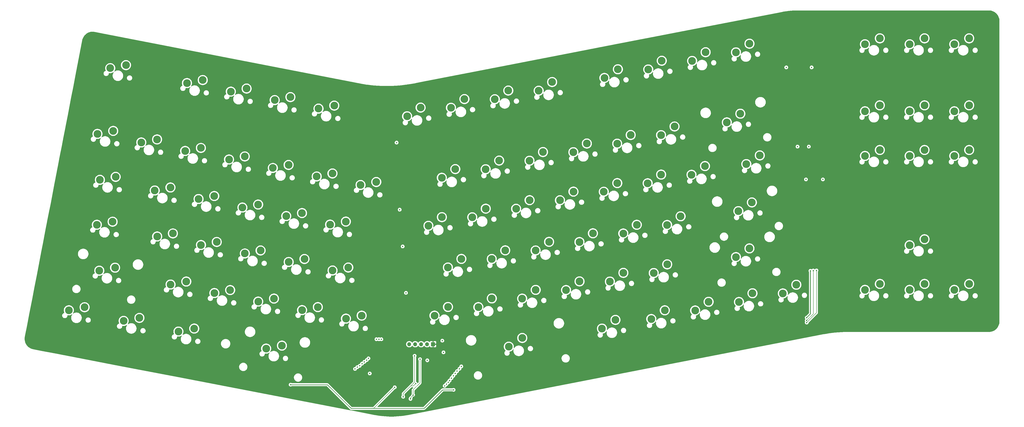
<source format=gbr>
%TF.GenerationSoftware,KiCad,Pcbnew,8.0.4*%
%TF.CreationDate,2024-09-01T12:40:52+09:00*%
%TF.ProjectId,ttaelgam,74746165-6c67-4616-9d2e-6b696361645f,rev?*%
%TF.SameCoordinates,Original*%
%TF.FileFunction,Copper,L1,Top*%
%TF.FilePolarity,Positive*%
%FSLAX46Y46*%
G04 Gerber Fmt 4.6, Leading zero omitted, Abs format (unit mm)*
G04 Created by KiCad (PCBNEW 8.0.4) date 2024-09-01 12:40:52*
%MOMM*%
%LPD*%
G01*
G04 APERTURE LIST*
%TA.AperFunction,ComponentPad*%
%ADD10C,3.300000*%
%TD*%
%TA.AperFunction,ComponentPad*%
%ADD11O,1.700000X1.700000*%
%TD*%
%TA.AperFunction,ComponentPad*%
%ADD12R,1.700000X1.700000*%
%TD*%
%TA.AperFunction,ViaPad*%
%ADD13C,0.600000*%
%TD*%
%TA.AperFunction,Conductor*%
%ADD14C,0.250000*%
%TD*%
%TA.AperFunction,Conductor*%
%ADD15C,0.200000*%
%TD*%
%TA.AperFunction,Conductor*%
%ADD16C,0.300000*%
%TD*%
G04 APERTURE END LIST*
D10*
%TO.P,MX52,1,1*%
%TO.N,COL1*%
X158488922Y-230633419D03*
%TO.P,MX52,2,2*%
%TO.N,Net-(D52-A)*%
X165206910Y-229351723D03*
%TD*%
%TO.P,MX2,1,1*%
%TO.N,COL1*%
X171211112Y-165183426D03*
%TO.P,MX2,2,2*%
%TO.N,Net-(D2-A)*%
X177929100Y-163901730D03*
%TD*%
%TO.P,MX55,1,1*%
%TO.N,COL4*%
X214588916Y-241538153D03*
%TO.P,MX55,2,2*%
%TO.N,Net-(D55-A)*%
X221306904Y-240256457D03*
%TD*%
%TO.P,MX18,1,1*%
%TO.N,COL1*%
X151733747Y-190507239D03*
%TO.P,MX18,2,2*%
%TO.N,Net-(D18-A)*%
X158451735Y-189225543D03*
%TD*%
%TO.P,MX24,1,1*%
%TO.N,COL5*%
X279896559Y-205592121D03*
%TO.P,MX24,2,2*%
%TO.N,Net-(D24-A)*%
X285645236Y-201887151D03*
%TD*%
%TO.P,MX69,1,1*%
%TO.N,COL17*%
X239004001Y-265690518D03*
%TO.P,MX69,2,2*%
%TO.N,Net-(D69-A)*%
X245721989Y-264408822D03*
%TD*%
%TO.P,MX66,1,1*%
%TO.N,COL2*%
X182904008Y-254785783D03*
%TO.P,MX66,2,2*%
%TO.N,Net-(D66-A)*%
X189621996Y-253504087D03*
%TD*%
%TO.P,MX84,1,1*%
%TO.N,COL7*%
X369236195Y-265852467D03*
%TO.P,MX84,2,2*%
%TO.N,Net-(D84-A)*%
X374984872Y-262147497D03*
%TD*%
%TO.P,MX58,1,1*%
%TO.N,COL6*%
X301191380Y-240265933D03*
%TO.P,MX58,2,2*%
%TO.N,Net-(D58-A)*%
X306940057Y-236560963D03*
%TD*%
%TO.P,MX64,1,1*%
%TO.N,COL0*%
X133816513Y-245244141D03*
%TO.P,MX64,2,2*%
%TO.N,Net-(D64-A)*%
X140534501Y-243962445D03*
%TD*%
%TO.P,MX78,1,1*%
%TO.N,COL0*%
X120831603Y-262126683D03*
%TO.P,MX78,2,2*%
%TO.N,Net-(D78-A)*%
X127549591Y-260844987D03*
%TD*%
%TO.P,MX73,1,1*%
%TO.N,COL8*%
X332876288Y-253513564D03*
%TO.P,MX73,2,2*%
%TO.N,Net-(D73-A)*%
X338624965Y-249808594D03*
%TD*%
%TO.P,MX61,1,1*%
%TO.N,COL9*%
X357291373Y-229361199D03*
%TO.P,MX61,2,2*%
%TO.N,Net-(D61-A)*%
X363040050Y-225656229D03*
%TD*%
%TO.P,MX63,1,1*%
%TO.N,COL12*%
X406378868Y-219819557D03*
%TO.P,MX63,2,2*%
%TO.N,Net-(D63-A)*%
X412127545Y-216114587D03*
%TD*%
%TO.P,MX89,1,1*%
%TO.N,COL14*%
X479407648Y-253416553D03*
%TO.P,MX89,2,2*%
%TO.N,Net-(D89-A)*%
X485757648Y-250876553D03*
%TD*%
%TO.P,MX22,1,1*%
%TO.N,COL16*%
X226533738Y-205046885D03*
%TO.P,MX22,2,2*%
%TO.N,Net-(D22-A)*%
X233251726Y-203765189D03*
%TD*%
%TO.P,MX44,1,1*%
%TO.N,COL9*%
X348981462Y-211569929D03*
%TO.P,MX44,2,2*%
%TO.N,Net-(D44-A)*%
X354730139Y-207864959D03*
%TD*%
%TO.P,MX67,1,1*%
%TO.N,COL3*%
X201604005Y-258420695D03*
%TO.P,MX67,2,2*%
%TO.N,Net-(D67-A)*%
X208321993Y-257138999D03*
%TD*%
%TO.P,MX74,1,1*%
%TO.N,COL9*%
X351576286Y-249878653D03*
%TO.P,MX74,2,2*%
%TO.N,Net-(D74-A)*%
X357324963Y-246173683D03*
%TD*%
%TO.P,MX36,1,1*%
%TO.N,COL2*%
X176148832Y-214659604D03*
%TO.P,MX36,2,2*%
%TO.N,Net-(D36-A)*%
X182866820Y-213377908D03*
%TD*%
%TO.P,MX39,1,1*%
%TO.N,COL16*%
X232248825Y-225564338D03*
%TO.P,MX39,2,2*%
%TO.N,Net-(D39-A)*%
X238966813Y-224282642D03*
%TD*%
%TO.P,MX88,1,1*%
%TO.N,COL13*%
X460357648Y-253416553D03*
%TO.P,MX88,2,2*%
%TO.N,Net-(D88-A)*%
X466707648Y-250876553D03*
%TD*%
%TO.P,MX19,1,1*%
%TO.N,COL2*%
X170433744Y-194142151D03*
%TO.P,MX19,2,2*%
%TO.N,Net-(D19-A)*%
X177151732Y-192860455D03*
%TD*%
%TO.P,MX3,1,1*%
%TO.N,COL2*%
X189911110Y-168818338D03*
%TO.P,MX3,2,2*%
%TO.N,Net-(D3-A)*%
X196629098Y-167536642D03*
%TD*%
%TO.P,MX71,1,1*%
%TO.N,COL6*%
X295476292Y-260783387D03*
%TO.P,MX71,2,2*%
%TO.N,Net-(D71-A)*%
X301224969Y-257078417D03*
%TD*%
%TO.P,MX27,1,1*%
%TO.N,COL8*%
X335996552Y-194687387D03*
%TO.P,MX27,2,2*%
%TO.N,Net-(D27-A)*%
X341745229Y-190982417D03*
%TD*%
%TO.P,MX5,1,1*%
%TO.N,COL4*%
X227311105Y-176088160D03*
%TO.P,MX5,2,2*%
%TO.N,Net-(D5-A)*%
X234029093Y-174806464D03*
%TD*%
%TO.P,MX76,1,1*%
%TO.N,COL12*%
X405338779Y-239428282D03*
%TO.P,MX76,2,2*%
%TO.N,Net-(D76-A)*%
X411087456Y-235723312D03*
%TD*%
%TO.P,MX9,1,1*%
%TO.N,COL8*%
X321194186Y-168454846D03*
%TO.P,MX9,2,2*%
%TO.N,Net-(D9-A)*%
X326942863Y-164749876D03*
%TD*%
%TO.P,MX13,1,1*%
%TO.N,COL12*%
X405344176Y-152097745D03*
%TO.P,MX13,2,2*%
%TO.N,Net-(D13-A)*%
X411092853Y-148392775D03*
%TD*%
%TO.P,MX21,1,1*%
%TO.N,COL4*%
X207833740Y-201411973D03*
%TO.P,MX21,2,2*%
%TO.N,Net-(D21-A)*%
X214551728Y-200130277D03*
%TD*%
%TO.P,MX33,1,1*%
%TO.N,COL15*%
X498457648Y-177216553D03*
%TO.P,MX33,2,2*%
%TO.N,Net-(D33-A)*%
X504807648Y-174676553D03*
%TD*%
%TO.P,MX26,1,1*%
%TO.N,COL7*%
X317296554Y-198322298D03*
%TO.P,MX26,2,2*%
%TO.N,Net-(D26-A)*%
X323045231Y-194617328D03*
%TD*%
%TO.P,MX12,1,1*%
%TO.N,COL11*%
X386644179Y-155732656D03*
%TO.P,MX12,2,2*%
%TO.N,Net-(D12-A)*%
X392392856Y-152027686D03*
%TD*%
%TO.P,MX16,1,1*%
%TO.N,COL15*%
X498457648Y-148641553D03*
%TO.P,MX16,2,2*%
%TO.N,Net-(D16-A)*%
X504807648Y-146101553D03*
%TD*%
%TO.P,MX34,1,1*%
%TO.N,COL0*%
X134073837Y-206481054D03*
%TO.P,MX34,2,2*%
%TO.N,Net-(D34-A)*%
X140791825Y-205199358D03*
%TD*%
%TO.P,MX40,1,1*%
%TO.N,COL5*%
X274181471Y-226109575D03*
%TO.P,MX40,2,2*%
%TO.N,Net-(D40-A)*%
X279930148Y-222404605D03*
%TD*%
%TO.P,MX82,1,1*%
%TO.N,COL5*%
X308461202Y-277665929D03*
%TO.P,MX82,2,2*%
%TO.N,Net-(D82-A)*%
X314209879Y-273960959D03*
%TD*%
%TO.P,MX43,1,1*%
%TO.N,COL8*%
X330281465Y-215204840D03*
%TO.P,MX43,2,2*%
%TO.N,Net-(D43-A)*%
X336030142Y-211499870D03*
%TD*%
%TO.P,MX30,1,1*%
%TO.N,COL12*%
X401446545Y-181965197D03*
%TO.P,MX30,2,2*%
%TO.N,Net-(D30-A)*%
X407195222Y-178260227D03*
%TD*%
%TO.P,MX7,1,1*%
%TO.N,COL6*%
X283794190Y-175724669D03*
%TO.P,MX7,2,2*%
%TO.N,Net-(D7-A)*%
X289542867Y-172019699D03*
%TD*%
%TO.P,MX68,1,1*%
%TO.N,COL4*%
X220304003Y-262055606D03*
%TO.P,MX68,2,2*%
%TO.N,Net-(D68-A)*%
X227021991Y-260773910D03*
%TD*%
%TO.P,MX17,1,1*%
%TO.N,COL0*%
X133033749Y-186872328D03*
%TO.P,MX17,2,2*%
%TO.N,Net-(D17-A)*%
X139751737Y-185590632D03*
%TD*%
%TO.P,MX35,1,1*%
%TO.N,COL1*%
X157448834Y-211024693D03*
%TO.P,MX35,2,2*%
%TO.N,Net-(D35-A)*%
X164166822Y-209742997D03*
%TD*%
%TO.P,MX4,1,1*%
%TO.N,COL3*%
X208611108Y-172453249D03*
%TO.P,MX4,2,2*%
%TO.N,Net-(D4-A)*%
X215329096Y-171171553D03*
%TD*%
%TO.P,MX8,1,1*%
%TO.N,COL7*%
X302494188Y-172089757D03*
%TO.P,MX8,2,2*%
%TO.N,Net-(D8-A)*%
X308242865Y-168384787D03*
%TD*%
%TO.P,MX1,1,1*%
%TO.N,COL0*%
X138486116Y-158822331D03*
%TO.P,MX1,2,2*%
%TO.N,Net-(D1-A)*%
X145204104Y-157540635D03*
%TD*%
%TO.P,MX49,1,1*%
%TO.N,COL14*%
X479407648Y-196266553D03*
%TO.P,MX49,2,2*%
%TO.N,Net-(D49-A)*%
X485757648Y-193726553D03*
%TD*%
D11*
%TO.P,J3,5,Pin_5*%
%TO.N,SWC*%
X266007036Y-276600614D03*
%TO.P,J3,4,Pin_4*%
%TO.N,SWD*%
X268547036Y-276600614D03*
%TO.P,J3,3,Pin_3*%
%TO.N,RESET*%
X271087037Y-276600614D03*
%TO.P,J3,2,Pin_2*%
%TO.N,+3V3*%
X273627036Y-276600614D03*
D12*
%TO.P,J3,1,Pin_1*%
%TO.N,GND*%
X276167036Y-276600614D03*
%TD*%
D10*
%TO.P,MX83,1,1*%
%TO.N,COL6*%
X348198698Y-269941742D03*
%TO.P,MX83,2,2*%
%TO.N,Net-(D83-A)*%
X353947375Y-266236772D03*
%TD*%
%TO.P,MX48,1,1*%
%TO.N,COL13*%
X460357648Y-196266553D03*
%TO.P,MX48,2,2*%
%TO.N,Net-(D48-A)*%
X466707648Y-193726553D03*
%TD*%
%TO.P,MX62,1,1*%
%TO.N,COL10*%
X375991371Y-225726288D03*
%TO.P,MX62,2,2*%
%TO.N,Net-(D62-A)*%
X381740048Y-222021318D03*
%TD*%
%TO.P,MX75,1,1*%
%TO.N,COL10*%
X370276283Y-246243741D03*
%TO.P,MX75,2,2*%
%TO.N,Net-(D75-A)*%
X376024960Y-242538771D03*
%TD*%
%TO.P,MX25,1,1*%
%TO.N,COL6*%
X298596556Y-201957210D03*
%TO.P,MX25,2,2*%
%TO.N,Net-(D25-A)*%
X304345233Y-198252240D03*
%TD*%
%TO.P,MX32,1,1*%
%TO.N,COL14*%
X479407648Y-177216553D03*
%TO.P,MX32,2,2*%
%TO.N,Net-(D32-A)*%
X485757648Y-174676553D03*
%TD*%
%TO.P,MX15,1,1*%
%TO.N,COL14*%
X479407648Y-148641553D03*
%TO.P,MX15,2,2*%
%TO.N,Net-(D15-A)*%
X485757648Y-146101553D03*
%TD*%
%TO.P,MX41,1,1*%
%TO.N,COL6*%
X292881469Y-222474663D03*
%TO.P,MX41,2,2*%
%TO.N,Net-(D41-A)*%
X298630146Y-218769693D03*
%TD*%
%TO.P,MX86,1,1*%
%TO.N,COL11*%
X406636191Y-258582644D03*
%TO.P,MX86,2,2*%
%TO.N,Net-(D86-A)*%
X412384868Y-254877674D03*
%TD*%
%TO.P,MX60,1,1*%
%TO.N,COL8*%
X338591375Y-232996110D03*
%TO.P,MX60,2,2*%
%TO.N,Net-(D60-A)*%
X344340052Y-229291140D03*
%TD*%
%TO.P,MX10,1,1*%
%TO.N,COL9*%
X349244183Y-163002479D03*
%TO.P,MX10,2,2*%
%TO.N,Net-(D10-A)*%
X354992860Y-159297509D03*
%TD*%
%TO.P,MX81,1,1*%
%TO.N,COL3*%
X204981593Y-278483784D03*
%TO.P,MX81,2,2*%
%TO.N,Net-(D81-A)*%
X211699581Y-277202088D03*
%TD*%
%TO.P,MX65,1,1*%
%TO.N,COL1*%
X164204010Y-251150872D03*
%TO.P,MX65,2,2*%
%TO.N,Net-(D65-A)*%
X170921998Y-249869176D03*
%TD*%
%TO.P,MX14,1,1*%
%TO.N,COL13*%
X460357648Y-148641553D03*
%TO.P,MX14,2,2*%
%TO.N,Net-(D14-A)*%
X466707648Y-146101553D03*
%TD*%
%TO.P,MX38,1,1*%
%TO.N,COL4*%
X213548828Y-221929427D03*
%TO.P,MX38,2,2*%
%TO.N,Net-(D38-A)*%
X220266816Y-220647731D03*
%TD*%
%TO.P,MX46,1,1*%
%TO.N,COL11*%
X386381458Y-204300106D03*
%TO.P,MX46,2,2*%
%TO.N,Net-(D46-A)*%
X392130135Y-200595136D03*
%TD*%
%TO.P,MX53,1,1*%
%TO.N,COL2*%
X177188920Y-234268330D03*
%TO.P,MX53,2,2*%
%TO.N,Net-(D53-A)*%
X183906908Y-232986634D03*
%TD*%
%TO.P,MX29,1,1*%
%TO.N,COL10*%
X373396548Y-187417564D03*
%TO.P,MX29,2,2*%
%TO.N,Net-(D29-A)*%
X379145225Y-183712594D03*
%TD*%
%TO.P,MX23,1,1*%
%TO.N,COL17*%
X245233736Y-208681796D03*
%TO.P,MX23,2,2*%
%TO.N,Net-(D23-A)*%
X251951724Y-207400100D03*
%TD*%
%TO.P,MX31,1,1*%
%TO.N,COL13*%
X460357648Y-177216553D03*
%TO.P,MX31,2,2*%
%TO.N,Net-(D31-A)*%
X466707648Y-174676553D03*
%TD*%
%TO.P,MX37,1,1*%
%TO.N,COL3*%
X194848830Y-218294516D03*
%TO.P,MX37,2,2*%
%TO.N,Net-(D37-A)*%
X201566818Y-217012820D03*
%TD*%
%TO.P,MX42,1,1*%
%TO.N,COL7*%
X311581467Y-218839752D03*
%TO.P,MX42,2,2*%
%TO.N,Net-(D42-A)*%
X317330144Y-215134782D03*
%TD*%
%TO.P,MX90,1,1*%
%TO.N,COL15*%
X498457648Y-253416553D03*
%TO.P,MX90,2,2*%
%TO.N,Net-(D90-A)*%
X504807648Y-250876553D03*
%TD*%
%TO.P,MX45,1,1*%
%TO.N,COL10*%
X367681460Y-207935018D03*
%TO.P,MX45,2,2*%
%TO.N,Net-(D45-A)*%
X373430137Y-204230048D03*
%TD*%
%TO.P,MX20,1,1*%
%TO.N,COL3*%
X189133742Y-197777062D03*
%TO.P,MX20,2,2*%
%TO.N,Net-(D20-A)*%
X195851730Y-196495366D03*
%TD*%
%TO.P,MX85,1,1*%
%TO.N,COL10*%
X387936193Y-262217556D03*
%TO.P,MX85,2,2*%
%TO.N,Net-(D85-A)*%
X393684870Y-258512586D03*
%TD*%
%TO.P,MX50,1,1*%
%TO.N,COL15*%
X498457648Y-196266553D03*
%TO.P,MX50,2,2*%
%TO.N,Net-(D50-A)*%
X504807648Y-193726553D03*
%TD*%
%TO.P,MX54,1,1*%
%TO.N,COL3*%
X195888918Y-237903241D03*
%TO.P,MX54,2,2*%
%TO.N,Net-(D54-A)*%
X202606906Y-236621545D03*
%TD*%
%TO.P,MX11,1,1*%
%TO.N,COL10*%
X367944181Y-159367567D03*
%TO.P,MX11,2,2*%
%TO.N,Net-(D11-A)*%
X373692858Y-155662597D03*
%TD*%
%TO.P,MX80,1,1*%
%TO.N,COL2*%
X167581598Y-271213962D03*
%TO.P,MX80,2,2*%
%TO.N,Net-(D80-A)*%
X174299586Y-269932266D03*
%TD*%
%TO.P,MX28,1,1*%
%TO.N,COL9*%
X354696550Y-191052476D03*
%TO.P,MX28,2,2*%
%TO.N,Net-(D28-A)*%
X360445227Y-187347506D03*
%TD*%
%TO.P,MX57,1,1*%
%TO.N,COL5*%
X282491382Y-243900845D03*
%TO.P,MX57,2,2*%
%TO.N,Net-(D57-A)*%
X288240059Y-240195875D03*
%TD*%
%TO.P,MX59,1,1*%
%TO.N,COL7*%
X319891378Y-236631022D03*
%TO.P,MX59,2,2*%
%TO.N,Net-(D59-A)*%
X325640055Y-232926052D03*
%TD*%
%TO.P,MX47,1,1*%
%TO.N,COL12*%
X409756455Y-199756467D03*
%TO.P,MX47,2,2*%
%TO.N,Net-(D47-A)*%
X415505132Y-196051497D03*
%TD*%
%TO.P,MX6,1,1*%
%TO.N,COL5*%
X265094193Y-179359580D03*
%TO.P,MX6,2,2*%
%TO.N,Net-(D6-A)*%
X270842870Y-175654610D03*
%TD*%
%TO.P,MX79,1,1*%
%TO.N,COL1*%
X144206600Y-266670323D03*
%TO.P,MX79,2,2*%
%TO.N,Net-(D79-A)*%
X150924588Y-265388627D03*
%TD*%
%TO.P,MX56,1,1*%
%TO.N,COL16*%
X233288914Y-245173064D03*
%TO.P,MX56,2,2*%
%TO.N,Net-(D56-A)*%
X240006902Y-243891368D03*
%TD*%
%TO.P,MX70,1,1*%
%TO.N,COL5*%
X276776294Y-264418298D03*
%TO.P,MX70,2,2*%
%TO.N,Net-(D70-A)*%
X282524971Y-260713328D03*
%TD*%
%TO.P,MX77,1,1*%
%TO.N,COL14*%
X479407648Y-234366553D03*
%TO.P,MX77,2,2*%
%TO.N,Net-(D77-A)*%
X485757648Y-231826553D03*
%TD*%
%TO.P,MX72,1,1*%
%TO.N,COL7*%
X314176290Y-257148475D03*
%TO.P,MX72,2,2*%
%TO.N,Net-(D72-A)*%
X319924967Y-253443505D03*
%TD*%
%TO.P,MX51,1,1*%
%TO.N,COL0*%
X132776425Y-225635415D03*
%TO.P,MX51,2,2*%
%TO.N,Net-(D51-A)*%
X139494413Y-224353719D03*
%TD*%
%TO.P,MX87,1,1*%
%TO.N,COL12*%
X425336189Y-254947733D03*
%TO.P,MX87,2,2*%
%TO.N,Net-(D87-A)*%
X431084866Y-251242763D03*
%TD*%
D13*
%TO.N,COL5*%
X280609740Y-280096311D03*
%TO.N,COL6*%
X288209736Y-286096311D03*
%TO.N,COL7*%
X287409740Y-287096311D03*
%TO.N,COL8*%
X286409740Y-288096311D03*
%TO.N,COL9*%
X285609740Y-289096311D03*
%TO.N,COL10*%
X284809740Y-290096311D03*
%TO.N,COL11*%
X284009740Y-291096311D03*
%TO.N,COL12*%
X283209740Y-292096311D03*
%TO.N,COL13*%
X282609740Y-292896437D03*
%TO.N,COL14*%
X281859740Y-293646311D03*
%TO.N,COL15*%
X281109740Y-294396311D03*
%TO.N,COL4*%
X246859745Y-284146306D03*
%TO.N,COL16*%
X247859740Y-283396311D03*
%TO.N,COL0*%
X242859740Y-287146311D03*
%TO.N,COL2*%
X244859740Y-285821311D03*
%TO.N,COL3*%
X245859740Y-284896311D03*
%TO.N,COL17*%
X248609740Y-282646311D03*
%TO.N,ROW5*%
X259809740Y-294996311D03*
%TO.N,ROW3*%
X280109740Y-275096311D03*
X264609740Y-254696311D03*
%TO.N,ROW2*%
X254109740Y-274496311D03*
X263209740Y-234896311D03*
%TO.N,ROW1*%
X253109740Y-274496311D03*
X261909740Y-219196311D03*
%TO.N,ROW0*%
X252009740Y-274496311D03*
X260609740Y-190596311D03*
%TO.N,+3V3*%
X437109740Y-245296311D03*
X435509740Y-265296311D03*
%TO.N,D+*%
X435509740Y-267396311D03*
%TO.N,D-*%
X435509740Y-266496311D03*
X438309740Y-245196311D03*
%TO.N,D+*%
X439672240Y-245133811D03*
%TO.N,ROW5*%
X284909740Y-296096311D03*
X215409740Y-293896311D03*
%TO.N,RESET*%
X273709740Y-283496311D03*
X249147036Y-289100614D03*
%TO.N,GND*%
X238947037Y-292900614D03*
X238947037Y-300500615D03*
X277709740Y-295667622D03*
X258367273Y-287592623D03*
X258044480Y-280392623D03*
X272619480Y-293386572D03*
X278009740Y-287600613D03*
X267209740Y-287396311D03*
X437109740Y-155396311D03*
X264809739Y-287396311D03*
X266009760Y-288596301D03*
X432628506Y-159939774D03*
X264847037Y-279400614D03*
X264809740Y-289796311D03*
X267744479Y-299267622D03*
X269394480Y-296317622D03*
X263069480Y-282563638D03*
X256019479Y-296986571D03*
X261219480Y-294986570D03*
X267209741Y-289796311D03*
%TO.N,+3V3*%
X266546572Y-299942622D03*
X270609740Y-282996311D03*
X267694480Y-298367623D03*
%TO.N,+1V1*%
X263419479Y-299042622D03*
X268719479Y-293417622D03*
X268294480Y-281567623D03*
%TO.N,ROW0*%
X437609740Y-158496311D03*
X426809740Y-158496311D03*
%TO.N,ROW1*%
X431609740Y-192296311D03*
X436409740Y-192296311D03*
%TO.N,ROW2*%
X442409740Y-206296311D03*
X435209740Y-206296311D03*
%TO.N,COL1*%
X243859740Y-286396311D03*
%TD*%
D14*
%TO.N,ROW5*%
X272309740Y-303996311D02*
X280209740Y-296096311D01*
X250809740Y-303996311D02*
X272309740Y-303996311D01*
X280209740Y-296096311D02*
X284909740Y-296096311D01*
D15*
X259809740Y-294996311D02*
X250809740Y-303996311D01*
D14*
X241209740Y-303996311D02*
X250809740Y-303996311D01*
D15*
%TO.N,D+*%
X439709740Y-245171311D02*
X439672240Y-245133811D01*
X439709740Y-263196311D02*
X439709740Y-245171311D01*
X435509740Y-267396311D02*
X439709740Y-263196311D01*
%TO.N,D-*%
X438309740Y-263696311D02*
X438309740Y-245196311D01*
X435509740Y-266496311D02*
X438309740Y-263696311D01*
D16*
%TO.N,+3V3*%
X437109740Y-263696311D02*
X437109740Y-245296311D01*
X435509740Y-265296311D02*
X437109740Y-263696311D01*
D14*
%TO.N,ROW5*%
X215409740Y-293896311D02*
X231109740Y-293896311D01*
X231109740Y-293896311D02*
X241209740Y-303996311D01*
D15*
%TO.N,GND*%
X238947037Y-300500615D02*
X238947037Y-292900614D01*
X264847036Y-280786081D02*
X264847037Y-279400614D01*
X263069480Y-282563638D02*
X264847036Y-280786081D01*
X437109740Y-155396311D02*
X437109740Y-155458540D01*
X267744479Y-299267622D02*
X269394479Y-297617622D01*
X269394480Y-296317622D02*
X269348178Y-296363924D01*
D16*
X432628506Y-159877545D02*
X437109740Y-155396311D01*
D15*
X269394479Y-297617622D02*
X269394480Y-296317622D01*
D16*
X432628506Y-159939774D02*
X432628506Y-159877545D01*
D15*
X260215496Y-282563637D02*
X263069480Y-282563638D01*
%TO.N,+3V3*%
X266546572Y-299515531D02*
X266546572Y-299942622D01*
X267694480Y-298367623D02*
X266546572Y-299515531D01*
%TO.N,+1V1*%
X263419480Y-297667622D02*
X263419479Y-299042622D01*
X266669480Y-294417622D02*
X263419480Y-297667622D01*
X268719479Y-293417622D02*
X267719480Y-294417622D01*
X267719480Y-294417622D02*
X266669480Y-294417622D01*
X268294480Y-281567623D02*
X268294480Y-292792622D01*
X268294480Y-292792622D02*
X266669480Y-294417622D01*
%TO.N,+3V3*%
X270609740Y-293127362D02*
X270609740Y-282996311D01*
X267694480Y-296042622D02*
X270609740Y-293127362D01*
X267694480Y-298367623D02*
X267694480Y-296042622D01*
%TO.N,GND*%
X258044480Y-280392623D02*
X260215496Y-282563637D01*
%TD*%
%TA.AperFunction,Conductor*%
%TO.N,GND*%
G36*
X513212438Y-134196929D02*
G01*
X513596504Y-134213700D01*
X513607240Y-134214640D01*
X513985710Y-134264469D01*
X513996336Y-134266343D01*
X514369008Y-134348966D01*
X514379424Y-134351756D01*
X514743490Y-134466548D01*
X514753632Y-134470240D01*
X515106292Y-134616319D01*
X515116091Y-134620889D01*
X515454667Y-134797143D01*
X515464036Y-134802552D01*
X515785959Y-135007642D01*
X515794820Y-135013847D01*
X516097633Y-135246207D01*
X516105920Y-135253160D01*
X516387343Y-135511039D01*
X516394992Y-135518688D01*
X516652867Y-135800112D01*
X516659820Y-135808399D01*
X516892178Y-136111216D01*
X516898383Y-136120077D01*
X517103472Y-136442006D01*
X517108880Y-136451374D01*
X517285131Y-136789951D01*
X517289703Y-136799756D01*
X517435769Y-137152394D01*
X517439469Y-137162559D01*
X517554247Y-137526594D01*
X517557047Y-137537043D01*
X517639663Y-137909703D01*
X517641541Y-137920356D01*
X517691360Y-138298784D01*
X517692303Y-138309560D01*
X517709122Y-138694784D01*
X517709240Y-138700193D01*
X517709240Y-266893603D01*
X517709122Y-266899012D01*
X517692353Y-267283061D01*
X517691410Y-267293837D01*
X517641588Y-267672267D01*
X517639710Y-267682921D01*
X517557091Y-268055588D01*
X517554291Y-268066036D01*
X517439513Y-268430067D01*
X517435813Y-268440233D01*
X517289739Y-268792886D01*
X517285167Y-268802690D01*
X517108921Y-269141257D01*
X517103513Y-269150625D01*
X516898418Y-269472561D01*
X516892213Y-269481422D01*
X516659852Y-269784241D01*
X516652899Y-269792528D01*
X516395021Y-270073954D01*
X516387372Y-270081603D01*
X516105954Y-270339478D01*
X516097667Y-270346432D01*
X515794835Y-270578804D01*
X515785974Y-270585008D01*
X515464052Y-270790098D01*
X515454683Y-270795507D01*
X515116117Y-270971754D01*
X515106314Y-270976326D01*
X514753658Y-271122404D01*
X514743492Y-271126104D01*
X514379458Y-271240886D01*
X514369009Y-271243686D01*
X513996347Y-271326306D01*
X513985694Y-271328184D01*
X513607263Y-271378008D01*
X513596487Y-271378951D01*
X513213102Y-271395693D01*
X513207692Y-271395811D01*
X453606232Y-271395811D01*
X453606200Y-271395812D01*
X453001992Y-271395804D01*
X453001991Y-271395804D01*
X453001981Y-271395804D01*
X452405711Y-271408533D01*
X451646808Y-271424734D01*
X450292598Y-271482580D01*
X448939878Y-271569320D01*
X447589366Y-271684907D01*
X446241614Y-271829294D01*
X444897250Y-272002415D01*
X443556927Y-272204181D01*
X442221128Y-272434524D01*
X441555868Y-272563929D01*
X441555865Y-272563929D01*
X441487293Y-272577265D01*
X441487228Y-272577279D01*
X265343132Y-306837863D01*
X265341339Y-306838198D01*
X264287623Y-307027114D01*
X264284025Y-307027705D01*
X263226029Y-307185436D01*
X263222415Y-307185920D01*
X262160289Y-307312468D01*
X262156663Y-307312846D01*
X261091280Y-307408109D01*
X261087643Y-307408381D01*
X260019868Y-307472281D01*
X260016226Y-307472445D01*
X258947067Y-307504921D01*
X258943421Y-307504978D01*
X257873774Y-307506004D01*
X257870128Y-307505954D01*
X256800910Y-307475529D01*
X256797267Y-307475372D01*
X255729369Y-307413520D01*
X255725732Y-307413255D01*
X254660172Y-307320035D01*
X254656545Y-307319664D01*
X253594145Y-307195149D01*
X253590530Y-307194671D01*
X252532300Y-307038980D01*
X252528701Y-307038397D01*
X251474520Y-306851484D01*
X251472728Y-306851152D01*
X251427367Y-306842420D01*
X251427366Y-306842420D01*
X251408951Y-306838875D01*
X251403155Y-306837759D01*
X251403155Y-306837758D01*
X251403149Y-306837758D01*
X241169142Y-304867575D01*
X241107032Y-304835572D01*
X241072085Y-304775071D01*
X241075394Y-304705280D01*
X241115911Y-304648357D01*
X241180770Y-304622375D01*
X241192583Y-304621811D01*
X272371347Y-304621811D01*
X272431769Y-304609792D01*
X272492192Y-304597774D01*
X272492195Y-304597772D01*
X272492198Y-304597772D01*
X272525527Y-304583965D01*
X272525526Y-304583965D01*
X272525532Y-304583963D01*
X272606026Y-304550623D01*
X272657249Y-304516395D01*
X272657251Y-304516394D01*
X272670011Y-304507867D01*
X272708473Y-304482169D01*
X272795598Y-304395044D01*
X272795599Y-304395042D01*
X272802665Y-304387976D01*
X272802667Y-304387972D01*
X280432511Y-296758130D01*
X280493834Y-296724645D01*
X280520192Y-296721811D01*
X284364885Y-296721811D01*
X284430856Y-296740816D01*
X284560218Y-296822100D01*
X284730485Y-296881679D01*
X284730490Y-296881680D01*
X284909736Y-296901876D01*
X284909740Y-296901876D01*
X284909744Y-296901876D01*
X285088989Y-296881680D01*
X285088992Y-296881679D01*
X285088995Y-296881679D01*
X285259262Y-296822100D01*
X285412002Y-296726127D01*
X285539556Y-296598573D01*
X285635529Y-296445833D01*
X285695108Y-296275566D01*
X285711320Y-296131681D01*
X285715305Y-296096314D01*
X285715305Y-296096307D01*
X285695109Y-295917061D01*
X285695108Y-295917056D01*
X285657940Y-295810837D01*
X285635529Y-295746789D01*
X285539556Y-295594049D01*
X285412002Y-295466495D01*
X285388623Y-295451805D01*
X285259263Y-295370522D01*
X285088994Y-295310942D01*
X285088989Y-295310941D01*
X284909744Y-295290746D01*
X284909736Y-295290746D01*
X284730490Y-295310941D01*
X284730485Y-295310942D01*
X284560216Y-295370522D01*
X284430857Y-295451805D01*
X284364885Y-295470811D01*
X280148129Y-295470811D01*
X280087711Y-295482829D01*
X280049999Y-295490330D01*
X280027290Y-295494847D01*
X280027288Y-295494848D01*
X279993947Y-295508658D01*
X279913458Y-295541996D01*
X279913449Y-295542001D01*
X279883368Y-295562102D01*
X279883367Y-295562103D01*
X279811008Y-295610451D01*
X279767445Y-295654014D01*
X279723882Y-295697578D01*
X279723879Y-295697581D01*
X272086969Y-303334492D01*
X272025646Y-303367977D01*
X271999288Y-303370811D01*
X252583837Y-303370811D01*
X252516798Y-303351126D01*
X252471043Y-303298322D01*
X252461099Y-303229164D01*
X252490124Y-303165608D01*
X252496156Y-303159130D01*
X252694710Y-302960575D01*
X256612666Y-299042618D01*
X262613914Y-299042618D01*
X262613914Y-299042625D01*
X262634109Y-299221871D01*
X262634110Y-299221876D01*
X262693690Y-299392145D01*
X262723984Y-299440357D01*
X262789663Y-299544884D01*
X262917217Y-299672438D01*
X262962083Y-299700629D01*
X263061929Y-299763367D01*
X263069957Y-299768411D01*
X263240224Y-299827990D01*
X263240229Y-299827991D01*
X263419475Y-299848187D01*
X263419479Y-299848187D01*
X263419483Y-299848187D01*
X263598728Y-299827991D01*
X263598731Y-299827990D01*
X263598734Y-299827990D01*
X263769001Y-299768411D01*
X263921741Y-299672438D01*
X264049295Y-299544884D01*
X264145268Y-299392144D01*
X264204847Y-299221877D01*
X264211274Y-299164838D01*
X264225044Y-299042625D01*
X264225044Y-299042618D01*
X264204848Y-298863372D01*
X264204847Y-298863367D01*
X264153682Y-298717146D01*
X264145268Y-298693100D01*
X264049295Y-298540360D01*
X264049293Y-298540358D01*
X264049292Y-298540356D01*
X264047029Y-298537518D01*
X264046138Y-298535337D01*
X264045590Y-298534464D01*
X264045743Y-298534367D01*
X264020623Y-298472831D01*
X264019979Y-298460209D01*
X264019979Y-297967719D01*
X264039664Y-297900680D01*
X264056298Y-297880038D01*
X266881896Y-295054441D01*
X266943219Y-295020956D01*
X266969577Y-295018122D01*
X267570382Y-295018122D01*
X267637421Y-295037807D01*
X267683176Y-295090611D01*
X267693120Y-295159769D01*
X267664095Y-295223325D01*
X267658063Y-295229803D01*
X267213961Y-295673904D01*
X267213960Y-295673906D01*
X267171882Y-295746789D01*
X267163841Y-295760716D01*
X267163839Y-295760718D01*
X267134905Y-295810831D01*
X267134904Y-295810832D01*
X267134903Y-295810837D01*
X267093979Y-295963565D01*
X267093979Y-295963567D01*
X267093979Y-296131668D01*
X267093980Y-296131681D01*
X267093980Y-297785210D01*
X267074295Y-297852249D01*
X267066930Y-297862519D01*
X267064666Y-297865357D01*
X266968690Y-298018101D01*
X266909110Y-298188373D01*
X266899317Y-298275291D01*
X266872250Y-298339705D01*
X266863778Y-298349088D01*
X266177858Y-299035009D01*
X266066054Y-299146812D01*
X266066052Y-299146814D01*
X266066052Y-299146815D01*
X266022715Y-299221877D01*
X266009640Y-299244523D01*
X265986994Y-299283746D01*
X265986993Y-299283749D01*
X265963977Y-299369645D01*
X265931886Y-299425229D01*
X265916758Y-299440357D01*
X265916756Y-299440360D01*
X265820783Y-299593098D01*
X265761203Y-299763367D01*
X265761202Y-299763372D01*
X265741007Y-299942618D01*
X265741007Y-299942625D01*
X265761202Y-300121871D01*
X265761203Y-300121876D01*
X265820783Y-300292145D01*
X265916756Y-300444884D01*
X266044310Y-300572438D01*
X266197050Y-300668411D01*
X266367317Y-300727990D01*
X266367322Y-300727991D01*
X266546568Y-300748187D01*
X266546572Y-300748187D01*
X266546576Y-300748187D01*
X266725821Y-300727991D01*
X266725824Y-300727990D01*
X266725827Y-300727990D01*
X266896094Y-300668411D01*
X267048834Y-300572438D01*
X267176388Y-300444884D01*
X267272361Y-300292144D01*
X267331940Y-300121877D01*
X267352137Y-299942622D01*
X267339221Y-299827991D01*
X267331941Y-299763373D01*
X267331940Y-299763371D01*
X267331940Y-299763367D01*
X267309984Y-299700623D01*
X267306422Y-299630850D01*
X267339343Y-299571993D01*
X267713015Y-299198321D01*
X267774336Y-299164838D01*
X267786791Y-299162786D01*
X267873735Y-299152991D01*
X268044002Y-299093412D01*
X268196742Y-298997439D01*
X268324296Y-298869885D01*
X268420269Y-298717145D01*
X268479848Y-298546878D01*
X268479849Y-298546872D01*
X268500045Y-298367626D01*
X268500045Y-298367619D01*
X268479849Y-298188373D01*
X268479848Y-298188368D01*
X268420268Y-298018099D01*
X268324293Y-297865357D01*
X268322030Y-297862519D01*
X268321139Y-297860338D01*
X268320591Y-297859465D01*
X268320744Y-297859368D01*
X268295624Y-297797832D01*
X268294980Y-297785210D01*
X268294980Y-296342718D01*
X268314665Y-296275679D01*
X268331294Y-296255042D01*
X270190028Y-294396307D01*
X280304175Y-294396307D01*
X280304175Y-294396314D01*
X280324370Y-294575560D01*
X280324371Y-294575565D01*
X280383951Y-294745834D01*
X280479924Y-294898573D01*
X280607478Y-295026127D01*
X280760218Y-295122100D01*
X280867870Y-295159769D01*
X280930485Y-295181679D01*
X280930490Y-295181680D01*
X281109736Y-295201876D01*
X281109740Y-295201876D01*
X281109744Y-295201876D01*
X281288989Y-295181680D01*
X281288992Y-295181679D01*
X281288995Y-295181679D01*
X281459262Y-295122100D01*
X281612002Y-295026127D01*
X281739556Y-294898573D01*
X281835529Y-294745833D01*
X281895108Y-294575566D01*
X281898606Y-294544514D01*
X281925670Y-294480103D01*
X281983263Y-294440546D01*
X282007936Y-294435178D01*
X282038995Y-294431679D01*
X282209262Y-294372100D01*
X282362002Y-294276127D01*
X282489556Y-294148573D01*
X282585529Y-293995833D01*
X282645108Y-293825566D01*
X282648591Y-293794642D01*
X282675656Y-293730230D01*
X282733250Y-293690673D01*
X282757925Y-293685305D01*
X282788995Y-293681805D01*
X282959262Y-293622226D01*
X283112002Y-293526253D01*
X283239556Y-293398699D01*
X283335529Y-293245959D01*
X283395108Y-293075692D01*
X283395964Y-293068100D01*
X283409392Y-292948914D01*
X283436458Y-292884500D01*
X283491657Y-292845755D01*
X283559262Y-292822100D01*
X283712002Y-292726127D01*
X283839556Y-292598573D01*
X283935529Y-292445833D01*
X283995108Y-292275566D01*
X283996116Y-292266621D01*
X284015305Y-292096314D01*
X284015305Y-292096308D01*
X284007486Y-292026915D01*
X284019540Y-291958093D01*
X284066889Y-291906714D01*
X284116823Y-291889811D01*
X284188989Y-291881680D01*
X284188992Y-291881679D01*
X284188995Y-291881679D01*
X284359262Y-291822100D01*
X284512002Y-291726127D01*
X284639556Y-291598573D01*
X284735529Y-291445833D01*
X284795108Y-291275566D01*
X284799732Y-291234529D01*
X284815305Y-291096314D01*
X284815305Y-291096308D01*
X284807486Y-291026915D01*
X284819540Y-290958093D01*
X284866889Y-290906714D01*
X284916823Y-290889811D01*
X284988989Y-290881680D01*
X284988992Y-290881679D01*
X284988995Y-290881679D01*
X285159262Y-290822100D01*
X285312002Y-290726127D01*
X285439556Y-290598573D01*
X285535529Y-290445833D01*
X285595108Y-290275566D01*
X285595109Y-290275560D01*
X285615305Y-290096314D01*
X285615305Y-290096308D01*
X285607486Y-290026915D01*
X285619540Y-289958093D01*
X285666889Y-289906714D01*
X285716823Y-289889811D01*
X285788989Y-289881680D01*
X285788992Y-289881679D01*
X285788995Y-289881679D01*
X285959262Y-289822100D01*
X285982431Y-289807542D01*
X293544159Y-289807542D01*
X293544159Y-290040171D01*
X293567774Y-290219537D01*
X293574522Y-290270787D01*
X293585282Y-290310942D01*
X293634727Y-290495477D01*
X293723742Y-290710378D01*
X293723747Y-290710389D01*
X293840046Y-290911823D01*
X293840057Y-290911839D01*
X293981655Y-291096374D01*
X293981661Y-291096381D01*
X294146134Y-291260854D01*
X294146141Y-291260860D01*
X294211411Y-291310943D01*
X294330685Y-291402465D01*
X294330692Y-291402469D01*
X294532126Y-291518768D01*
X294532131Y-291518770D01*
X294532134Y-291518772D01*
X294639587Y-291563280D01*
X294747038Y-291607788D01*
X294747039Y-291607788D01*
X294747041Y-291607789D01*
X294971729Y-291667994D01*
X295202352Y-291698357D01*
X295202359Y-291698357D01*
X295434959Y-291698357D01*
X295434966Y-291698357D01*
X295665589Y-291667994D01*
X295890277Y-291607789D01*
X296105184Y-291518772D01*
X296306633Y-291402465D01*
X296491178Y-291260859D01*
X296655661Y-291096376D01*
X296797267Y-290911831D01*
X296913574Y-290710382D01*
X297002591Y-290495475D01*
X297062796Y-290270787D01*
X297093159Y-290040164D01*
X297093159Y-289807550D01*
X297062796Y-289576927D01*
X297002591Y-289352239D01*
X296972614Y-289279869D01*
X296913575Y-289137335D01*
X296913570Y-289137324D01*
X296797271Y-288935890D01*
X296797267Y-288935883D01*
X296755675Y-288881679D01*
X296655662Y-288751339D01*
X296655656Y-288751332D01*
X296491183Y-288586859D01*
X296491176Y-288586853D01*
X296306641Y-288445255D01*
X296306639Y-288445253D01*
X296306633Y-288445249D01*
X296306628Y-288445246D01*
X296306625Y-288445244D01*
X296105191Y-288328945D01*
X296105180Y-288328940D01*
X295890279Y-288239925D01*
X295777933Y-288209822D01*
X295665589Y-288179720D01*
X295614339Y-288172972D01*
X295434973Y-288149357D01*
X295434966Y-288149357D01*
X295202352Y-288149357D01*
X295202344Y-288149357D01*
X294997353Y-288176346D01*
X294971729Y-288179720D01*
X294915557Y-288194771D01*
X294747038Y-288239925D01*
X294532137Y-288328940D01*
X294532126Y-288328945D01*
X294330692Y-288445244D01*
X294330676Y-288445255D01*
X294146141Y-288586853D01*
X294146134Y-288586859D01*
X293981661Y-288751332D01*
X293981655Y-288751339D01*
X293840057Y-288935874D01*
X293840046Y-288935890D01*
X293723747Y-289137324D01*
X293723742Y-289137335D01*
X293634727Y-289352236D01*
X293574522Y-289576928D01*
X293544159Y-289807542D01*
X285982431Y-289807542D01*
X286112002Y-289726127D01*
X286239556Y-289598573D01*
X286335529Y-289445833D01*
X286395108Y-289275566D01*
X286399378Y-289237668D01*
X286415305Y-289096314D01*
X286415305Y-289096308D01*
X286407486Y-289026915D01*
X286419540Y-288958093D01*
X286466889Y-288906714D01*
X286516823Y-288889811D01*
X286588989Y-288881680D01*
X286588992Y-288881679D01*
X286588995Y-288881679D01*
X286759262Y-288822100D01*
X286912002Y-288726127D01*
X287039556Y-288598573D01*
X287135529Y-288445833D01*
X287195108Y-288275566D01*
X287207486Y-288165707D01*
X287215305Y-288096314D01*
X287215305Y-288096308D01*
X287208025Y-288031700D01*
X287220079Y-287962878D01*
X287267428Y-287911499D01*
X287335038Y-287893874D01*
X287345125Y-287894595D01*
X287371597Y-287897578D01*
X287409738Y-287901876D01*
X287409740Y-287901876D01*
X287409744Y-287901876D01*
X287588989Y-287881680D01*
X287588992Y-287881679D01*
X287588995Y-287881679D01*
X287759262Y-287822100D01*
X287912002Y-287726127D01*
X288039556Y-287598573D01*
X288135529Y-287445833D01*
X288195108Y-287275566D01*
X288203758Y-287198798D01*
X288215305Y-287096314D01*
X288215305Y-287096308D01*
X288207486Y-287026914D01*
X288219540Y-286958092D01*
X288266889Y-286906712D01*
X288316818Y-286889810D01*
X288388991Y-286881679D01*
X288559258Y-286822100D01*
X288711998Y-286726127D01*
X288839552Y-286598573D01*
X288935525Y-286445833D01*
X288995104Y-286275566D01*
X288995105Y-286275560D01*
X289015301Y-286096314D01*
X289015301Y-286096307D01*
X288995105Y-285917061D01*
X288995104Y-285917056D01*
X288935525Y-285746789D01*
X288903300Y-285695504D01*
X288859229Y-285625365D01*
X288839552Y-285594049D01*
X288711998Y-285466495D01*
X288559259Y-285370522D01*
X288388990Y-285310942D01*
X288388985Y-285310941D01*
X288209740Y-285290746D01*
X288209732Y-285290746D01*
X288030486Y-285310941D01*
X288030481Y-285310942D01*
X287860212Y-285370522D01*
X287707473Y-285466495D01*
X287579920Y-285594048D01*
X287483947Y-285746787D01*
X287424367Y-285917056D01*
X287424366Y-285917061D01*
X287404171Y-286096307D01*
X287404171Y-286096316D01*
X287411989Y-286165709D01*
X287399934Y-286234530D01*
X287352585Y-286285909D01*
X287302653Y-286302811D01*
X287230489Y-286310941D01*
X287230485Y-286310942D01*
X287060216Y-286370522D01*
X286907477Y-286466495D01*
X286779924Y-286594048D01*
X286683951Y-286746787D01*
X286624371Y-286917056D01*
X286624370Y-286917061D01*
X286604175Y-287096307D01*
X286604175Y-287096315D01*
X286611454Y-287160922D01*
X286599399Y-287229744D01*
X286552050Y-287281123D01*
X286484439Y-287298747D01*
X286474351Y-287298025D01*
X286409744Y-287290746D01*
X286409736Y-287290746D01*
X286230490Y-287310941D01*
X286230485Y-287310942D01*
X286060216Y-287370522D01*
X285907477Y-287466495D01*
X285779924Y-287594048D01*
X285683951Y-287746787D01*
X285624371Y-287917056D01*
X285624370Y-287917061D01*
X285604175Y-288096307D01*
X285604175Y-288096315D01*
X285611993Y-288165707D01*
X285599938Y-288234529D01*
X285552589Y-288285908D01*
X285502657Y-288302810D01*
X285430489Y-288310941D01*
X285430485Y-288310942D01*
X285260216Y-288370522D01*
X285107477Y-288466495D01*
X284979924Y-288594048D01*
X284883951Y-288746787D01*
X284824371Y-288917056D01*
X284824370Y-288917061D01*
X284804175Y-289096307D01*
X284804175Y-289096315D01*
X284811993Y-289165707D01*
X284799938Y-289234529D01*
X284752589Y-289285908D01*
X284702657Y-289302810D01*
X284630489Y-289310941D01*
X284630485Y-289310942D01*
X284460216Y-289370522D01*
X284307477Y-289466495D01*
X284179924Y-289594048D01*
X284083951Y-289746787D01*
X284024371Y-289917056D01*
X284024370Y-289917061D01*
X284004175Y-290096307D01*
X284004175Y-290096315D01*
X284011993Y-290165707D01*
X283999938Y-290234529D01*
X283952589Y-290285908D01*
X283902657Y-290302810D01*
X283830489Y-290310941D01*
X283830485Y-290310942D01*
X283660216Y-290370522D01*
X283507477Y-290466495D01*
X283379924Y-290594048D01*
X283283951Y-290746787D01*
X283224371Y-290917056D01*
X283224370Y-290917061D01*
X283204175Y-291096307D01*
X283204175Y-291096315D01*
X283211993Y-291165707D01*
X283199938Y-291234529D01*
X283152589Y-291285908D01*
X283102657Y-291302810D01*
X283030489Y-291310941D01*
X283030485Y-291310942D01*
X282860216Y-291370522D01*
X282707477Y-291466495D01*
X282579924Y-291594048D01*
X282483951Y-291746787D01*
X282424371Y-291917056D01*
X282424370Y-291917061D01*
X282410087Y-292043834D01*
X282383021Y-292108248D01*
X282327822Y-292146992D01*
X282260219Y-292170647D01*
X282260215Y-292170649D01*
X282107477Y-292266621D01*
X281979924Y-292394174D01*
X281883951Y-292546913D01*
X281824371Y-292717182D01*
X281824370Y-292717186D01*
X281820887Y-292748106D01*
X281793820Y-292812520D01*
X281736225Y-292852075D01*
X281711551Y-292857442D01*
X281680489Y-292860941D01*
X281680485Y-292860942D01*
X281510216Y-292920522D01*
X281357477Y-293016495D01*
X281229924Y-293144048D01*
X281133950Y-293296789D01*
X281074370Y-293467061D01*
X281070872Y-293498109D01*
X281043804Y-293562522D01*
X280986208Y-293602076D01*
X280961538Y-293607443D01*
X280930490Y-293610941D01*
X280760218Y-293670521D01*
X280607477Y-293766495D01*
X280479924Y-293894048D01*
X280383951Y-294046787D01*
X280324371Y-294217056D01*
X280324370Y-294217061D01*
X280304175Y-294396307D01*
X270190028Y-294396307D01*
X270968246Y-293618089D01*
X270968251Y-293618086D01*
X270978454Y-293607882D01*
X270978456Y-293607882D01*
X271090260Y-293496078D01*
X271149701Y-293393122D01*
X271169317Y-293359147D01*
X271210240Y-293206420D01*
X271210240Y-293048305D01*
X271210240Y-283578723D01*
X271229925Y-283511684D01*
X271237295Y-283501408D01*
X271239550Y-283498578D01*
X271239556Y-283498573D01*
X271240980Y-283496307D01*
X272904175Y-283496307D01*
X272904175Y-283496314D01*
X272924370Y-283675560D01*
X272924371Y-283675565D01*
X272983951Y-283845834D01*
X273048459Y-283948497D01*
X273079924Y-283998573D01*
X273207478Y-284126127D01*
X273217855Y-284132647D01*
X273314591Y-284193431D01*
X273360218Y-284222100D01*
X273436951Y-284248950D01*
X273530485Y-284281679D01*
X273530490Y-284281680D01*
X273709736Y-284301876D01*
X273709740Y-284301876D01*
X273709744Y-284301876D01*
X273888989Y-284281680D01*
X273888992Y-284281679D01*
X273888995Y-284281679D01*
X274059262Y-284222100D01*
X274212002Y-284126127D01*
X274339556Y-283998573D01*
X274435529Y-283845833D01*
X274495108Y-283675566D01*
X274498890Y-283642001D01*
X274515305Y-283496314D01*
X274515305Y-283496307D01*
X274495109Y-283317061D01*
X274495108Y-283317056D01*
X274460116Y-283217056D01*
X274435529Y-283146789D01*
X274339556Y-282994049D01*
X274212002Y-282866495D01*
X274146864Y-282825566D01*
X274059263Y-282770522D01*
X273888994Y-282710942D01*
X273888989Y-282710941D01*
X273709744Y-282690746D01*
X273709736Y-282690746D01*
X273530490Y-282710941D01*
X273530485Y-282710942D01*
X273360216Y-282770522D01*
X273207477Y-282866495D01*
X273079924Y-282994048D01*
X272983951Y-283146787D01*
X272924371Y-283317056D01*
X272924370Y-283317061D01*
X272904175Y-283496307D01*
X271240980Y-283496307D01*
X271335529Y-283345833D01*
X271395108Y-283175566D01*
X271395109Y-283175560D01*
X271415305Y-282996314D01*
X271415305Y-282996307D01*
X271395109Y-282817061D01*
X271395108Y-282817056D01*
X271378825Y-282770522D01*
X271335529Y-282646789D01*
X271313005Y-282610943D01*
X271266996Y-282537720D01*
X330944155Y-282537720D01*
X330944155Y-282770349D01*
X330960442Y-282894049D01*
X330974518Y-283000965D01*
X330986797Y-283046789D01*
X331034723Y-283225655D01*
X331123738Y-283440556D01*
X331123743Y-283440567D01*
X331240042Y-283642001D01*
X331240053Y-283642017D01*
X331381651Y-283826552D01*
X331381657Y-283826559D01*
X331546130Y-283991032D01*
X331546136Y-283991037D01*
X331730681Y-284132643D01*
X331730688Y-284132647D01*
X331932122Y-284248946D01*
X331932127Y-284248948D01*
X331932130Y-284248950D01*
X331974488Y-284266495D01*
X332147034Y-284337966D01*
X332147035Y-284337966D01*
X332147037Y-284337967D01*
X332371725Y-284398172D01*
X332602348Y-284428535D01*
X332602355Y-284428535D01*
X332834955Y-284428535D01*
X332834962Y-284428535D01*
X333065585Y-284398172D01*
X333290273Y-284337967D01*
X333505180Y-284248950D01*
X333706629Y-284132643D01*
X333891174Y-283991037D01*
X334055657Y-283826554D01*
X334197263Y-283642009D01*
X334313570Y-283440560D01*
X334402587Y-283225653D01*
X334462792Y-283000965D01*
X334493155Y-282770342D01*
X334493155Y-282537728D01*
X334462792Y-282307105D01*
X334402587Y-282082417D01*
X334399878Y-282075878D01*
X334313571Y-281867513D01*
X334313566Y-281867502D01*
X334197267Y-281666068D01*
X334197263Y-281666061D01*
X334090627Y-281527090D01*
X334055658Y-281481517D01*
X334055652Y-281481510D01*
X333891179Y-281317037D01*
X333891172Y-281317031D01*
X333706637Y-281175433D01*
X333706635Y-281175431D01*
X333706629Y-281175427D01*
X333706624Y-281175424D01*
X333706621Y-281175422D01*
X333505187Y-281059123D01*
X333505176Y-281059118D01*
X333290275Y-280970103D01*
X333169743Y-280937807D01*
X333065585Y-280909898D01*
X333004654Y-280901876D01*
X332834969Y-280879535D01*
X332834962Y-280879535D01*
X332602348Y-280879535D01*
X332602340Y-280879535D01*
X332397349Y-280906524D01*
X332371725Y-280909898D01*
X332315553Y-280924949D01*
X332147034Y-280970103D01*
X331932133Y-281059118D01*
X331932122Y-281059123D01*
X331730688Y-281175422D01*
X331730672Y-281175433D01*
X331546137Y-281317031D01*
X331546130Y-281317037D01*
X331381657Y-281481510D01*
X331381651Y-281481517D01*
X331240053Y-281666052D01*
X331240042Y-281666068D01*
X331123743Y-281867502D01*
X331123738Y-281867513D01*
X331034723Y-282082414D01*
X330974518Y-282307106D01*
X330944155Y-282537720D01*
X271266996Y-282537720D01*
X271239555Y-282494048D01*
X271112002Y-282366495D01*
X270959263Y-282270522D01*
X270788994Y-282210942D01*
X270788989Y-282210941D01*
X270609744Y-282190746D01*
X270609736Y-282190746D01*
X270430490Y-282210941D01*
X270430485Y-282210942D01*
X270260216Y-282270522D01*
X270107477Y-282366495D01*
X269979924Y-282494048D01*
X269883951Y-282646787D01*
X269824371Y-282817056D01*
X269824370Y-282817061D01*
X269804175Y-282996307D01*
X269804175Y-282996314D01*
X269824370Y-283175560D01*
X269824371Y-283175565D01*
X269883951Y-283345834D01*
X269922149Y-283406625D01*
X269978500Y-283496307D01*
X269979925Y-283498574D01*
X269982185Y-283501408D01*
X269983074Y-283503586D01*
X269983629Y-283504469D01*
X269983474Y-283504566D01*
X270008595Y-283566094D01*
X270009240Y-283578723D01*
X270009240Y-292827264D01*
X269989555Y-292894303D01*
X269972921Y-292914945D01*
X269681886Y-293205979D01*
X269620563Y-293239464D01*
X269550871Y-293234480D01*
X269494938Y-293192608D01*
X269477163Y-293159252D01*
X269471843Y-293144049D01*
X269445268Y-293068100D01*
X269349295Y-292915360D01*
X269221741Y-292787806D01*
X269069001Y-292691833D01*
X269068998Y-292691831D01*
X268978025Y-292659998D01*
X268921249Y-292619277D01*
X268895502Y-292554324D01*
X268894980Y-292542957D01*
X268894980Y-282150035D01*
X268914665Y-282082996D01*
X268922035Y-282072720D01*
X268924290Y-282069890D01*
X268924296Y-282069885D01*
X269020269Y-281917145D01*
X269079848Y-281746878D01*
X269083914Y-281710795D01*
X269100045Y-281567626D01*
X269100045Y-281567619D01*
X269079849Y-281388373D01*
X269079848Y-281388368D01*
X269036784Y-281265299D01*
X269020269Y-281218101D01*
X268924296Y-281065361D01*
X268796742Y-280937807D01*
X268752325Y-280909898D01*
X268644003Y-280841834D01*
X268473734Y-280782254D01*
X268473729Y-280782253D01*
X268294484Y-280762058D01*
X268294476Y-280762058D01*
X268115230Y-280782253D01*
X268115225Y-280782254D01*
X267944956Y-280841834D01*
X267792217Y-280937807D01*
X267664664Y-281065360D01*
X267568691Y-281218099D01*
X267509111Y-281388368D01*
X267509110Y-281388373D01*
X267488915Y-281567619D01*
X267488915Y-281567626D01*
X267509110Y-281746872D01*
X267509111Y-281746877D01*
X267568691Y-281917146D01*
X267664665Y-282069886D01*
X267666925Y-282072720D01*
X267667814Y-282074898D01*
X267668369Y-282075781D01*
X267668214Y-282075878D01*
X267693335Y-282137406D01*
X267693980Y-282150035D01*
X267693980Y-292492524D01*
X267674295Y-292559563D01*
X267657661Y-292580205D01*
X262938961Y-297298904D01*
X262938959Y-297298907D01*
X262888841Y-297385716D01*
X262888839Y-297385718D01*
X262859905Y-297435831D01*
X262859904Y-297435832D01*
X262859903Y-297435837D01*
X262818979Y-297588565D01*
X262818979Y-297588567D01*
X262818979Y-298460209D01*
X262799294Y-298527248D01*
X262791929Y-298537518D01*
X262789665Y-298540356D01*
X262693690Y-298693098D01*
X262634110Y-298863367D01*
X262634109Y-298863372D01*
X262613914Y-299042618D01*
X256612666Y-299042618D01*
X259828275Y-295827009D01*
X259889596Y-295793526D01*
X259902051Y-295791474D01*
X259988995Y-295781679D01*
X260159262Y-295722100D01*
X260312002Y-295626127D01*
X260439556Y-295498573D01*
X260535529Y-295345833D01*
X260595108Y-295175566D01*
X260601132Y-295122100D01*
X260615305Y-294996314D01*
X260615305Y-294996307D01*
X260595109Y-294817061D01*
X260595108Y-294817056D01*
X260547738Y-294681680D01*
X260535529Y-294646789D01*
X260439556Y-294494049D01*
X260312002Y-294366495D01*
X260159263Y-294270522D01*
X259988994Y-294210942D01*
X259988989Y-294210941D01*
X259809744Y-294190746D01*
X259809736Y-294190746D01*
X259630490Y-294210941D01*
X259630485Y-294210942D01*
X259460216Y-294270522D01*
X259307477Y-294366495D01*
X259179924Y-294494048D01*
X259083950Y-294646789D01*
X259024370Y-294817061D01*
X259014577Y-294903979D01*
X258987510Y-294968393D01*
X258979038Y-294977776D01*
X250622324Y-303334492D01*
X250561001Y-303367977D01*
X250534643Y-303370811D01*
X241520192Y-303370811D01*
X241453153Y-303351126D01*
X241432511Y-303334492D01*
X231599938Y-293501919D01*
X231599918Y-293501897D01*
X231508473Y-293410452D01*
X231457249Y-293376226D01*
X231431689Y-293359147D01*
X231406026Y-293341999D01*
X231406023Y-293341997D01*
X231406020Y-293341996D01*
X231325532Y-293308658D01*
X231292193Y-293294848D01*
X231282167Y-293292854D01*
X231231769Y-293282829D01*
X231171350Y-293270811D01*
X231171347Y-293270811D01*
X231171346Y-293270811D01*
X215954595Y-293270811D01*
X215888623Y-293251805D01*
X215759263Y-293170522D01*
X215588994Y-293110942D01*
X215588989Y-293110941D01*
X215409744Y-293090746D01*
X215409736Y-293090746D01*
X215230490Y-293110941D01*
X215230485Y-293110942D01*
X215060216Y-293170522D01*
X214907477Y-293266495D01*
X214779924Y-293394048D01*
X214683951Y-293546787D01*
X214624371Y-293717056D01*
X214624370Y-293717061D01*
X214604175Y-293896307D01*
X214604175Y-293896314D01*
X214624370Y-294075560D01*
X214624371Y-294075565D01*
X214683951Y-294245834D01*
X214759768Y-294366495D01*
X214779924Y-294398573D01*
X214907478Y-294526127D01*
X215060218Y-294622100D01*
X215230485Y-294681679D01*
X215230490Y-294681680D01*
X215409736Y-294701876D01*
X215409740Y-294701876D01*
X215409744Y-294701876D01*
X215588989Y-294681680D01*
X215588992Y-294681679D01*
X215588995Y-294681679D01*
X215759262Y-294622100D01*
X215888623Y-294540816D01*
X215954595Y-294521811D01*
X230799288Y-294521811D01*
X230866327Y-294541496D01*
X230886969Y-294558130D01*
X240720756Y-304391917D01*
X240720785Y-304391948D01*
X240811004Y-304482167D01*
X240811007Y-304482169D01*
X240862230Y-304516395D01*
X240913454Y-304550623D01*
X240993546Y-304583797D01*
X241047949Y-304627637D01*
X241070015Y-304693930D01*
X241052737Y-304761630D01*
X241001600Y-304809241D01*
X240932841Y-304821648D01*
X240922653Y-304820122D01*
X167660968Y-290716268D01*
X216817136Y-290716268D01*
X216817136Y-290948897D01*
X216836545Y-291096311D01*
X216847499Y-291179513D01*
X216862241Y-291234529D01*
X216907704Y-291404203D01*
X216996719Y-291619104D01*
X216996724Y-291619115D01*
X217113023Y-291820549D01*
X217113034Y-291820565D01*
X217254632Y-292005100D01*
X217254638Y-292005107D01*
X217419111Y-292169580D01*
X217419118Y-292169586D01*
X217545577Y-292266621D01*
X217603662Y-292311191D01*
X217603669Y-292311195D01*
X217805103Y-292427494D01*
X217805108Y-292427496D01*
X217805111Y-292427498D01*
X217912564Y-292472006D01*
X218020015Y-292516514D01*
X218020016Y-292516514D01*
X218020018Y-292516515D01*
X218244706Y-292576720D01*
X218475329Y-292607083D01*
X218475336Y-292607083D01*
X218707936Y-292607083D01*
X218707943Y-292607083D01*
X218938566Y-292576720D01*
X219163254Y-292516515D01*
X219378161Y-292427498D01*
X219579610Y-292311191D01*
X219764155Y-292169585D01*
X219928638Y-292005102D01*
X220070244Y-291820557D01*
X220186551Y-291619108D01*
X220275568Y-291404201D01*
X220335773Y-291179513D01*
X220366136Y-290948890D01*
X220366136Y-290716276D01*
X220365359Y-290710378D01*
X220364770Y-290705903D01*
X220335773Y-290485653D01*
X220275568Y-290260965D01*
X220186551Y-290046058D01*
X220186549Y-290046055D01*
X220186547Y-290046050D01*
X220070248Y-289844616D01*
X220070244Y-289844609D01*
X219928638Y-289660064D01*
X219928633Y-289660058D01*
X219764160Y-289495585D01*
X219764153Y-289495579D01*
X219579618Y-289353981D01*
X219579616Y-289353979D01*
X219579610Y-289353975D01*
X219579605Y-289353972D01*
X219579602Y-289353970D01*
X219378168Y-289237671D01*
X219378157Y-289237666D01*
X219163256Y-289148651D01*
X219050910Y-289118548D01*
X218983963Y-289100610D01*
X248341471Y-289100610D01*
X248341471Y-289100617D01*
X248361666Y-289279863D01*
X248361667Y-289279868D01*
X248421247Y-289450137D01*
X248500915Y-289576927D01*
X248517220Y-289602876D01*
X248644774Y-289730430D01*
X248735116Y-289787196D01*
X248790665Y-289822100D01*
X248797514Y-289826403D01*
X248849544Y-289844609D01*
X248967781Y-289885982D01*
X248967786Y-289885983D01*
X249147032Y-289906179D01*
X249147036Y-289906179D01*
X249147040Y-289906179D01*
X249326285Y-289885983D01*
X249326288Y-289885982D01*
X249326291Y-289885982D01*
X249496558Y-289826403D01*
X249649298Y-289730430D01*
X249776852Y-289602876D01*
X249872825Y-289450136D01*
X249932404Y-289279869D01*
X249952601Y-289100614D01*
X249952116Y-289096311D01*
X249932405Y-288921364D01*
X249932404Y-288921359D01*
X249872824Y-288751090D01*
X249833618Y-288688694D01*
X249776852Y-288598352D01*
X249649298Y-288470798D01*
X249609568Y-288445834D01*
X249496559Y-288374825D01*
X249326290Y-288315245D01*
X249326285Y-288315244D01*
X249147040Y-288295049D01*
X249147032Y-288295049D01*
X248967786Y-288315244D01*
X248967781Y-288315245D01*
X248797512Y-288374825D01*
X248644773Y-288470798D01*
X248517220Y-288598351D01*
X248421247Y-288751090D01*
X248361667Y-288921359D01*
X248361666Y-288921364D01*
X248341471Y-289100610D01*
X218983963Y-289100610D01*
X218938566Y-289088446D01*
X218887316Y-289081698D01*
X218707950Y-289058083D01*
X218707943Y-289058083D01*
X218475329Y-289058083D01*
X218475321Y-289058083D01*
X218270330Y-289085072D01*
X218244706Y-289088446D01*
X218199283Y-289100617D01*
X218020015Y-289148651D01*
X217805114Y-289237666D01*
X217805103Y-289237671D01*
X217603669Y-289353970D01*
X217603653Y-289353981D01*
X217419118Y-289495579D01*
X217419111Y-289495585D01*
X217254638Y-289660058D01*
X217254632Y-289660065D01*
X217113034Y-289844600D01*
X217113023Y-289844616D01*
X216996724Y-290046050D01*
X216996719Y-290046061D01*
X216907704Y-290260962D01*
X216894312Y-290310943D01*
X216852633Y-290466495D01*
X216847499Y-290485654D01*
X216817136Y-290716268D01*
X167660968Y-290716268D01*
X144059293Y-286172630D01*
X193442139Y-286172630D01*
X193442139Y-286405259D01*
X193456785Y-286516495D01*
X193472502Y-286635875D01*
X193488345Y-286695002D01*
X193532707Y-286860565D01*
X193621722Y-287075466D01*
X193621727Y-287075477D01*
X193738026Y-287276911D01*
X193738037Y-287276927D01*
X193879635Y-287461462D01*
X193879641Y-287461469D01*
X194044114Y-287625942D01*
X194044120Y-287625947D01*
X194228665Y-287767553D01*
X194228672Y-287767557D01*
X194430106Y-287883856D01*
X194430111Y-287883858D01*
X194430114Y-287883860D01*
X194473609Y-287901876D01*
X194645018Y-287972876D01*
X194645019Y-287972876D01*
X194645021Y-287972877D01*
X194869709Y-288033082D01*
X195100332Y-288063445D01*
X195100339Y-288063445D01*
X195332939Y-288063445D01*
X195332946Y-288063445D01*
X195563569Y-288033082D01*
X195788257Y-287972877D01*
X196003164Y-287883860D01*
X196204613Y-287767553D01*
X196389158Y-287625947D01*
X196553641Y-287461464D01*
X196695247Y-287276919D01*
X196770656Y-287146307D01*
X242054175Y-287146307D01*
X242054175Y-287146314D01*
X242074370Y-287325560D01*
X242074371Y-287325565D01*
X242133951Y-287495834D01*
X242195664Y-287594049D01*
X242229924Y-287648573D01*
X242357478Y-287776127D01*
X242510218Y-287872100D01*
X242572445Y-287893874D01*
X242680485Y-287931679D01*
X242680490Y-287931680D01*
X242859736Y-287951876D01*
X242859740Y-287951876D01*
X242859744Y-287951876D01*
X243038989Y-287931680D01*
X243038992Y-287931679D01*
X243038995Y-287931679D01*
X243209262Y-287872100D01*
X243362002Y-287776127D01*
X243489556Y-287648573D01*
X243585529Y-287495833D01*
X243645108Y-287325566D01*
X243647676Y-287302767D01*
X243674742Y-287238354D01*
X243732336Y-287198798D01*
X243784779Y-287193430D01*
X243822450Y-287197674D01*
X243859738Y-287201876D01*
X243859740Y-287201876D01*
X243859744Y-287201876D01*
X244038989Y-287181680D01*
X244038992Y-287181679D01*
X244038995Y-287181679D01*
X244209262Y-287122100D01*
X244362002Y-287026127D01*
X244489556Y-286898573D01*
X244585529Y-286745833D01*
X244603315Y-286695001D01*
X244644036Y-286638226D01*
X244708989Y-286612478D01*
X244734241Y-286612736D01*
X244859737Y-286626876D01*
X244859740Y-286626876D01*
X244859744Y-286626876D01*
X245038989Y-286606680D01*
X245038992Y-286606679D01*
X245038995Y-286606679D01*
X245209262Y-286547100D01*
X245362002Y-286451127D01*
X245489556Y-286323573D01*
X245585529Y-286170833D01*
X245645108Y-286000566D01*
X245654517Y-285917061D01*
X245665305Y-285821314D01*
X245665305Y-285818724D01*
X245665778Y-285817110D01*
X245666085Y-285814392D01*
X245666561Y-285814445D01*
X245684990Y-285751685D01*
X245737794Y-285705930D01*
X245803188Y-285695504D01*
X245847419Y-285700487D01*
X245859739Y-285701876D01*
X245859740Y-285701876D01*
X245859744Y-285701876D01*
X246038989Y-285681680D01*
X246038992Y-285681679D01*
X246038995Y-285681679D01*
X246209262Y-285622100D01*
X246362002Y-285526127D01*
X246489556Y-285398573D01*
X246585529Y-285245833D01*
X246645108Y-285075566D01*
X246647677Y-285052763D01*
X246674741Y-284988351D01*
X246732334Y-284948794D01*
X246784780Y-284943425D01*
X246859741Y-284951871D01*
X246859745Y-284951871D01*
X246859749Y-284951871D01*
X247038994Y-284931675D01*
X247038997Y-284931674D01*
X247039000Y-284931674D01*
X247209267Y-284872095D01*
X247362007Y-284776122D01*
X247489561Y-284648568D01*
X247585534Y-284495828D01*
X247645113Y-284325561D01*
X247647681Y-284302768D01*
X247674745Y-284238356D01*
X247732339Y-284198799D01*
X247784784Y-284193431D01*
X247859736Y-284201876D01*
X247859740Y-284201876D01*
X247859744Y-284201876D01*
X248038989Y-284181680D01*
X248038992Y-284181679D01*
X248038995Y-284181679D01*
X248209262Y-284122100D01*
X248362002Y-284026127D01*
X248489556Y-283898573D01*
X248585529Y-283745833D01*
X248645108Y-283575566D01*
X248648606Y-283544514D01*
X248675670Y-283480103D01*
X248733263Y-283440546D01*
X248757936Y-283435178D01*
X248788995Y-283431679D01*
X248959262Y-283372100D01*
X249112002Y-283276127D01*
X249239556Y-283148573D01*
X249335529Y-282995833D01*
X249395108Y-282825566D01*
X249395109Y-282825560D01*
X249415305Y-282646314D01*
X249415305Y-282646307D01*
X249395109Y-282467061D01*
X249395108Y-282467056D01*
X249339139Y-282307106D01*
X249335529Y-282296789D01*
X249239556Y-282144049D01*
X249112002Y-282016495D01*
X248959263Y-281920522D01*
X248788994Y-281860942D01*
X248788989Y-281860941D01*
X248609744Y-281840746D01*
X248609736Y-281840746D01*
X248430490Y-281860941D01*
X248430485Y-281860942D01*
X248260216Y-281920522D01*
X248107477Y-282016495D01*
X247979924Y-282144048D01*
X247883950Y-282296789D01*
X247824370Y-282467061D01*
X247820872Y-282498109D01*
X247793804Y-282562522D01*
X247736208Y-282602076D01*
X247711538Y-282607443D01*
X247680490Y-282610941D01*
X247510218Y-282670521D01*
X247357477Y-282766495D01*
X247229924Y-282894048D01*
X247133950Y-283046789D01*
X247074370Y-283217061D01*
X247071803Y-283239849D01*
X247044736Y-283304263D01*
X246987141Y-283343818D01*
X246934701Y-283349185D01*
X246859750Y-283340741D01*
X246859741Y-283340741D01*
X246680495Y-283360936D01*
X246680490Y-283360937D01*
X246510221Y-283420517D01*
X246357482Y-283516490D01*
X246229929Y-283644043D01*
X246133955Y-283796784D01*
X246074375Y-283967055D01*
X246071806Y-283989858D01*
X246044737Y-284054271D01*
X245987141Y-284093825D01*
X245934704Y-284099191D01*
X245859745Y-284090746D01*
X245859736Y-284090746D01*
X245680490Y-284110941D01*
X245680485Y-284110942D01*
X245510216Y-284170522D01*
X245357477Y-284266495D01*
X245229924Y-284394048D01*
X245133951Y-284546787D01*
X245074371Y-284717056D01*
X245074370Y-284717061D01*
X245054175Y-284896307D01*
X245054175Y-284898897D01*
X245053701Y-284900509D01*
X245053395Y-284903230D01*
X245052918Y-284903176D01*
X245034490Y-284965936D01*
X244981686Y-285011691D01*
X244916292Y-285022117D01*
X244859744Y-285015746D01*
X244859736Y-285015746D01*
X244680490Y-285035941D01*
X244680485Y-285035942D01*
X244510216Y-285095522D01*
X244357477Y-285191495D01*
X244229924Y-285319048D01*
X244133952Y-285471786D01*
X244133950Y-285471790D01*
X244116164Y-285522620D01*
X244075442Y-285579396D01*
X244010489Y-285605143D01*
X243985240Y-285604885D01*
X243859744Y-285590746D01*
X243859736Y-285590746D01*
X243680490Y-285610941D01*
X243680485Y-285610942D01*
X243510216Y-285670522D01*
X243357477Y-285766495D01*
X243229924Y-285894048D01*
X243133950Y-286046789D01*
X243074371Y-286217058D01*
X243074370Y-286217062D01*
X243071802Y-286239857D01*
X243044734Y-286304270D01*
X242987138Y-286343824D01*
X242934699Y-286349191D01*
X242859744Y-286340746D01*
X242859736Y-286340746D01*
X242680490Y-286360941D01*
X242680485Y-286360942D01*
X242510216Y-286420522D01*
X242357477Y-286516495D01*
X242229924Y-286644048D01*
X242133951Y-286796787D01*
X242074371Y-286967056D01*
X242074370Y-286967061D01*
X242054175Y-287146307D01*
X196770656Y-287146307D01*
X196811554Y-287075470D01*
X196900571Y-286860563D01*
X196960776Y-286635875D01*
X196991139Y-286405252D01*
X196991139Y-286172638D01*
X196990901Y-286170834D01*
X196989773Y-286162265D01*
X196960776Y-285942015D01*
X196900571Y-285717327D01*
X196856505Y-285610943D01*
X196811555Y-285502423D01*
X196811550Y-285502412D01*
X196695251Y-285300978D01*
X196695247Y-285300971D01*
X196553641Y-285116426D01*
X196553636Y-285116420D01*
X196389163Y-284951947D01*
X196389156Y-284951941D01*
X196204621Y-284810343D01*
X196204619Y-284810341D01*
X196204613Y-284810337D01*
X196204608Y-284810334D01*
X196204605Y-284810332D01*
X196003171Y-284694033D01*
X196003160Y-284694028D01*
X195788259Y-284605013D01*
X195675913Y-284574910D01*
X195563569Y-284544808D01*
X195512319Y-284538060D01*
X195332953Y-284514445D01*
X195332946Y-284514445D01*
X195100332Y-284514445D01*
X195100324Y-284514445D01*
X194895333Y-284541434D01*
X194869709Y-284544808D01*
X194813537Y-284559859D01*
X194645018Y-284605013D01*
X194430117Y-284694028D01*
X194430106Y-284694033D01*
X194228672Y-284810332D01*
X194228656Y-284810343D01*
X194044121Y-284951941D01*
X194044114Y-284951947D01*
X193879641Y-285116420D01*
X193879635Y-285116427D01*
X193738037Y-285300962D01*
X193738026Y-285300978D01*
X193621727Y-285502412D01*
X193621722Y-285502423D01*
X193532707Y-285717324D01*
X193487553Y-285885843D01*
X193479189Y-285917061D01*
X193472502Y-285942016D01*
X193442139Y-286172630D01*
X144059293Y-286172630D01*
X115352611Y-280646210D01*
X202124772Y-280646210D01*
X202124772Y-280823367D01*
X202152486Y-280998345D01*
X202207228Y-281166828D01*
X202207229Y-281166831D01*
X202276320Y-281302428D01*
X202287658Y-281324679D01*
X202391789Y-281468003D01*
X202517058Y-281593272D01*
X202660382Y-281697403D01*
X202737801Y-281736850D01*
X202818229Y-281777831D01*
X202818232Y-281777832D01*
X202902473Y-281805203D01*
X202986717Y-281832575D01*
X203161693Y-281860289D01*
X203161694Y-281860289D01*
X203338850Y-281860289D01*
X203338851Y-281860289D01*
X203513827Y-281832575D01*
X203682314Y-281777831D01*
X203840162Y-281697403D01*
X203983486Y-281593272D01*
X204108755Y-281468003D01*
X204212886Y-281324679D01*
X204293314Y-281166831D01*
X204348058Y-280998344D01*
X204375772Y-280823368D01*
X204375772Y-280710877D01*
X204395457Y-280643838D01*
X204448261Y-280598083D01*
X204517419Y-280588139D01*
X204533228Y-280591476D01*
X204543022Y-280594220D01*
X204543027Y-280594220D01*
X204543038Y-280594224D01*
X204799274Y-280629443D01*
X204834494Y-280634284D01*
X204834495Y-280634284D01*
X205128692Y-280634284D01*
X205160113Y-280629964D01*
X205420148Y-280594224D01*
X205703434Y-280514851D01*
X205842372Y-280454502D01*
X205973267Y-280397647D01*
X205973270Y-280397645D01*
X205973275Y-280397643D01*
X206224642Y-280244783D01*
X206224645Y-280244779D01*
X206226591Y-280243597D01*
X206294099Y-280225583D01*
X206360629Y-280246926D01*
X206405059Y-280300850D01*
X206413282Y-280370234D01*
X206389397Y-280425030D01*
X206366788Y-280454494D01*
X206366778Y-280454509D01*
X206219680Y-280709288D01*
X206219672Y-280709304D01*
X206107090Y-280981104D01*
X206030939Y-281265302D01*
X205992539Y-281556982D01*
X205992538Y-281556999D01*
X205992538Y-281851198D01*
X205992539Y-281851215D01*
X206030939Y-282142895D01*
X206107090Y-282427093D01*
X206219672Y-282698893D01*
X206219680Y-282698909D01*
X206366778Y-282953688D01*
X206366789Y-282953704D01*
X206545886Y-283187108D01*
X206545892Y-283187115D01*
X206753921Y-283395144D01*
X206753928Y-283395150D01*
X206813108Y-283440560D01*
X206987341Y-283574254D01*
X206995082Y-283578723D01*
X207242127Y-283721356D01*
X207242143Y-283721364D01*
X207513943Y-283833946D01*
X207513945Y-283833946D01*
X207513951Y-283833949D01*
X207798138Y-283910097D01*
X208089832Y-283948499D01*
X208089839Y-283948499D01*
X208384037Y-283948499D01*
X208384044Y-283948499D01*
X208675738Y-283910097D01*
X208959925Y-283833949D01*
X209111430Y-283771194D01*
X209231732Y-283721364D01*
X209231735Y-283721362D01*
X209231741Y-283721360D01*
X209486535Y-283574254D01*
X209719949Y-283395149D01*
X209927988Y-283187110D01*
X210107093Y-282953696D01*
X210254199Y-282698902D01*
X210257578Y-282690746D01*
X210301449Y-282584830D01*
X212098104Y-282584830D01*
X212098104Y-282761987D01*
X212125818Y-282936965D01*
X212180560Y-283105448D01*
X212180561Y-283105451D01*
X212260990Y-283263299D01*
X212365121Y-283406623D01*
X212490390Y-283531892D01*
X212633714Y-283636023D01*
X212711133Y-283675470D01*
X212791561Y-283716451D01*
X212791564Y-283716452D01*
X212875805Y-283743823D01*
X212960049Y-283771195D01*
X213135025Y-283798909D01*
X213135026Y-283798909D01*
X213312182Y-283798909D01*
X213312183Y-283798909D01*
X213487159Y-283771195D01*
X213655646Y-283716451D01*
X213813494Y-283636023D01*
X213956818Y-283531892D01*
X214082087Y-283406623D01*
X214186218Y-283263299D01*
X214266646Y-283105451D01*
X214321390Y-282936964D01*
X214349104Y-282761988D01*
X214349104Y-282584830D01*
X214321390Y-282409854D01*
X214288005Y-282307105D01*
X214266647Y-282241369D01*
X214266646Y-282241366D01*
X214186217Y-282083518D01*
X214176312Y-282069885D01*
X214082087Y-281940195D01*
X213956818Y-281814926D01*
X213813494Y-281710795D01*
X213787209Y-281697402D01*
X213655646Y-281630366D01*
X213655643Y-281630365D01*
X213487160Y-281575623D01*
X213369536Y-281556993D01*
X213312183Y-281547909D01*
X213135025Y-281547909D01*
X213077741Y-281556982D01*
X212960047Y-281575623D01*
X212791564Y-281630365D01*
X212791561Y-281630366D01*
X212633713Y-281710795D01*
X212584058Y-281746872D01*
X212490390Y-281814926D01*
X212490388Y-281814928D01*
X212490387Y-281814928D01*
X212365123Y-281940192D01*
X212365123Y-281940193D01*
X212365121Y-281940195D01*
X212320400Y-282001747D01*
X212260990Y-282083518D01*
X212180561Y-282241366D01*
X212180560Y-282241369D01*
X212125818Y-282409852D01*
X212098104Y-282584830D01*
X210301449Y-282584830D01*
X210366785Y-282427093D01*
X210366784Y-282427093D01*
X210366788Y-282427086D01*
X210442936Y-282142899D01*
X210481338Y-281851205D01*
X210481338Y-281556993D01*
X210442936Y-281265299D01*
X210366788Y-280981112D01*
X210348851Y-280937807D01*
X210254203Y-280709304D01*
X210254195Y-280709288D01*
X210107097Y-280454509D01*
X210107093Y-280454502D01*
X209990647Y-280302747D01*
X209927989Y-280221089D01*
X209927983Y-280221082D01*
X209803208Y-280096307D01*
X279804175Y-280096307D01*
X279804175Y-280096314D01*
X279824370Y-280275560D01*
X279824371Y-280275565D01*
X279883951Y-280445834D01*
X279927318Y-280514851D01*
X279979924Y-280598573D01*
X280107478Y-280726127D01*
X280260218Y-280822100D01*
X280293175Y-280833632D01*
X280430485Y-280881679D01*
X280430490Y-280881680D01*
X280609736Y-280901876D01*
X280609740Y-280901876D01*
X280609744Y-280901876D01*
X280788989Y-280881680D01*
X280788992Y-280881679D01*
X280788995Y-280881679D01*
X280959262Y-280822100D01*
X281112002Y-280726127D01*
X281239556Y-280598573D01*
X281335529Y-280445833D01*
X281395108Y-280275566D01*
X281398335Y-280246926D01*
X281415305Y-280096314D01*
X281415305Y-280096307D01*
X281395109Y-279917061D01*
X281395108Y-279917056D01*
X281366028Y-279833950D01*
X281335529Y-279746789D01*
X281333555Y-279743648D01*
X281286259Y-279668376D01*
X281239556Y-279594049D01*
X281112002Y-279466495D01*
X280959263Y-279370522D01*
X280788994Y-279310942D01*
X280788989Y-279310941D01*
X280609744Y-279290746D01*
X280609736Y-279290746D01*
X280430490Y-279310941D01*
X280430485Y-279310942D01*
X280260216Y-279370522D01*
X280107477Y-279466495D01*
X279979924Y-279594048D01*
X279883951Y-279746787D01*
X279824371Y-279917056D01*
X279824370Y-279917061D01*
X279804175Y-280096307D01*
X209803208Y-280096307D01*
X209719954Y-280013053D01*
X209719947Y-280013047D01*
X209486543Y-279833950D01*
X209486541Y-279833948D01*
X209486535Y-279833944D01*
X209486530Y-279833941D01*
X209486527Y-279833939D01*
X209231748Y-279686841D01*
X209231732Y-279686833D01*
X208959932Y-279574251D01*
X208909568Y-279560756D01*
X208675738Y-279498101D01*
X208675737Y-279498100D01*
X208675734Y-279498100D01*
X208384054Y-279459700D01*
X208384049Y-279459699D01*
X208384044Y-279459699D01*
X208089832Y-279459699D01*
X208089826Y-279459699D01*
X208089821Y-279459700D01*
X207798141Y-279498100D01*
X207513943Y-279574251D01*
X207242143Y-279686833D01*
X207242127Y-279686841D01*
X206987348Y-279833939D01*
X206987334Y-279833949D01*
X206922327Y-279883830D01*
X206857158Y-279909023D01*
X206788713Y-279894984D01*
X206738724Y-279846170D01*
X206723061Y-279778078D01*
X206745537Y-279713946D01*
X206823315Y-279603760D01*
X206958665Y-279342548D01*
X207057185Y-279065338D01*
X207057185Y-279065333D01*
X207057188Y-279065327D01*
X207107524Y-278823093D01*
X207117041Y-278777295D01*
X207137118Y-278483784D01*
X207117041Y-278190273D01*
X207083929Y-278030927D01*
X207057188Y-277902240D01*
X207057183Y-277902224D01*
X207011843Y-277774649D01*
X206958665Y-277625020D01*
X206823315Y-277363808D01*
X206823314Y-277363806D01*
X206823310Y-277363800D01*
X206709162Y-277202088D01*
X209544056Y-277202088D01*
X209564132Y-277495599D01*
X209564133Y-277495601D01*
X209623985Y-277783631D01*
X209623990Y-277783647D01*
X209722508Y-278060850D01*
X209857859Y-278322065D01*
X209857863Y-278322071D01*
X210027513Y-278562411D01*
X210027516Y-278562414D01*
X210228203Y-278777297D01*
X210228324Y-278777426D01*
X210335805Y-278864868D01*
X210456532Y-278963087D01*
X210456534Y-278963088D01*
X210456535Y-278963089D01*
X210707900Y-279115948D01*
X210707905Y-279115950D01*
X210892626Y-279196185D01*
X210977740Y-279233155D01*
X211261026Y-279312528D01*
X211514359Y-279347348D01*
X211552482Y-279352588D01*
X211552483Y-279352588D01*
X211846680Y-279352588D01*
X211878101Y-279348268D01*
X212138136Y-279312528D01*
X212421422Y-279233155D01*
X212691263Y-279115947D01*
X212942630Y-278963087D01*
X213170841Y-278777423D01*
X213371646Y-278562414D01*
X213541303Y-278322064D01*
X213676653Y-278060852D01*
X213775173Y-277783642D01*
X213775173Y-277783637D01*
X213775176Y-277783631D01*
X213812402Y-277604487D01*
X213835029Y-277495599D01*
X213855106Y-277202088D01*
X213835029Y-276908577D01*
X213796421Y-276722785D01*
X213775176Y-276620544D01*
X213775171Y-276620528D01*
X213715531Y-276452717D01*
X213676653Y-276343324D01*
X213541303Y-276082112D01*
X213541302Y-276082110D01*
X213541298Y-276082104D01*
X213371648Y-275841764D01*
X213287877Y-275752068D01*
X213263051Y-275725486D01*
X219255165Y-275725486D01*
X219255165Y-276019685D01*
X219255166Y-276019702D01*
X219292805Y-276305605D01*
X219293567Y-276311386D01*
X219329869Y-276446868D01*
X219369717Y-276595580D01*
X219482299Y-276867380D01*
X219482307Y-276867396D01*
X219629405Y-277122175D01*
X219629416Y-277122191D01*
X219808513Y-277355595D01*
X219808519Y-277355602D01*
X220016548Y-277563631D01*
X220016555Y-277563637D01*
X220096551Y-277625020D01*
X220249968Y-277742741D01*
X220249975Y-277742745D01*
X220504754Y-277889843D01*
X220504770Y-277889851D01*
X220776570Y-278002433D01*
X220776572Y-278002433D01*
X220776578Y-278002436D01*
X221060765Y-278078584D01*
X221352459Y-278116986D01*
X221352466Y-278116986D01*
X221646664Y-278116986D01*
X221646671Y-278116986D01*
X221938365Y-278078584D01*
X222222552Y-278002436D01*
X222334000Y-277956273D01*
X222494359Y-277889851D01*
X222494362Y-277889849D01*
X222494368Y-277889847D01*
X222749162Y-277742741D01*
X222982576Y-277563636D01*
X223190615Y-277355597D01*
X223369720Y-277122183D01*
X223516826Y-276867389D01*
X223517586Y-276865556D01*
X223627327Y-276600613D01*
X264651377Y-276600613D01*
X264651377Y-276600614D01*
X264671972Y-276836017D01*
X264671974Y-276836027D01*
X264733130Y-277064269D01*
X264733132Y-277064273D01*
X264733133Y-277064277D01*
X264810165Y-277229472D01*
X264833001Y-277278444D01*
X264833003Y-277278448D01*
X264932069Y-277419928D01*
X264968541Y-277472015D01*
X265135635Y-277639109D01*
X265173938Y-277665929D01*
X265329201Y-277774646D01*
X265329203Y-277774647D01*
X265329206Y-277774649D01*
X265543373Y-277874517D01*
X265771628Y-277935677D01*
X265942355Y-277950614D01*
X266007035Y-277956273D01*
X266007036Y-277956273D01*
X266007037Y-277956273D01*
X266071717Y-277950614D01*
X266242444Y-277935677D01*
X266470699Y-277874517D01*
X266684866Y-277774649D01*
X266878437Y-277639109D01*
X267045531Y-277472015D01*
X267175462Y-277286455D01*
X267230038Y-277242831D01*
X267299536Y-277235637D01*
X267361891Y-277267160D01*
X267378611Y-277286456D01*
X267508536Y-277472009D01*
X267508541Y-277472015D01*
X267675635Y-277639109D01*
X267713938Y-277665929D01*
X267869201Y-277774646D01*
X267869203Y-277774647D01*
X267869206Y-277774649D01*
X268083373Y-277874517D01*
X268311628Y-277935677D01*
X268482355Y-277950614D01*
X268547035Y-277956273D01*
X268547036Y-277956273D01*
X268547037Y-277956273D01*
X268611717Y-277950614D01*
X268782444Y-277935677D01*
X269010699Y-277874517D01*
X269224866Y-277774649D01*
X269418437Y-277639109D01*
X269585531Y-277472015D01*
X269715462Y-277286453D01*
X269770038Y-277242830D01*
X269839536Y-277235636D01*
X269901891Y-277267159D01*
X269918609Y-277286452D01*
X270048542Y-277472015D01*
X270215636Y-277639109D01*
X270253939Y-277665929D01*
X270409202Y-277774646D01*
X270409204Y-277774647D01*
X270409207Y-277774649D01*
X270623374Y-277874517D01*
X270851629Y-277935677D01*
X271022356Y-277950614D01*
X271087036Y-277956273D01*
X271087037Y-277956273D01*
X271087038Y-277956273D01*
X271151718Y-277950614D01*
X271322445Y-277935677D01*
X271550700Y-277874517D01*
X271764867Y-277774649D01*
X271958438Y-277639109D01*
X272125532Y-277472015D01*
X272255461Y-277286456D01*
X272310038Y-277242832D01*
X272379536Y-277235638D01*
X272441891Y-277267161D01*
X272458610Y-277286455D01*
X272588541Y-277472015D01*
X272755635Y-277639109D01*
X272793938Y-277665929D01*
X272949201Y-277774646D01*
X272949203Y-277774647D01*
X272949206Y-277774649D01*
X273163373Y-277874517D01*
X273391628Y-277935677D01*
X273562355Y-277950614D01*
X273627035Y-277956273D01*
X273627036Y-277956273D01*
X273627037Y-277956273D01*
X273691717Y-277950614D01*
X273862444Y-277935677D01*
X274090699Y-277874517D01*
X274304866Y-277774649D01*
X274498437Y-277639109D01*
X274620753Y-277516792D01*
X274682072Y-277483310D01*
X274751764Y-277488294D01*
X274807698Y-277530165D01*
X274824613Y-277561142D01*
X274873682Y-277692702D01*
X274873685Y-277692707D01*
X274959845Y-277807801D01*
X274959848Y-277807804D01*
X275074942Y-277893964D01*
X275074949Y-277893968D01*
X275209656Y-277944210D01*
X275209663Y-277944212D01*
X275269191Y-277950613D01*
X275269208Y-277950614D01*
X275917036Y-277950614D01*
X275917036Y-277033626D01*
X275974043Y-277066539D01*
X276101210Y-277100614D01*
X276232862Y-277100614D01*
X276360029Y-277066539D01*
X276417036Y-277033626D01*
X276417036Y-277950614D01*
X277064864Y-277950614D01*
X277064880Y-277950613D01*
X277124408Y-277944212D01*
X277124415Y-277944210D01*
X277259122Y-277893968D01*
X277259129Y-277893964D01*
X277374223Y-277807804D01*
X277374226Y-277807801D01*
X277460386Y-277692707D01*
X277460390Y-277692700D01*
X277470375Y-277665929D01*
X306305677Y-277665929D01*
X306325753Y-277959440D01*
X306325754Y-277959442D01*
X306385606Y-278247472D01*
X306385611Y-278247488D01*
X306484129Y-278524691D01*
X306619480Y-278785906D01*
X306619484Y-278785912D01*
X306789131Y-279026248D01*
X306789135Y-279026252D01*
X306789137Y-279026255D01*
X306825643Y-279065343D01*
X306989942Y-279241264D01*
X306989948Y-279241269D01*
X307049565Y-279289771D01*
X307089145Y-279347348D01*
X307091314Y-279417184D01*
X307055383Y-279477106D01*
X307044197Y-279486275D01*
X306965976Y-279543107D01*
X306965974Y-279543109D01*
X306965973Y-279543109D01*
X306840709Y-279668373D01*
X306840709Y-279668374D01*
X306840707Y-279668376D01*
X306807600Y-279713944D01*
X306736576Y-279811699D01*
X306656147Y-279969547D01*
X306656146Y-279969550D01*
X306601404Y-280138033D01*
X306573690Y-280313011D01*
X306573690Y-280490168D01*
X306601404Y-280665146D01*
X306656146Y-280833629D01*
X306656147Y-280833632D01*
X306697758Y-280915296D01*
X306736576Y-280991480D01*
X306840707Y-281134804D01*
X306965976Y-281260073D01*
X307109300Y-281364204D01*
X307156734Y-281388373D01*
X307267147Y-281444632D01*
X307267150Y-281444633D01*
X307339084Y-281468005D01*
X307435635Y-281499376D01*
X307610611Y-281527090D01*
X307610612Y-281527090D01*
X307787768Y-281527090D01*
X307787769Y-281527090D01*
X307962745Y-281499376D01*
X308131232Y-281444632D01*
X308289080Y-281364204D01*
X308432404Y-281260073D01*
X308557673Y-281134804D01*
X308661804Y-280991480D01*
X308742232Y-280833632D01*
X308796976Y-280665145D01*
X308824690Y-280490169D01*
X308824690Y-280313011D01*
X308796976Y-280138035D01*
X308769604Y-280053791D01*
X308742233Y-279969550D01*
X308742230Y-279969544D01*
X308739732Y-279964641D01*
X308726834Y-279895973D01*
X308753108Y-279831231D01*
X308810213Y-279790972D01*
X308833323Y-279785499D01*
X308899757Y-279776369D01*
X309183043Y-279696996D01*
X309452884Y-279579788D01*
X309704251Y-279426928D01*
X309932462Y-279241264D01*
X310133267Y-279026255D01*
X310276675Y-278823091D01*
X310331415Y-278779675D01*
X310400940Y-278772746D01*
X310463175Y-278804504D01*
X310498360Y-278864868D01*
X310497753Y-278926694D01*
X310479857Y-278993481D01*
X310441457Y-279285163D01*
X310441456Y-279285180D01*
X310441456Y-279579379D01*
X310441457Y-279579396D01*
X310476578Y-279846170D01*
X310479858Y-279871080D01*
X310506241Y-279969544D01*
X310556008Y-280155274D01*
X310668590Y-280427074D01*
X310668598Y-280427090D01*
X310815696Y-280681869D01*
X310815707Y-280681885D01*
X310994804Y-280915289D01*
X310994810Y-280915296D01*
X311202839Y-281123325D01*
X311202846Y-281123331D01*
X311270739Y-281175427D01*
X311436259Y-281302435D01*
X311436266Y-281302439D01*
X311691045Y-281449537D01*
X311691061Y-281449545D01*
X311962861Y-281562127D01*
X311962863Y-281562127D01*
X311962869Y-281562130D01*
X312247056Y-281638278D01*
X312538750Y-281676680D01*
X312538757Y-281676680D01*
X312832955Y-281676680D01*
X312832962Y-281676680D01*
X313124656Y-281638278D01*
X313408843Y-281562130D01*
X313603464Y-281481516D01*
X313680650Y-281449545D01*
X313680653Y-281449543D01*
X313680659Y-281449541D01*
X313935453Y-281302435D01*
X314168867Y-281123330D01*
X314376906Y-280915291D01*
X314556011Y-280681877D01*
X314703117Y-280427083D01*
X314703968Y-280425030D01*
X314815703Y-280155274D01*
X314815702Y-280155274D01*
X314815706Y-280155267D01*
X314891854Y-279871080D01*
X314930256Y-279579386D01*
X314930256Y-279285174D01*
X314891854Y-278993480D01*
X314815706Y-278709293D01*
X314799696Y-278670641D01*
X314703121Y-278437485D01*
X314703113Y-278437469D01*
X314666695Y-278374391D01*
X316547022Y-278374391D01*
X316547022Y-278551549D01*
X316548743Y-278562414D01*
X316574736Y-278726526D01*
X316629478Y-278895009D01*
X316629479Y-278895012D01*
X316681160Y-278996440D01*
X316709908Y-279052860D01*
X316814039Y-279196184D01*
X316939308Y-279321453D01*
X317082632Y-279425584D01*
X317149586Y-279459699D01*
X317240479Y-279506012D01*
X317240482Y-279506013D01*
X317324723Y-279533384D01*
X317408967Y-279560756D01*
X317583943Y-279588470D01*
X317583944Y-279588470D01*
X317761100Y-279588470D01*
X317761101Y-279588470D01*
X317936077Y-279560756D01*
X318104564Y-279506012D01*
X318262412Y-279425584D01*
X318405736Y-279321453D01*
X318531005Y-279196184D01*
X318635136Y-279052860D01*
X318715564Y-278895012D01*
X318770308Y-278726525D01*
X318798022Y-278551549D01*
X318798022Y-278374391D01*
X318770308Y-278199415D01*
X318742936Y-278115171D01*
X318715565Y-278030930D01*
X318715564Y-278030927D01*
X318649994Y-277902240D01*
X318635136Y-277873080D01*
X318531005Y-277729756D01*
X318405736Y-277604487D01*
X318262412Y-277500356D01*
X318223690Y-277480626D01*
X318104564Y-277419927D01*
X318104561Y-277419926D01*
X317936078Y-277365184D01*
X317848589Y-277351327D01*
X317761101Y-277337470D01*
X317583943Y-277337470D01*
X317525617Y-277346708D01*
X317408965Y-277365184D01*
X317240482Y-277419926D01*
X317240479Y-277419927D01*
X317082631Y-277500356D01*
X317041603Y-277530165D01*
X316939308Y-277604487D01*
X316939306Y-277604489D01*
X316939305Y-277604489D01*
X316814041Y-277729753D01*
X316814041Y-277729754D01*
X316814039Y-277729756D01*
X316805703Y-277741230D01*
X316709908Y-277873079D01*
X316629479Y-278030927D01*
X316629478Y-278030930D01*
X316574736Y-278199413D01*
X316567122Y-278247488D01*
X316547022Y-278374391D01*
X314666695Y-278374391D01*
X314556015Y-278182690D01*
X314556014Y-278182689D01*
X314556011Y-278182683D01*
X314439565Y-278030928D01*
X314376907Y-277949270D01*
X314376901Y-277949263D01*
X314168872Y-277741234D01*
X314168865Y-277741228D01*
X313935461Y-277562131D01*
X313935459Y-277562129D01*
X313935453Y-277562125D01*
X313935448Y-277562122D01*
X313935445Y-277562120D01*
X313680666Y-277415022D01*
X313680650Y-277415014D01*
X313408850Y-277302432D01*
X313349223Y-277286455D01*
X313124656Y-277226282D01*
X313124655Y-277226281D01*
X313124652Y-277226281D01*
X312832972Y-277187881D01*
X312832967Y-277187880D01*
X312832962Y-277187880D01*
X312538750Y-277187880D01*
X312538744Y-277187880D01*
X312538739Y-277187881D01*
X312247059Y-277226281D01*
X311962861Y-277302432D01*
X311691061Y-277415014D01*
X311691045Y-277415022D01*
X311436266Y-277562120D01*
X311436250Y-277562131D01*
X311202846Y-277741228D01*
X311202839Y-277741234D01*
X310994810Y-277949263D01*
X310994804Y-277949270D01*
X310815707Y-278182674D01*
X310815697Y-278182689D01*
X310786763Y-278232803D01*
X310736195Y-278281018D01*
X310667588Y-278294239D01*
X310602723Y-278268270D01*
X310562196Y-278211355D01*
X310557971Y-278145572D01*
X310560752Y-278132192D01*
X310596650Y-277959440D01*
X310616727Y-277665929D01*
X310597935Y-277391208D01*
X310596650Y-277372417D01*
X310596649Y-277372415D01*
X310595146Y-277365184D01*
X310569722Y-277242831D01*
X310536797Y-277084385D01*
X310536792Y-277084369D01*
X310489607Y-276951603D01*
X310438274Y-276807165D01*
X310302924Y-276545953D01*
X310302923Y-276545951D01*
X310302919Y-276545945D01*
X310133269Y-276305605D01*
X309975763Y-276136958D01*
X309932462Y-276090594D01*
X309932460Y-276090593D01*
X309932458Y-276090590D01*
X309762270Y-275952132D01*
X309704251Y-275904930D01*
X309704249Y-275904929D01*
X309704247Y-275904927D01*
X309452882Y-275752068D01*
X309452877Y-275752066D01*
X309183047Y-275634863D01*
X308899762Y-275555490D01*
X308899758Y-275555489D01*
X308899757Y-275555489D01*
X308754028Y-275535459D01*
X308608301Y-275515429D01*
X308608300Y-275515429D01*
X308314104Y-275515429D01*
X308314103Y-275515429D01*
X308022647Y-275555489D01*
X308022641Y-275555490D01*
X307739356Y-275634863D01*
X307469526Y-275752066D01*
X307469521Y-275752068D01*
X307218156Y-275904927D01*
X306989945Y-276090590D01*
X306789134Y-276305605D01*
X306619484Y-276545945D01*
X306619480Y-276545951D01*
X306484129Y-276807166D01*
X306385611Y-277084369D01*
X306385606Y-277084385D01*
X306325754Y-277372415D01*
X306325753Y-277372417D01*
X306305677Y-277665929D01*
X277470375Y-277665929D01*
X277510632Y-277557993D01*
X277510634Y-277557986D01*
X277517035Y-277498458D01*
X277517036Y-277498441D01*
X277517036Y-276850614D01*
X276600048Y-276850614D01*
X276632961Y-276793607D01*
X276667036Y-276666440D01*
X276667036Y-276534788D01*
X276632961Y-276407621D01*
X276600048Y-276350614D01*
X277517036Y-276350614D01*
X277517036Y-275702786D01*
X277517035Y-275702769D01*
X277510634Y-275643241D01*
X277510632Y-275643234D01*
X277460390Y-275508527D01*
X277460386Y-275508520D01*
X277374226Y-275393426D01*
X277374223Y-275393423D01*
X277259129Y-275307263D01*
X277259122Y-275307259D01*
X277124415Y-275257017D01*
X277124408Y-275257015D01*
X277064880Y-275250614D01*
X276417036Y-275250614D01*
X276417036Y-276167602D01*
X276360029Y-276134689D01*
X276232862Y-276100614D01*
X276101210Y-276100614D01*
X275974043Y-276134689D01*
X275917036Y-276167602D01*
X275917036Y-275250614D01*
X275269191Y-275250614D01*
X275209663Y-275257015D01*
X275209656Y-275257017D01*
X275074949Y-275307259D01*
X275074942Y-275307263D01*
X274959848Y-275393423D01*
X274959845Y-275393426D01*
X274873685Y-275508520D01*
X274873681Y-275508527D01*
X274824614Y-275640084D01*
X274782743Y-275696018D01*
X274717278Y-275720435D01*
X274649005Y-275705583D01*
X274620751Y-275684433D01*
X274563067Y-275626749D01*
X274498437Y-275562119D01*
X274498433Y-275562116D01*
X274498432Y-275562115D01*
X274304870Y-275426581D01*
X274304866Y-275426579D01*
X274282214Y-275416016D01*
X274090699Y-275326711D01*
X274090695Y-275326710D01*
X274090691Y-275326708D01*
X273862449Y-275265552D01*
X273862439Y-275265550D01*
X273627037Y-275244955D01*
X273627035Y-275244955D01*
X273391632Y-275265550D01*
X273391622Y-275265552D01*
X273163380Y-275326708D01*
X273163371Y-275326712D01*
X272949207Y-275426578D01*
X272949205Y-275426579D01*
X272755633Y-275562119D01*
X272588544Y-275729208D01*
X272458611Y-275914772D01*
X272404034Y-275958396D01*
X272334535Y-275965589D01*
X272272181Y-275934067D01*
X272255461Y-275914771D01*
X272125531Y-275729211D01*
X271958439Y-275562120D01*
X271958432Y-275562115D01*
X271764871Y-275426581D01*
X271764867Y-275426579D01*
X271742215Y-275416016D01*
X271550700Y-275326711D01*
X271550696Y-275326710D01*
X271550692Y-275326708D01*
X271322450Y-275265552D01*
X271322440Y-275265550D01*
X271087038Y-275244955D01*
X271087036Y-275244955D01*
X270851633Y-275265550D01*
X270851623Y-275265552D01*
X270623381Y-275326708D01*
X270623372Y-275326712D01*
X270409208Y-275426578D01*
X270409206Y-275426579D01*
X270215634Y-275562119D01*
X270048545Y-275729208D01*
X269918611Y-275914774D01*
X269864034Y-275958398D01*
X269794535Y-275965591D01*
X269732181Y-275934069D01*
X269715461Y-275914773D01*
X269585530Y-275729211D01*
X269418438Y-275562120D01*
X269418431Y-275562115D01*
X269224870Y-275426581D01*
X269224866Y-275426579D01*
X269202214Y-275416016D01*
X269010699Y-275326711D01*
X269010695Y-275326710D01*
X269010691Y-275326708D01*
X268782449Y-275265552D01*
X268782439Y-275265550D01*
X268547037Y-275244955D01*
X268547035Y-275244955D01*
X268311632Y-275265550D01*
X268311622Y-275265552D01*
X268083380Y-275326708D01*
X268083371Y-275326712D01*
X267869207Y-275426578D01*
X267869205Y-275426579D01*
X267675633Y-275562119D01*
X267508541Y-275729211D01*
X267378611Y-275914772D01*
X267324034Y-275958397D01*
X267254536Y-275965591D01*
X267192181Y-275934068D01*
X267175461Y-275914772D01*
X267045530Y-275729211D01*
X266878438Y-275562120D01*
X266878431Y-275562115D01*
X266684870Y-275426581D01*
X266684866Y-275426579D01*
X266662214Y-275416016D01*
X266470699Y-275326711D01*
X266470695Y-275326710D01*
X266470691Y-275326708D01*
X266242449Y-275265552D01*
X266242439Y-275265550D01*
X266007037Y-275244955D01*
X266007035Y-275244955D01*
X265771632Y-275265550D01*
X265771622Y-275265552D01*
X265543380Y-275326708D01*
X265543371Y-275326712D01*
X265329207Y-275426578D01*
X265329205Y-275426579D01*
X265135633Y-275562119D01*
X264968541Y-275729211D01*
X264833001Y-275922783D01*
X264833000Y-275922785D01*
X264754750Y-276090594D01*
X264733203Y-276136802D01*
X264733134Y-276136949D01*
X264733130Y-276136958D01*
X264671974Y-276365200D01*
X264671972Y-276365210D01*
X264651377Y-276600613D01*
X223627327Y-276600613D01*
X223629412Y-276595580D01*
X223629411Y-276595580D01*
X223629415Y-276595573D01*
X223705563Y-276311386D01*
X223743965Y-276019692D01*
X223743965Y-275725480D01*
X223705563Y-275433786D01*
X223629415Y-275149599D01*
X223629412Y-275149591D01*
X223516830Y-274877791D01*
X223516822Y-274877775D01*
X223369724Y-274622996D01*
X223369720Y-274622989D01*
X223294576Y-274525059D01*
X223272514Y-274496307D01*
X251204175Y-274496307D01*
X251204175Y-274496314D01*
X251224370Y-274675560D01*
X251224371Y-274675565D01*
X251283951Y-274845834D01*
X251362941Y-274971545D01*
X251379924Y-274998573D01*
X251507478Y-275126127D01*
X251660218Y-275222100D01*
X251760005Y-275257017D01*
X251830485Y-275281679D01*
X251830490Y-275281680D01*
X252009736Y-275301876D01*
X252009740Y-275301876D01*
X252009744Y-275301876D01*
X252188989Y-275281680D01*
X252188992Y-275281679D01*
X252188995Y-275281679D01*
X252359262Y-275222100D01*
X252493769Y-275137583D01*
X252561004Y-275118583D01*
X252625710Y-275137583D01*
X252678928Y-275171022D01*
X252760215Y-275222099D01*
X252930485Y-275281679D01*
X252930490Y-275281680D01*
X253109736Y-275301876D01*
X253109740Y-275301876D01*
X253109744Y-275301876D01*
X253288989Y-275281680D01*
X253288992Y-275281679D01*
X253288995Y-275281679D01*
X253459262Y-275222100D01*
X253540554Y-275171021D01*
X253543767Y-275169002D01*
X253611004Y-275150001D01*
X253675713Y-275169002D01*
X253760215Y-275222099D01*
X253930485Y-275281679D01*
X253930490Y-275281680D01*
X254109736Y-275301876D01*
X254109740Y-275301876D01*
X254109744Y-275301876D01*
X254288989Y-275281680D01*
X254288992Y-275281679D01*
X254288995Y-275281679D01*
X254459262Y-275222100D01*
X254612002Y-275126127D01*
X254641822Y-275096307D01*
X279304175Y-275096307D01*
X279304175Y-275096314D01*
X279324370Y-275275560D01*
X279324371Y-275275565D01*
X279383951Y-275445834D01*
X279452853Y-275555490D01*
X279479924Y-275598573D01*
X279607478Y-275726127D01*
X279760218Y-275822100D01*
X279910877Y-275874818D01*
X279930485Y-275881679D01*
X279930490Y-275881680D01*
X280109736Y-275901876D01*
X280109740Y-275901876D01*
X280109744Y-275901876D01*
X280288989Y-275881680D01*
X280288992Y-275881679D01*
X280288995Y-275881679D01*
X280459262Y-275822100D01*
X280612002Y-275726127D01*
X280739556Y-275598573D01*
X280835529Y-275445833D01*
X280895108Y-275275566D01*
X280895109Y-275275560D01*
X280915305Y-275096314D01*
X280915305Y-275096307D01*
X280895109Y-274917061D01*
X280895108Y-274917056D01*
X280861049Y-274819721D01*
X280860013Y-274816759D01*
X290166330Y-274816759D01*
X290166330Y-275110958D01*
X290166331Y-275110975D01*
X290194732Y-275326708D01*
X290204732Y-275402659D01*
X290280233Y-275684433D01*
X290280882Y-275686853D01*
X290393464Y-275958653D01*
X290393472Y-275958669D01*
X290540570Y-276213448D01*
X290540581Y-276213464D01*
X290719678Y-276446868D01*
X290719684Y-276446875D01*
X290927713Y-276654904D01*
X290927720Y-276654910D01*
X290962691Y-276681744D01*
X291161133Y-276834014D01*
X291161140Y-276834018D01*
X291415919Y-276981116D01*
X291415935Y-276981124D01*
X291687735Y-277093706D01*
X291687737Y-277093706D01*
X291687743Y-277093709D01*
X291971930Y-277169857D01*
X292263624Y-277208259D01*
X292263631Y-277208259D01*
X292557829Y-277208259D01*
X292557836Y-277208259D01*
X292849530Y-277169857D01*
X293133717Y-277093709D01*
X293358231Y-277000713D01*
X293405524Y-276981124D01*
X293405527Y-276981122D01*
X293405533Y-276981120D01*
X293660327Y-276834014D01*
X293893741Y-276654909D01*
X294101780Y-276446870D01*
X294280885Y-276213456D01*
X294427991Y-275958662D01*
X294428101Y-275958398D01*
X294533977Y-275702786D01*
X294540580Y-275686846D01*
X294616728Y-275402659D01*
X294655130Y-275110965D01*
X294655130Y-274816753D01*
X294616728Y-274525059D01*
X294540580Y-274240872D01*
X294522898Y-274198183D01*
X294427995Y-273969064D01*
X294427987Y-273969048D01*
X294423317Y-273960959D01*
X312054354Y-273960959D01*
X312074430Y-274254470D01*
X312074431Y-274254472D01*
X312134283Y-274542502D01*
X312134288Y-274542518D01*
X312232806Y-274819721D01*
X312368157Y-275080936D01*
X312368161Y-275080942D01*
X312537811Y-275321282D01*
X312613812Y-275402659D01*
X312719132Y-275515429D01*
X312738622Y-275536297D01*
X312771629Y-275563150D01*
X312966830Y-275721958D01*
X312966832Y-275721959D01*
X312966833Y-275721960D01*
X313218198Y-275874819D01*
X313218203Y-275874821D01*
X313427178Y-275965591D01*
X313488038Y-275992026D01*
X313771324Y-276071399D01*
X314027560Y-276106618D01*
X314062780Y-276111459D01*
X314062781Y-276111459D01*
X314356978Y-276111459D01*
X314388399Y-276107139D01*
X314648434Y-276071399D01*
X314931720Y-275992026D01*
X315201561Y-275874818D01*
X315452928Y-275721958D01*
X315681139Y-275536294D01*
X315881944Y-275321285D01*
X316051601Y-275080935D01*
X316186951Y-274819723D01*
X316285471Y-274542513D01*
X316285471Y-274542508D01*
X316285474Y-274542502D01*
X316323284Y-274360545D01*
X316345327Y-274254470D01*
X316365404Y-273960959D01*
X316345327Y-273667448D01*
X316317988Y-273535886D01*
X316285474Y-273379415D01*
X316285469Y-273379399D01*
X316237713Y-273245027D01*
X316186951Y-273102195D01*
X316051601Y-272840983D01*
X316051600Y-272840981D01*
X316051596Y-272840975D01*
X315881946Y-272600635D01*
X315735772Y-272444122D01*
X315681139Y-272385624D01*
X315681137Y-272385623D01*
X315681135Y-272385620D01*
X315502702Y-272240454D01*
X315452928Y-272199960D01*
X315452926Y-272199959D01*
X315452924Y-272199957D01*
X315201559Y-272047098D01*
X315201554Y-272047096D01*
X314931724Y-271929893D01*
X314648439Y-271850520D01*
X314648435Y-271850519D01*
X314648434Y-271850519D01*
X314445033Y-271822562D01*
X314356978Y-271810459D01*
X314356977Y-271810459D01*
X314062781Y-271810459D01*
X314062780Y-271810459D01*
X313771324Y-271850519D01*
X313771318Y-271850520D01*
X313488033Y-271929893D01*
X313218203Y-272047096D01*
X313218198Y-272047098D01*
X312966833Y-272199957D01*
X312738622Y-272385620D01*
X312537811Y-272600635D01*
X312368161Y-272840975D01*
X312368157Y-272840981D01*
X312232806Y-273102196D01*
X312134288Y-273379399D01*
X312134283Y-273379415D01*
X312074431Y-273667445D01*
X312074430Y-273667447D01*
X312054354Y-273960959D01*
X294423317Y-273960959D01*
X294280889Y-273714269D01*
X294280885Y-273714262D01*
X294172757Y-273573347D01*
X294101781Y-273480849D01*
X294101775Y-273480842D01*
X293893746Y-273272813D01*
X293893739Y-273272807D01*
X293660335Y-273093710D01*
X293660333Y-273093708D01*
X293660327Y-273093704D01*
X293660322Y-273093701D01*
X293660319Y-273093699D01*
X293405540Y-272946601D01*
X293405524Y-272946593D01*
X293133724Y-272834011D01*
X293051440Y-272811963D01*
X292849530Y-272757861D01*
X292849529Y-272757860D01*
X292849526Y-272757860D01*
X292557846Y-272719460D01*
X292557841Y-272719459D01*
X292557836Y-272719459D01*
X292263624Y-272719459D01*
X292263618Y-272719459D01*
X292263613Y-272719460D01*
X291971933Y-272757860D01*
X291687735Y-272834011D01*
X291415935Y-272946593D01*
X291415919Y-272946601D01*
X291161140Y-273093699D01*
X291161124Y-273093710D01*
X290927720Y-273272807D01*
X290927713Y-273272813D01*
X290719684Y-273480842D01*
X290719678Y-273480849D01*
X290540581Y-273714253D01*
X290540570Y-273714269D01*
X290393472Y-273969048D01*
X290393464Y-273969064D01*
X290280882Y-274240864D01*
X290204731Y-274525062D01*
X290166331Y-274816742D01*
X290166330Y-274816759D01*
X280860013Y-274816759D01*
X280835529Y-274746789D01*
X280811835Y-274709081D01*
X280778416Y-274655895D01*
X280739556Y-274594049D01*
X280612002Y-274466495D01*
X280550071Y-274427581D01*
X280459263Y-274370522D01*
X280288994Y-274310942D01*
X280288989Y-274310941D01*
X280109744Y-274290746D01*
X280109736Y-274290746D01*
X279930490Y-274310941D01*
X279930485Y-274310942D01*
X279760216Y-274370522D01*
X279607477Y-274466495D01*
X279479924Y-274594048D01*
X279383951Y-274746787D01*
X279324371Y-274917056D01*
X279324370Y-274917061D01*
X279304175Y-275096307D01*
X254641822Y-275096307D01*
X254739556Y-274998573D01*
X254835529Y-274845833D01*
X254895108Y-274675566D01*
X254895693Y-274670373D01*
X254915305Y-274496314D01*
X254915305Y-274496307D01*
X254895109Y-274317061D01*
X254895108Y-274317056D01*
X254868447Y-274240864D01*
X254835529Y-274146789D01*
X254739556Y-273994049D01*
X254612002Y-273866495D01*
X254543767Y-273823620D01*
X254459263Y-273770522D01*
X254288994Y-273710942D01*
X254288989Y-273710941D01*
X254109744Y-273690746D01*
X254109736Y-273690746D01*
X253930490Y-273710941D01*
X253930477Y-273710944D01*
X253760219Y-273770520D01*
X253675711Y-273823620D01*
X253608474Y-273842620D01*
X253543769Y-273823620D01*
X253459260Y-273770520D01*
X253289002Y-273710944D01*
X253288989Y-273710941D01*
X253109744Y-273690746D01*
X253109736Y-273690746D01*
X252930490Y-273710941D01*
X252930485Y-273710942D01*
X252760216Y-273770522D01*
X252625712Y-273855038D01*
X252558476Y-273874038D01*
X252493768Y-273855038D01*
X252359263Y-273770522D01*
X252188994Y-273710942D01*
X252188989Y-273710941D01*
X252009744Y-273690746D01*
X252009736Y-273690746D01*
X251830490Y-273710941D01*
X251830485Y-273710942D01*
X251660216Y-273770522D01*
X251507477Y-273866495D01*
X251379924Y-273994048D01*
X251283951Y-274146787D01*
X251224371Y-274317056D01*
X251224370Y-274317061D01*
X251204175Y-274496307D01*
X223272514Y-274496307D01*
X223190616Y-274389576D01*
X223190610Y-274389569D01*
X222982581Y-274181540D01*
X222982574Y-274181534D01*
X222749170Y-274002437D01*
X222749168Y-274002435D01*
X222749162Y-274002431D01*
X222749157Y-274002428D01*
X222749154Y-274002426D01*
X222494375Y-273855328D01*
X222494359Y-273855320D01*
X222222559Y-273742738D01*
X222169508Y-273728523D01*
X221938365Y-273666588D01*
X221938364Y-273666587D01*
X221938361Y-273666587D01*
X221646681Y-273628187D01*
X221646676Y-273628186D01*
X221646671Y-273628186D01*
X221352459Y-273628186D01*
X221352453Y-273628186D01*
X221352448Y-273628187D01*
X221060768Y-273666587D01*
X220776570Y-273742738D01*
X220504770Y-273855320D01*
X220504754Y-273855328D01*
X220249975Y-274002426D01*
X220249959Y-274002437D01*
X220016555Y-274181534D01*
X220016548Y-274181540D01*
X219808519Y-274389569D01*
X219808513Y-274389576D01*
X219629416Y-274622980D01*
X219629405Y-274622996D01*
X219482307Y-274877775D01*
X219482299Y-274877791D01*
X219369717Y-275149591D01*
X219293566Y-275433789D01*
X219255166Y-275725469D01*
X219255165Y-275725486D01*
X213263051Y-275725486D01*
X213170841Y-275626753D01*
X213170839Y-275626752D01*
X213170837Y-275626749D01*
X212942626Y-275441086D01*
X212691261Y-275288227D01*
X212691256Y-275288225D01*
X212421426Y-275171022D01*
X212138141Y-275091649D01*
X212138137Y-275091648D01*
X212138136Y-275091648D01*
X211992407Y-275071618D01*
X211846680Y-275051588D01*
X211846679Y-275051588D01*
X211552483Y-275051588D01*
X211552482Y-275051588D01*
X211261026Y-275091648D01*
X211261020Y-275091649D01*
X210977735Y-275171022D01*
X210707905Y-275288225D01*
X210707900Y-275288227D01*
X210456535Y-275441086D01*
X210228324Y-275626749D01*
X210027513Y-275841764D01*
X209857863Y-276082104D01*
X209857859Y-276082110D01*
X209722508Y-276343325D01*
X209623990Y-276620528D01*
X209623985Y-276620544D01*
X209564133Y-276908574D01*
X209564132Y-276908576D01*
X209544056Y-277202088D01*
X206709162Y-277202088D01*
X206653660Y-277123460D01*
X206493156Y-276951603D01*
X206452853Y-276908449D01*
X206452851Y-276908448D01*
X206452849Y-276908445D01*
X206224638Y-276722782D01*
X205973273Y-276569923D01*
X205973268Y-276569921D01*
X205703438Y-276452718D01*
X205420153Y-276373345D01*
X205420149Y-276373344D01*
X205420148Y-276373344D01*
X205254776Y-276350614D01*
X205128692Y-276333284D01*
X205128691Y-276333284D01*
X204834495Y-276333284D01*
X204834494Y-276333284D01*
X204543038Y-276373344D01*
X204543032Y-276373345D01*
X204259747Y-276452718D01*
X203989917Y-276569921D01*
X203989912Y-276569923D01*
X203738547Y-276722782D01*
X203510336Y-276908445D01*
X203309525Y-277123460D01*
X203139875Y-277363800D01*
X203139871Y-277363806D01*
X203004520Y-277625021D01*
X202906002Y-277902224D01*
X202905997Y-277902240D01*
X202846145Y-278190270D01*
X202846144Y-278190272D01*
X202826068Y-278483784D01*
X202846144Y-278777295D01*
X202846145Y-278777297D01*
X202905997Y-279065327D01*
X202906002Y-279065343D01*
X203004520Y-279342546D01*
X203065369Y-279459980D01*
X203078734Y-279528560D01*
X203052900Y-279593478D01*
X202996070Y-279634124D01*
X202990954Y-279635625D01*
X202818232Y-279691745D01*
X202818229Y-279691746D01*
X202660381Y-279772175D01*
X202579098Y-279831231D01*
X202517058Y-279876306D01*
X202517056Y-279876308D01*
X202517055Y-279876308D01*
X202391791Y-280001572D01*
X202391791Y-280001573D01*
X202391789Y-280001575D01*
X202383453Y-280013049D01*
X202287658Y-280144898D01*
X202207229Y-280302746D01*
X202207228Y-280302749D01*
X202152486Y-280471232D01*
X202124772Y-280646210D01*
X115352611Y-280646210D01*
X108905194Y-279404996D01*
X108904888Y-279404937D01*
X105608246Y-278761690D01*
X105602965Y-278760539D01*
X105229617Y-278670641D01*
X105219230Y-278667656D01*
X105041310Y-278608008D01*
X104857659Y-278546439D01*
X104847588Y-278542567D01*
X104524572Y-278401921D01*
X104497952Y-278390330D01*
X104488242Y-278385589D01*
X104153188Y-278203487D01*
X104143943Y-278197927D01*
X103826015Y-277987340D01*
X103817274Y-277980985D01*
X103518903Y-277743527D01*
X103510748Y-277736435D01*
X103234188Y-277473899D01*
X103226681Y-277466124D01*
X102974024Y-277180498D01*
X102967224Y-277172099D01*
X102740395Y-276865556D01*
X102734351Y-276856597D01*
X102721743Y-276836027D01*
X102535081Y-276531478D01*
X102529840Y-276522026D01*
X102421307Y-276304432D01*
X102359628Y-276180775D01*
X102355233Y-276170906D01*
X102340956Y-276134689D01*
X102250386Y-275904930D01*
X102215390Y-275816153D01*
X102211868Y-275805936D01*
X102195892Y-275752068D01*
X102103434Y-275440316D01*
X102100824Y-275429861D01*
X102024639Y-275056198D01*
X102022948Y-275045554D01*
X101979587Y-274666670D01*
X101978828Y-274655895D01*
X101968623Y-274274678D01*
X101968804Y-274263905D01*
X101991832Y-273883241D01*
X101992953Y-273872504D01*
X102049576Y-273491672D01*
X102050474Y-273486424D01*
X102062312Y-273425269D01*
X102062311Y-273425268D01*
X102064606Y-273413417D01*
X102064606Y-273413403D01*
X102071770Y-273376388D01*
X164724777Y-273376388D01*
X164724777Y-273553546D01*
X164728690Y-273578252D01*
X164752491Y-273728523D01*
X164807233Y-273897006D01*
X164807234Y-273897009D01*
X164887663Y-274054857D01*
X164991794Y-274198181D01*
X165117063Y-274323450D01*
X165260387Y-274427581D01*
X165336760Y-274466495D01*
X165418234Y-274508009D01*
X165418237Y-274508010D01*
X165470710Y-274525059D01*
X165586722Y-274562753D01*
X165761698Y-274590467D01*
X165761699Y-274590467D01*
X165938855Y-274590467D01*
X165938856Y-274590467D01*
X166113832Y-274562753D01*
X166282319Y-274508009D01*
X166440167Y-274427581D01*
X166583491Y-274323450D01*
X166708760Y-274198181D01*
X166812891Y-274054857D01*
X166893319Y-273897009D01*
X166948063Y-273728522D01*
X166975777Y-273553546D01*
X166975777Y-273441055D01*
X166995462Y-273374016D01*
X167048266Y-273328261D01*
X167117424Y-273318317D01*
X167133233Y-273321654D01*
X167143027Y-273324398D01*
X167143032Y-273324398D01*
X167143043Y-273324402D01*
X167399279Y-273359621D01*
X167434499Y-273364462D01*
X167434500Y-273364462D01*
X167728697Y-273364462D01*
X167760118Y-273360142D01*
X168020153Y-273324402D01*
X168303439Y-273245029D01*
X168427576Y-273191109D01*
X168573272Y-273127825D01*
X168573275Y-273127823D01*
X168573280Y-273127821D01*
X168824647Y-272974961D01*
X168824650Y-272974957D01*
X168826596Y-272973775D01*
X168894104Y-272955761D01*
X168960634Y-272977104D01*
X169005064Y-273031028D01*
X169013287Y-273100412D01*
X168989402Y-273155208D01*
X168966793Y-273184672D01*
X168966783Y-273184687D01*
X168819685Y-273439466D01*
X168819677Y-273439482D01*
X168707095Y-273711282D01*
X168630944Y-273995480D01*
X168592544Y-274287160D01*
X168592543Y-274287177D01*
X168592543Y-274581376D01*
X168592544Y-274581393D01*
X168623920Y-274819723D01*
X168630945Y-274873077D01*
X168696728Y-275118583D01*
X168707095Y-275157271D01*
X168819677Y-275429071D01*
X168819685Y-275429087D01*
X168966783Y-275683866D01*
X168966794Y-275683882D01*
X169145891Y-275917286D01*
X169145897Y-275917293D01*
X169353926Y-276125322D01*
X169353933Y-276125328D01*
X169419900Y-276175946D01*
X169587346Y-276304432D01*
X169587353Y-276304436D01*
X169842132Y-276451534D01*
X169842148Y-276451542D01*
X170113948Y-276564124D01*
X170113950Y-276564124D01*
X170113956Y-276564127D01*
X170398143Y-276640275D01*
X170689837Y-276678677D01*
X170689844Y-276678677D01*
X170984042Y-276678677D01*
X170984049Y-276678677D01*
X171275743Y-276640275D01*
X171559930Y-276564127D01*
X171711435Y-276501372D01*
X171831737Y-276451542D01*
X171831740Y-276451540D01*
X171831746Y-276451538D01*
X172086540Y-276304432D01*
X172319954Y-276125327D01*
X172527993Y-275917288D01*
X172707098Y-275683874D01*
X172854204Y-275429080D01*
X172855241Y-275426578D01*
X172901454Y-275315008D01*
X174698109Y-275315008D01*
X174698109Y-275492166D01*
X174701794Y-275515429D01*
X174725823Y-275667143D01*
X174780565Y-275835626D01*
X174780566Y-275835629D01*
X174822177Y-275917293D01*
X174860995Y-275993477D01*
X174965126Y-276136801D01*
X175090395Y-276262070D01*
X175233719Y-276366201D01*
X175292809Y-276396309D01*
X175391566Y-276446629D01*
X175391569Y-276446630D01*
X175475810Y-276474001D01*
X175560054Y-276501373D01*
X175735030Y-276529087D01*
X175735031Y-276529087D01*
X175912187Y-276529087D01*
X175912188Y-276529087D01*
X176087164Y-276501373D01*
X176255651Y-276446629D01*
X176354409Y-276396309D01*
X185704130Y-276396309D01*
X185704130Y-276396312D01*
X185724544Y-276681744D01*
X185785368Y-276961348D01*
X185785370Y-276961354D01*
X185785371Y-276961357D01*
X185863138Y-277169857D01*
X185885375Y-277229477D01*
X186022510Y-277480620D01*
X186022515Y-277480628D01*
X186193994Y-277709698D01*
X186194010Y-277709716D01*
X186396334Y-277912040D01*
X186396352Y-277912056D01*
X186625422Y-278083535D01*
X186625430Y-278083540D01*
X186876573Y-278220675D01*
X186876572Y-278220675D01*
X186876576Y-278220676D01*
X186876579Y-278220678D01*
X187144694Y-278320680D01*
X187144700Y-278320681D01*
X187144702Y-278320682D01*
X187424306Y-278381506D01*
X187424308Y-278381506D01*
X187424312Y-278381507D01*
X187677960Y-278399648D01*
X187709739Y-278401921D01*
X187709740Y-278401921D01*
X187709741Y-278401921D01*
X187738335Y-278399875D01*
X187995168Y-278381507D01*
X188274786Y-278320680D01*
X188542901Y-278220678D01*
X188794055Y-278083537D01*
X189023135Y-277912050D01*
X189225479Y-277709706D01*
X189396966Y-277480626D01*
X189534107Y-277229472D01*
X189634109Y-276961357D01*
X189694936Y-276681739D01*
X189715350Y-276396311D01*
X189713707Y-276373345D01*
X189708863Y-276305605D01*
X189694936Y-276110883D01*
X189690522Y-276090594D01*
X189634111Y-275831273D01*
X189634110Y-275831271D01*
X189634109Y-275831265D01*
X189534107Y-275563150D01*
X189529924Y-275555490D01*
X189396969Y-275312001D01*
X189396964Y-275311993D01*
X189225485Y-275082923D01*
X189225469Y-275082905D01*
X189023145Y-274880581D01*
X189023127Y-274880565D01*
X188794057Y-274709086D01*
X188794049Y-274709081D01*
X188542906Y-274571946D01*
X188542907Y-274571946D01*
X188417198Y-274525059D01*
X188274786Y-274471942D01*
X188274783Y-274471941D01*
X188274777Y-274471939D01*
X187995173Y-274411115D01*
X187709741Y-274390701D01*
X187709739Y-274390701D01*
X187424306Y-274411115D01*
X187144702Y-274471939D01*
X186876573Y-274571946D01*
X186625430Y-274709081D01*
X186625422Y-274709086D01*
X186396352Y-274880565D01*
X186396334Y-274880581D01*
X186194010Y-275082905D01*
X186193994Y-275082923D01*
X186022515Y-275311993D01*
X186022510Y-275312001D01*
X185885375Y-275563144D01*
X185785368Y-275831273D01*
X185724544Y-276110877D01*
X185704130Y-276396309D01*
X176354409Y-276396309D01*
X176413499Y-276366201D01*
X176556823Y-276262070D01*
X176682092Y-276136801D01*
X176786223Y-275993477D01*
X176866651Y-275835629D01*
X176921395Y-275667142D01*
X176949109Y-275492166D01*
X176949109Y-275315008D01*
X176921395Y-275140032D01*
X176866651Y-274971545D01*
X176866651Y-274971544D01*
X176818877Y-274877783D01*
X176786223Y-274813697D01*
X176682092Y-274670373D01*
X176556823Y-274545104D01*
X176413499Y-274440973D01*
X176354900Y-274411115D01*
X176255651Y-274360544D01*
X176255648Y-274360543D01*
X176087165Y-274305801D01*
X175969541Y-274287171D01*
X175912188Y-274278087D01*
X175735030Y-274278087D01*
X175677746Y-274287160D01*
X175560052Y-274305801D01*
X175391569Y-274360543D01*
X175391566Y-274360544D01*
X175233718Y-274440973D01*
X175157558Y-274496307D01*
X175090395Y-274545104D01*
X175090393Y-274545106D01*
X175090392Y-274545106D01*
X174965128Y-274670370D01*
X174965128Y-274670371D01*
X174965126Y-274670373D01*
X174920405Y-274731925D01*
X174860995Y-274813696D01*
X174780566Y-274971544D01*
X174780565Y-274971547D01*
X174725823Y-275140030D01*
X174705942Y-275265551D01*
X174698109Y-275315008D01*
X172901454Y-275315008D01*
X172966790Y-275157271D01*
X172966789Y-275157271D01*
X172966793Y-275157264D01*
X173042941Y-274873077D01*
X173081343Y-274581383D01*
X173081343Y-274287171D01*
X173042941Y-273995477D01*
X172966793Y-273711290D01*
X172966650Y-273710944D01*
X172854208Y-273439482D01*
X172854200Y-273439466D01*
X172707102Y-273184687D01*
X172707098Y-273184680D01*
X172590652Y-273032925D01*
X172527994Y-272951267D01*
X172527988Y-272951260D01*
X172319959Y-272743231D01*
X172319952Y-272743225D01*
X172086548Y-272564128D01*
X172086546Y-272564126D01*
X172086540Y-272564122D01*
X172086535Y-272564119D01*
X172086532Y-272564117D01*
X171831753Y-272417019D01*
X171831737Y-272417011D01*
X171559937Y-272304429D01*
X171339493Y-272245361D01*
X171275743Y-272228279D01*
X171275742Y-272228278D01*
X171275739Y-272228278D01*
X170984059Y-272189878D01*
X170984054Y-272189877D01*
X170984049Y-272189877D01*
X170689837Y-272189877D01*
X170689831Y-272189877D01*
X170689826Y-272189878D01*
X170398146Y-272228278D01*
X170113948Y-272304429D01*
X169842148Y-272417011D01*
X169842132Y-272417019D01*
X169587353Y-272564117D01*
X169587339Y-272564127D01*
X169522332Y-272614008D01*
X169457163Y-272639201D01*
X169388718Y-272625162D01*
X169338729Y-272576348D01*
X169323066Y-272508256D01*
X169345542Y-272444124D01*
X169423320Y-272333938D01*
X169558670Y-272072726D01*
X169657190Y-271795516D01*
X169657190Y-271795511D01*
X169657193Y-271795505D01*
X169699239Y-271593163D01*
X169717046Y-271507473D01*
X169737123Y-271213962D01*
X169717046Y-270920451D01*
X169692121Y-270800504D01*
X169657193Y-270632418D01*
X169657188Y-270632402D01*
X169625799Y-270544083D01*
X169558670Y-270355198D01*
X169423320Y-270093986D01*
X169423319Y-270093984D01*
X169423315Y-270093978D01*
X169309167Y-269932266D01*
X172144061Y-269932266D01*
X172164137Y-270225777D01*
X172164138Y-270225779D01*
X172223990Y-270513809D01*
X172223995Y-270513825D01*
X172322513Y-270791028D01*
X172457864Y-271052243D01*
X172457868Y-271052249D01*
X172627518Y-271292589D01*
X172708175Y-271378951D01*
X172828208Y-271507475D01*
X172828329Y-271507604D01*
X172919385Y-271581683D01*
X173056537Y-271693265D01*
X173056539Y-271693266D01*
X173056540Y-271693267D01*
X173307905Y-271846126D01*
X173307910Y-271846128D01*
X173577740Y-271963331D01*
X173577745Y-271963333D01*
X173861031Y-272042706D01*
X174117267Y-272077925D01*
X174152487Y-272082766D01*
X174152488Y-272082766D01*
X174446685Y-272082766D01*
X174478106Y-272078446D01*
X174738141Y-272042706D01*
X175021427Y-271963333D01*
X175291268Y-271846125D01*
X175542635Y-271693265D01*
X175770846Y-271507601D01*
X175971651Y-271292592D01*
X176049823Y-271181847D01*
X195880168Y-271181847D01*
X195880168Y-271476046D01*
X195880169Y-271476063D01*
X195917653Y-271760786D01*
X195918570Y-271767747D01*
X195973516Y-271972809D01*
X195994720Y-272051941D01*
X196107302Y-272323741D01*
X196107310Y-272323757D01*
X196254408Y-272578536D01*
X196254419Y-272578552D01*
X196433516Y-272811956D01*
X196433522Y-272811963D01*
X196641551Y-273019992D01*
X196641558Y-273019998D01*
X196746356Y-273100412D01*
X196874971Y-273199102D01*
X196874978Y-273199106D01*
X197129757Y-273346204D01*
X197129773Y-273346212D01*
X197401573Y-273458794D01*
X197401575Y-273458794D01*
X197401581Y-273458797D01*
X197685768Y-273534945D01*
X197977462Y-273573347D01*
X197977469Y-273573347D01*
X198271667Y-273573347D01*
X198271674Y-273573347D01*
X198563368Y-273534945D01*
X198847555Y-273458797D01*
X199039226Y-273379405D01*
X199119362Y-273346212D01*
X199119365Y-273346210D01*
X199119371Y-273346208D01*
X199374165Y-273199102D01*
X199607579Y-273019997D01*
X199815618Y-272811958D01*
X199994723Y-272578544D01*
X200141829Y-272323750D01*
X200181375Y-272228278D01*
X200239681Y-272087512D01*
X200254418Y-272051934D01*
X200330566Y-271767747D01*
X200368968Y-271476053D01*
X200368968Y-271181841D01*
X200330566Y-270890147D01*
X200254418Y-270605960D01*
X200252730Y-270601884D01*
X200141833Y-270334152D01*
X200141825Y-270334136D01*
X199994727Y-270079357D01*
X199994723Y-270079350D01*
X199909834Y-269968721D01*
X199815619Y-269845937D01*
X199815613Y-269845930D01*
X199607584Y-269637901D01*
X199607577Y-269637895D01*
X199374173Y-269458798D01*
X199374171Y-269458796D01*
X199374165Y-269458792D01*
X199374160Y-269458789D01*
X199374157Y-269458787D01*
X199119378Y-269311689D01*
X199119362Y-269311681D01*
X198847562Y-269199099D01*
X198794511Y-269184884D01*
X198563368Y-269122949D01*
X198563367Y-269122948D01*
X198563364Y-269122948D01*
X198271684Y-269084548D01*
X198271679Y-269084547D01*
X198271674Y-269084547D01*
X197977462Y-269084547D01*
X197977456Y-269084547D01*
X197977451Y-269084548D01*
X197685771Y-269122948D01*
X197401573Y-269199099D01*
X197129773Y-269311681D01*
X197129757Y-269311689D01*
X196874978Y-269458787D01*
X196874962Y-269458798D01*
X196641558Y-269637895D01*
X196641551Y-269637901D01*
X196433522Y-269845930D01*
X196433516Y-269845937D01*
X196254419Y-270079341D01*
X196254408Y-270079357D01*
X196107310Y-270334136D01*
X196107302Y-270334152D01*
X195994720Y-270605952D01*
X195918569Y-270890150D01*
X195880169Y-271181830D01*
X195880168Y-271181847D01*
X176049823Y-271181847D01*
X176141308Y-271052242D01*
X176276658Y-270791030D01*
X176375178Y-270513820D01*
X176375178Y-270513815D01*
X176375181Y-270513809D01*
X176418209Y-270306741D01*
X176435034Y-270225777D01*
X176455111Y-269932266D01*
X176435034Y-269638755D01*
X176416745Y-269550742D01*
X176375181Y-269350722D01*
X176375176Y-269350706D01*
X176316243Y-269184884D01*
X176276658Y-269073502D01*
X176141308Y-268812290D01*
X176141307Y-268812288D01*
X176141303Y-268812282D01*
X175971653Y-268571942D01*
X175842324Y-268433465D01*
X175770846Y-268356931D01*
X175770844Y-268356930D01*
X175770842Y-268356927D01*
X175577446Y-268199588D01*
X175542635Y-268171267D01*
X175542633Y-268171266D01*
X175542631Y-268171264D01*
X175291266Y-268018405D01*
X175291261Y-268018403D01*
X175021431Y-267901200D01*
X174849204Y-267852944D01*
X236147180Y-267852944D01*
X236147180Y-268030102D01*
X236155481Y-268082511D01*
X236174894Y-268205079D01*
X236229636Y-268373562D01*
X236229637Y-268373565D01*
X236288601Y-268489286D01*
X236310066Y-268531413D01*
X236414197Y-268674737D01*
X236539466Y-268800006D01*
X236682790Y-268904137D01*
X236760209Y-268943584D01*
X236840637Y-268984565D01*
X236840640Y-268984566D01*
X236918631Y-269009906D01*
X237009125Y-269039309D01*
X237184101Y-269067023D01*
X237184102Y-269067023D01*
X237361258Y-269067023D01*
X237361259Y-269067023D01*
X237536235Y-269039309D01*
X237704722Y-268984565D01*
X237862570Y-268904137D01*
X238005894Y-268800006D01*
X238131163Y-268674737D01*
X238235294Y-268531413D01*
X238315722Y-268373565D01*
X238370466Y-268205078D01*
X238398180Y-268030102D01*
X238398180Y-267917611D01*
X238417865Y-267850572D01*
X238470669Y-267804817D01*
X238539827Y-267794873D01*
X238555636Y-267798210D01*
X238565430Y-267800954D01*
X238565435Y-267800954D01*
X238565446Y-267800958D01*
X238821682Y-267836177D01*
X238856902Y-267841018D01*
X238856903Y-267841018D01*
X239151100Y-267841018D01*
X239182521Y-267836698D01*
X239442556Y-267800958D01*
X239725842Y-267721585D01*
X239849979Y-267667665D01*
X239995675Y-267604381D01*
X239995678Y-267604379D01*
X239995683Y-267604377D01*
X240247050Y-267451517D01*
X240247053Y-267451513D01*
X240248999Y-267450331D01*
X240316507Y-267432317D01*
X240383037Y-267453660D01*
X240427467Y-267507584D01*
X240435690Y-267576968D01*
X240411805Y-267631764D01*
X240389196Y-267661228D01*
X240389186Y-267661243D01*
X240242088Y-267916022D01*
X240242080Y-267916038D01*
X240129498Y-268187838D01*
X240053347Y-268472036D01*
X240014947Y-268763716D01*
X240014946Y-268763733D01*
X240014946Y-269057932D01*
X240014947Y-269057949D01*
X240049623Y-269321344D01*
X240053348Y-269349633D01*
X240083910Y-269463693D01*
X240129498Y-269633827D01*
X240242080Y-269905627D01*
X240242088Y-269905643D01*
X240389186Y-270160422D01*
X240389197Y-270160438D01*
X240568294Y-270393842D01*
X240568300Y-270393849D01*
X240776329Y-270601878D01*
X240776336Y-270601884D01*
X240816108Y-270632402D01*
X241009749Y-270780988D01*
X241009756Y-270780992D01*
X241264535Y-270928090D01*
X241264551Y-270928098D01*
X241536351Y-271040680D01*
X241536353Y-271040680D01*
X241536359Y-271040683D01*
X241820546Y-271116831D01*
X242112240Y-271155233D01*
X242112247Y-271155233D01*
X242406445Y-271155233D01*
X242406452Y-271155233D01*
X242698146Y-271116831D01*
X242982333Y-271040683D01*
X243137706Y-270976326D01*
X243254140Y-270928098D01*
X243254143Y-270928096D01*
X243254149Y-270928094D01*
X243508943Y-270780988D01*
X243742357Y-270601883D01*
X243950396Y-270393844D01*
X244129501Y-270160430D01*
X244276607Y-269905636D01*
X244278928Y-269900034D01*
X244323857Y-269791564D01*
X246120512Y-269791564D01*
X246120512Y-269968722D01*
X246131443Y-270037737D01*
X246148226Y-270143699D01*
X246202968Y-270312182D01*
X246202969Y-270312185D01*
X246261933Y-270427906D01*
X246283398Y-270470033D01*
X246387529Y-270613357D01*
X246512798Y-270738626D01*
X246656122Y-270842757D01*
X246733541Y-270882204D01*
X246813969Y-270923185D01*
X246813972Y-270923186D01*
X246891963Y-270948526D01*
X246982457Y-270977929D01*
X247157433Y-271005643D01*
X247157434Y-271005643D01*
X247334590Y-271005643D01*
X247334591Y-271005643D01*
X247509567Y-270977929D01*
X247678054Y-270923185D01*
X247835902Y-270842757D01*
X247979226Y-270738626D01*
X248104495Y-270613357D01*
X248208626Y-270470033D01*
X248289054Y-270312185D01*
X248343798Y-270143698D01*
X248371512Y-269968722D01*
X248371512Y-269941742D01*
X346043173Y-269941742D01*
X346063249Y-270235253D01*
X346063250Y-270235255D01*
X346123102Y-270523285D01*
X346123107Y-270523301D01*
X346221625Y-270800504D01*
X346356976Y-271061719D01*
X346356980Y-271061725D01*
X346526627Y-271302061D01*
X346526631Y-271302065D01*
X346526633Y-271302068D01*
X346695220Y-271482580D01*
X346727438Y-271517077D01*
X346727444Y-271517082D01*
X346787061Y-271565584D01*
X346826641Y-271623161D01*
X346828810Y-271692997D01*
X346792879Y-271752919D01*
X346781693Y-271762088D01*
X346703472Y-271818920D01*
X346703470Y-271818922D01*
X346703469Y-271818922D01*
X346578205Y-271944186D01*
X346578205Y-271944187D01*
X346578203Y-271944189D01*
X346548227Y-271985448D01*
X346474072Y-272087512D01*
X346393643Y-272245360D01*
X346393642Y-272245363D01*
X346338900Y-272413846D01*
X346311186Y-272588824D01*
X346311186Y-272765981D01*
X346338900Y-272940959D01*
X346393642Y-273109442D01*
X346393643Y-273109445D01*
X346462727Y-273245027D01*
X346474072Y-273267293D01*
X346578203Y-273410617D01*
X346703472Y-273535886D01*
X346846796Y-273640017D01*
X346900626Y-273667445D01*
X347004643Y-273720445D01*
X347004646Y-273720446D01*
X347073256Y-273742738D01*
X347173131Y-273775189D01*
X347348107Y-273802903D01*
X347348108Y-273802903D01*
X347525264Y-273802903D01*
X347525265Y-273802903D01*
X347700241Y-273775189D01*
X347868728Y-273720445D01*
X348026576Y-273640017D01*
X348169900Y-273535886D01*
X348295169Y-273410617D01*
X348399300Y-273267293D01*
X348479728Y-273109445D01*
X348534472Y-272940958D01*
X348562186Y-272765982D01*
X348562186Y-272588824D01*
X348534472Y-272413848D01*
X348498920Y-272304429D01*
X348479729Y-272245363D01*
X348479726Y-272245357D01*
X348477228Y-272240454D01*
X348464330Y-272171786D01*
X348490604Y-272107044D01*
X348547709Y-272066785D01*
X348570819Y-272061312D01*
X348637253Y-272052182D01*
X348920539Y-271972809D01*
X349190380Y-271855601D01*
X349441747Y-271702741D01*
X349669958Y-271517077D01*
X349870763Y-271302068D01*
X350014171Y-271098904D01*
X350068911Y-271055488D01*
X350138436Y-271048559D01*
X350200671Y-271080317D01*
X350235856Y-271140681D01*
X350235249Y-271202507D01*
X350217353Y-271269294D01*
X350178953Y-271560976D01*
X350178952Y-271560993D01*
X350178952Y-271855192D01*
X350178953Y-271855209D01*
X350212107Y-272107044D01*
X350217354Y-272146893D01*
X350291048Y-272421923D01*
X350293504Y-272431087D01*
X350406086Y-272702887D01*
X350406094Y-272702903D01*
X350553192Y-272957682D01*
X350553203Y-272957698D01*
X350732300Y-273191102D01*
X350732306Y-273191109D01*
X350940335Y-273399138D01*
X350940342Y-273399144D01*
X351058696Y-273489960D01*
X351173755Y-273578248D01*
X351173762Y-273578252D01*
X351428541Y-273725350D01*
X351428557Y-273725358D01*
X351700357Y-273837940D01*
X351700359Y-273837940D01*
X351700365Y-273837943D01*
X351984552Y-273914091D01*
X352276246Y-273952493D01*
X352276253Y-273952493D01*
X352570451Y-273952493D01*
X352570458Y-273952493D01*
X352862152Y-273914091D01*
X353146339Y-273837943D01*
X353309114Y-273770520D01*
X353418146Y-273725358D01*
X353418149Y-273725356D01*
X353418155Y-273725354D01*
X353672949Y-273578248D01*
X353906363Y-273399143D01*
X354114402Y-273191104D01*
X354293507Y-272957690D01*
X354440613Y-272702896D01*
X354473096Y-272624476D01*
X354553199Y-272431087D01*
X354553198Y-272431087D01*
X354553202Y-272431080D01*
X354629350Y-272146893D01*
X354667752Y-271855199D01*
X354667752Y-271560987D01*
X354629350Y-271269293D01*
X354553202Y-270985106D01*
X354553199Y-270985098D01*
X354440617Y-270713298D01*
X354440609Y-270713282D01*
X354404191Y-270650204D01*
X356284518Y-270650204D01*
X356284518Y-270827362D01*
X356293716Y-270885432D01*
X356312232Y-271002339D01*
X356366974Y-271170822D01*
X356366975Y-271170825D01*
X356433844Y-271302061D01*
X356447404Y-271328673D01*
X356551535Y-271471997D01*
X356676804Y-271597266D01*
X356820128Y-271701397D01*
X356853559Y-271718431D01*
X356977975Y-271781825D01*
X356977978Y-271781826D01*
X357062219Y-271809197D01*
X357146463Y-271836569D01*
X357321439Y-271864283D01*
X357321440Y-271864283D01*
X357498596Y-271864283D01*
X357498597Y-271864283D01*
X357673573Y-271836569D01*
X357842060Y-271781825D01*
X357999908Y-271701397D01*
X358143232Y-271597266D01*
X358268501Y-271471997D01*
X358372632Y-271328673D01*
X358453060Y-271170825D01*
X358507804Y-271002338D01*
X358535518Y-270827362D01*
X358535518Y-270650204D01*
X358507804Y-270475228D01*
X358468805Y-270355199D01*
X358453061Y-270306743D01*
X358453060Y-270306740D01*
X358411449Y-270225076D01*
X358372632Y-270148893D01*
X358268501Y-270005569D01*
X358143232Y-269880300D01*
X357999908Y-269776169D01*
X357945929Y-269748665D01*
X357842060Y-269695740D01*
X357842057Y-269695739D01*
X357673574Y-269640997D01*
X357586085Y-269627140D01*
X357498597Y-269613283D01*
X357321439Y-269613283D01*
X357263113Y-269622521D01*
X357146461Y-269640997D01*
X356977978Y-269695739D01*
X356977975Y-269695740D01*
X356820127Y-269776169D01*
X356764058Y-269816906D01*
X356676804Y-269880300D01*
X356676802Y-269880302D01*
X356676801Y-269880302D01*
X356551537Y-270005566D01*
X356551537Y-270005567D01*
X356551535Y-270005569D01*
X356528151Y-270037754D01*
X356447404Y-270148892D01*
X356366975Y-270306740D01*
X356366974Y-270306743D01*
X356312232Y-270475226D01*
X356287338Y-270632402D01*
X356284518Y-270650204D01*
X354404191Y-270650204D01*
X354293511Y-270458503D01*
X354293510Y-270458502D01*
X354293507Y-270458496D01*
X354177061Y-270306741D01*
X354114403Y-270225083D01*
X354114397Y-270225076D01*
X353906368Y-270017047D01*
X353906361Y-270017041D01*
X353672957Y-269837944D01*
X353672955Y-269837942D01*
X353672949Y-269837938D01*
X353672944Y-269837935D01*
X353672941Y-269837933D01*
X353418162Y-269690835D01*
X353418146Y-269690827D01*
X353146346Y-269578245D01*
X353043700Y-269550741D01*
X352862152Y-269502095D01*
X352862151Y-269502094D01*
X352862148Y-269502094D01*
X352570468Y-269463694D01*
X352570463Y-269463693D01*
X352570458Y-269463693D01*
X352276246Y-269463693D01*
X352276240Y-269463693D01*
X352276235Y-269463694D01*
X351984555Y-269502094D01*
X351700357Y-269578245D01*
X351428557Y-269690827D01*
X351428541Y-269690835D01*
X351173762Y-269837933D01*
X351173746Y-269837944D01*
X350940342Y-270017041D01*
X350940335Y-270017047D01*
X350732306Y-270225076D01*
X350732300Y-270225083D01*
X350553203Y-270458487D01*
X350553193Y-270458502D01*
X350524259Y-270508616D01*
X350473691Y-270556831D01*
X350405084Y-270570052D01*
X350340219Y-270544083D01*
X350299692Y-270487168D01*
X350295467Y-270421385D01*
X350311043Y-270346432D01*
X350334146Y-270235253D01*
X350354223Y-269941742D01*
X350334146Y-269648231D01*
X350313887Y-269550741D01*
X350274293Y-269360198D01*
X350274288Y-269360182D01*
X350217039Y-269199099D01*
X350175770Y-269082978D01*
X350040420Y-268821766D01*
X350040419Y-268821764D01*
X350040415Y-268821758D01*
X349870765Y-268581418D01*
X349732586Y-268433465D01*
X349669958Y-268366407D01*
X349669956Y-268366406D01*
X349669954Y-268366403D01*
X349471660Y-268205079D01*
X349441747Y-268180743D01*
X349441745Y-268180742D01*
X349441743Y-268180740D01*
X349190378Y-268027881D01*
X349190373Y-268027879D01*
X348920543Y-267910676D01*
X348637258Y-267831303D01*
X348637254Y-267831302D01*
X348637253Y-267831302D01*
X348416478Y-267800957D01*
X348345797Y-267791242D01*
X348345796Y-267791242D01*
X348051600Y-267791242D01*
X348051599Y-267791242D01*
X347760143Y-267831302D01*
X347760137Y-267831303D01*
X347476852Y-267910676D01*
X347207022Y-268027879D01*
X347207017Y-268027881D01*
X346955652Y-268180740D01*
X346727441Y-268366403D01*
X346526630Y-268581418D01*
X346356980Y-268821758D01*
X346356976Y-268821764D01*
X346221625Y-269082979D01*
X346123107Y-269360182D01*
X346123102Y-269360198D01*
X346063250Y-269648228D01*
X346063249Y-269648230D01*
X346043173Y-269941742D01*
X248371512Y-269941742D01*
X248371512Y-269791564D01*
X248343798Y-269616588D01*
X248309562Y-269511218D01*
X248289055Y-269448103D01*
X248289054Y-269448100D01*
X248239437Y-269350722D01*
X248208626Y-269290253D01*
X248104495Y-269146929D01*
X247979226Y-269021660D01*
X247835902Y-268917529D01*
X247809617Y-268904136D01*
X247678054Y-268837100D01*
X247678051Y-268837099D01*
X247509568Y-268782357D01*
X247391944Y-268763727D01*
X247334591Y-268754643D01*
X247157433Y-268754643D01*
X247100149Y-268763716D01*
X246982455Y-268782357D01*
X246813972Y-268837099D01*
X246813969Y-268837100D01*
X246656121Y-268917529D01*
X246574350Y-268976939D01*
X246512798Y-269021660D01*
X246512796Y-269021662D01*
X246512795Y-269021662D01*
X246387531Y-269146926D01*
X246387531Y-269146927D01*
X246387529Y-269146929D01*
X246359954Y-269184883D01*
X246283398Y-269290252D01*
X246202969Y-269448100D01*
X246202968Y-269448103D01*
X246148226Y-269616586D01*
X246129558Y-269734448D01*
X246120512Y-269791564D01*
X244323857Y-269791564D01*
X244363548Y-269695740D01*
X244389196Y-269633820D01*
X244465344Y-269349633D01*
X244503746Y-269057939D01*
X244503746Y-268763727D01*
X244465344Y-268472033D01*
X244389196Y-268187846D01*
X244376041Y-268156086D01*
X244276611Y-267916038D01*
X244276603Y-267916022D01*
X244129505Y-267661243D01*
X244129501Y-267661236D01*
X244063759Y-267575560D01*
X243950397Y-267427823D01*
X243950391Y-267427816D01*
X243742362Y-267219787D01*
X243742355Y-267219781D01*
X243508951Y-267040684D01*
X243508949Y-267040682D01*
X243508943Y-267040678D01*
X243508938Y-267040675D01*
X243508935Y-267040673D01*
X243254156Y-266893575D01*
X243254140Y-266893567D01*
X242982340Y-266780985D01*
X242900056Y-266758937D01*
X242698146Y-266704835D01*
X242698145Y-266704834D01*
X242698142Y-266704834D01*
X242406462Y-266666434D01*
X242406457Y-266666433D01*
X242406452Y-266666433D01*
X242112240Y-266666433D01*
X242112234Y-266666433D01*
X242112229Y-266666434D01*
X241820549Y-266704834D01*
X241536351Y-266780985D01*
X241264551Y-266893567D01*
X241264535Y-266893575D01*
X241009756Y-267040673D01*
X241009742Y-267040683D01*
X240944735Y-267090564D01*
X240879566Y-267115757D01*
X240811121Y-267101718D01*
X240761132Y-267052904D01*
X240745469Y-266984812D01*
X240767945Y-266920680D01*
X240845723Y-266810494D01*
X240981073Y-266549282D01*
X241079593Y-266272072D01*
X241079593Y-266272067D01*
X241079596Y-266272061D01*
X241117685Y-266088763D01*
X241139449Y-265984029D01*
X241159526Y-265690518D01*
X241140531Y-265412819D01*
X241139449Y-265397006D01*
X241139448Y-265397004D01*
X241137707Y-265388627D01*
X241118523Y-265296307D01*
X241079596Y-265108974D01*
X241079591Y-265108958D01*
X241048202Y-265020639D01*
X240981073Y-264831754D01*
X240845723Y-264570542D01*
X240845722Y-264570540D01*
X240845718Y-264570534D01*
X240731570Y-264408822D01*
X243566464Y-264408822D01*
X243586540Y-264702333D01*
X243586541Y-264702335D01*
X243646393Y-264990365D01*
X243646398Y-264990381D01*
X243744916Y-265267584D01*
X243880267Y-265528799D01*
X243880271Y-265528805D01*
X244049921Y-265769145D01*
X244101041Y-265823881D01*
X244250611Y-265984031D01*
X244250732Y-265984160D01*
X244343483Y-266059618D01*
X244478940Y-266169821D01*
X244478942Y-266169822D01*
X244478943Y-266169823D01*
X244730308Y-266322682D01*
X244730313Y-266322684D01*
X244986613Y-266434010D01*
X245000148Y-266439889D01*
X245283434Y-266519262D01*
X245539670Y-266554481D01*
X245574890Y-266559322D01*
X245574891Y-266559322D01*
X245869088Y-266559322D01*
X245900509Y-266555002D01*
X246160544Y-266519262D01*
X246443830Y-266439889D01*
X246713671Y-266322681D01*
X246965038Y-266169821D01*
X247193249Y-265984157D01*
X247394054Y-265769148D01*
X247563711Y-265528798D01*
X247699061Y-265267586D01*
X247797581Y-264990376D01*
X247797581Y-264990371D01*
X247797584Y-264990365D01*
X247840612Y-264783297D01*
X247857437Y-264702333D01*
X247876866Y-264418298D01*
X274620769Y-264418298D01*
X274640845Y-264711809D01*
X274640846Y-264711811D01*
X274700698Y-264999841D01*
X274700703Y-264999857D01*
X274799221Y-265277060D01*
X274934572Y-265538275D01*
X274934576Y-265538281D01*
X275104223Y-265778617D01*
X275104227Y-265778621D01*
X275104229Y-265778624D01*
X275232804Y-265916294D01*
X275305034Y-265993633D01*
X275305040Y-265993638D01*
X275364657Y-266042140D01*
X275404237Y-266099717D01*
X275406406Y-266169553D01*
X275370475Y-266229475D01*
X275359289Y-266238644D01*
X275281068Y-266295476D01*
X275281066Y-266295478D01*
X275281065Y-266295478D01*
X275155801Y-266420742D01*
X275155801Y-266420743D01*
X275155799Y-266420745D01*
X275131051Y-266454808D01*
X275051668Y-266564068D01*
X274971239Y-266721916D01*
X274971238Y-266721919D01*
X274916496Y-266890402D01*
X274891727Y-267046789D01*
X274888782Y-267065380D01*
X274888782Y-267242538D01*
X274902639Y-267330026D01*
X274916496Y-267417515D01*
X274971238Y-267585998D01*
X274971239Y-267586001D01*
X275025530Y-267692551D01*
X275051668Y-267743849D01*
X275155799Y-267887173D01*
X275281068Y-268012442D01*
X275424392Y-268116573D01*
X275456302Y-268132832D01*
X275582239Y-268197001D01*
X275582242Y-268197002D01*
X275666483Y-268224373D01*
X275750727Y-268251745D01*
X275925703Y-268279459D01*
X275925704Y-268279459D01*
X276102860Y-268279459D01*
X276102861Y-268279459D01*
X276277837Y-268251745D01*
X276446324Y-268197001D01*
X276604172Y-268116573D01*
X276747496Y-268012442D01*
X276872765Y-267887173D01*
X276976896Y-267743849D01*
X277057324Y-267586001D01*
X277112068Y-267417514D01*
X277139782Y-267242538D01*
X277139782Y-267065380D01*
X277112068Y-266890404D01*
X277076516Y-266780985D01*
X277057325Y-266721919D01*
X277057322Y-266721913D01*
X277054824Y-266717010D01*
X277041926Y-266648342D01*
X277068200Y-266583600D01*
X277125305Y-266543341D01*
X277148415Y-266537868D01*
X277214849Y-266528738D01*
X277498135Y-266449365D01*
X277767976Y-266332157D01*
X278019343Y-266179297D01*
X278247554Y-265993633D01*
X278448359Y-265778624D01*
X278591767Y-265575460D01*
X278646507Y-265532044D01*
X278716032Y-265525115D01*
X278778267Y-265556873D01*
X278813452Y-265617237D01*
X278812845Y-265679063D01*
X278794949Y-265745850D01*
X278756549Y-266037532D01*
X278756548Y-266037549D01*
X278756548Y-266331748D01*
X278756549Y-266331765D01*
X278791415Y-266596603D01*
X278794950Y-266623449D01*
X278868644Y-266898479D01*
X278871100Y-266907643D01*
X278983682Y-267179443D01*
X278983690Y-267179459D01*
X279130788Y-267434238D01*
X279130799Y-267434254D01*
X279309896Y-267667658D01*
X279309902Y-267667665D01*
X279517931Y-267875694D01*
X279517938Y-267875700D01*
X279677633Y-267998238D01*
X279751351Y-268054804D01*
X279751358Y-268054808D01*
X280006137Y-268201906D01*
X280006153Y-268201914D01*
X280277953Y-268314496D01*
X280277955Y-268314496D01*
X280277961Y-268314499D01*
X280562148Y-268390647D01*
X280853842Y-268429049D01*
X280853849Y-268429049D01*
X281148047Y-268429049D01*
X281148054Y-268429049D01*
X281439748Y-268390647D01*
X281723935Y-268314499D01*
X281890133Y-268245658D01*
X281995742Y-268201914D01*
X281995745Y-268201912D01*
X281995751Y-268201910D01*
X282250545Y-268054804D01*
X282483959Y-267875699D01*
X282691998Y-267667660D01*
X282784633Y-267546936D01*
X327566326Y-267546936D01*
X327566326Y-267841135D01*
X327566327Y-267841152D01*
X327603314Y-268122100D01*
X327604728Y-268132836D01*
X327669231Y-268373565D01*
X327680878Y-268417030D01*
X327793460Y-268688830D01*
X327793468Y-268688846D01*
X327940566Y-268943625D01*
X327940577Y-268943641D01*
X328119674Y-269177045D01*
X328119680Y-269177052D01*
X328327709Y-269385081D01*
X328327716Y-269385087D01*
X328447661Y-269477124D01*
X328561129Y-269564191D01*
X328561136Y-269564195D01*
X328815915Y-269711293D01*
X328815931Y-269711301D01*
X329087731Y-269823883D01*
X329087733Y-269823883D01*
X329087739Y-269823886D01*
X329371926Y-269900034D01*
X329663620Y-269938436D01*
X329663627Y-269938436D01*
X329957825Y-269938436D01*
X329957832Y-269938436D01*
X330249526Y-269900034D01*
X330533713Y-269823886D01*
X330607044Y-269793511D01*
X330805520Y-269711301D01*
X330805523Y-269711299D01*
X330805529Y-269711297D01*
X331060323Y-269564191D01*
X331293737Y-269385086D01*
X331501776Y-269177047D01*
X331680881Y-268943633D01*
X331827987Y-268688839D01*
X331833828Y-268674739D01*
X331933033Y-268435233D01*
X331940576Y-268417023D01*
X332016724Y-268132836D01*
X332055126Y-267841142D01*
X332055126Y-267546930D01*
X332016724Y-267255236D01*
X331940576Y-266971049D01*
X331940573Y-266971041D01*
X331827991Y-266699241D01*
X331827983Y-266699225D01*
X331680885Y-266444446D01*
X331680881Y-266444439D01*
X331594423Y-266331765D01*
X331521533Y-266236772D01*
X351791850Y-266236772D01*
X351811926Y-266530283D01*
X351811927Y-266530285D01*
X351871779Y-266818315D01*
X351871784Y-266818331D01*
X351970302Y-267095534D01*
X352105653Y-267356749D01*
X352105657Y-267356755D01*
X352275307Y-267597095D01*
X352355463Y-267682921D01*
X352456628Y-267791242D01*
X352476118Y-267812110D01*
X352582396Y-267898573D01*
X352704326Y-267997771D01*
X352704328Y-267997772D01*
X352704329Y-267997773D01*
X352955694Y-268150632D01*
X352955699Y-268150634D01*
X353225529Y-268267837D01*
X353225534Y-268267839D01*
X353508820Y-268347212D01*
X353765056Y-268382431D01*
X353800276Y-268387272D01*
X353800277Y-268387272D01*
X354094474Y-268387272D01*
X354125895Y-268382952D01*
X354385930Y-268347212D01*
X354669216Y-268267839D01*
X354939057Y-268150631D01*
X355190424Y-267997771D01*
X355418635Y-267812107D01*
X355619440Y-267597098D01*
X355789097Y-267356748D01*
X355924447Y-267095536D01*
X356022967Y-266818326D01*
X356022967Y-266818321D01*
X356022970Y-266818315D01*
X356058290Y-266648342D01*
X356082823Y-266530283D01*
X356102900Y-266236772D01*
X356082823Y-265943261D01*
X356063956Y-265852467D01*
X367080670Y-265852467D01*
X367100746Y-266145978D01*
X367100747Y-266145980D01*
X367160599Y-266434010D01*
X367160604Y-266434026D01*
X367259122Y-266711229D01*
X367394473Y-266972444D01*
X367394477Y-266972450D01*
X367564124Y-267212786D01*
X367564128Y-267212790D01*
X367564130Y-267212793D01*
X367685750Y-267343016D01*
X367764935Y-267427802D01*
X367764941Y-267427807D01*
X367824558Y-267476309D01*
X367864138Y-267533886D01*
X367866307Y-267603722D01*
X367830376Y-267663644D01*
X367819190Y-267672813D01*
X367740969Y-267729645D01*
X367740967Y-267729647D01*
X367740966Y-267729647D01*
X367615702Y-267854911D01*
X367615702Y-267854912D01*
X367615700Y-267854914D01*
X367592262Y-267887174D01*
X367511569Y-267998237D01*
X367431140Y-268156085D01*
X367431139Y-268156088D01*
X367376397Y-268324571D01*
X367369771Y-268366407D01*
X367348683Y-268499549D01*
X367348683Y-268676707D01*
X367357014Y-268729306D01*
X367376397Y-268851684D01*
X367431139Y-269020167D01*
X367431140Y-269020170D01*
X367492838Y-269141257D01*
X367511569Y-269178018D01*
X367615700Y-269321342D01*
X367740969Y-269446611D01*
X367884293Y-269550742D01*
X367961712Y-269590189D01*
X368042140Y-269631170D01*
X368042143Y-269631171D01*
X368114077Y-269654543D01*
X368210628Y-269685914D01*
X368385604Y-269713628D01*
X368385605Y-269713628D01*
X368562761Y-269713628D01*
X368562762Y-269713628D01*
X368737738Y-269685914D01*
X368906225Y-269631170D01*
X369064073Y-269550742D01*
X369207397Y-269446611D01*
X369332666Y-269321342D01*
X369436797Y-269178018D01*
X369517225Y-269020170D01*
X369571969Y-268851683D01*
X369599683Y-268676707D01*
X369599683Y-268499549D01*
X369571969Y-268324573D01*
X369531361Y-268199592D01*
X369517226Y-268156088D01*
X369517223Y-268156082D01*
X369514725Y-268151179D01*
X369501827Y-268082511D01*
X369528101Y-268017769D01*
X369585206Y-267977510D01*
X369608316Y-267972037D01*
X369674750Y-267962907D01*
X369958036Y-267883534D01*
X370227877Y-267766326D01*
X370479244Y-267613466D01*
X370707455Y-267427802D01*
X370908260Y-267212793D01*
X371051668Y-267009629D01*
X371106408Y-266966213D01*
X371175933Y-266959284D01*
X371238168Y-266991042D01*
X371273353Y-267051406D01*
X371272746Y-267113232D01*
X371254850Y-267180019D01*
X371216450Y-267471701D01*
X371216449Y-267471718D01*
X371216449Y-267765917D01*
X371216450Y-267765934D01*
X371254583Y-268055588D01*
X371254851Y-268057618D01*
X371306867Y-268251745D01*
X371331001Y-268341812D01*
X371443583Y-268613612D01*
X371443591Y-268613628D01*
X371590689Y-268868407D01*
X371590700Y-268868423D01*
X371769797Y-269101827D01*
X371769803Y-269101834D01*
X371977832Y-269309863D01*
X371977839Y-269309869D01*
X372029661Y-269349633D01*
X372211252Y-269488973D01*
X372211259Y-269488977D01*
X372466038Y-269636075D01*
X372466054Y-269636083D01*
X372737854Y-269748665D01*
X372737856Y-269748665D01*
X372737862Y-269748668D01*
X373022049Y-269824816D01*
X373313743Y-269863218D01*
X373313750Y-269863218D01*
X373607948Y-269863218D01*
X373607955Y-269863218D01*
X373899649Y-269824816D01*
X374183836Y-269748668D01*
X374311614Y-269695741D01*
X374455643Y-269636083D01*
X374455646Y-269636081D01*
X374455652Y-269636079D01*
X374710446Y-269488973D01*
X374943860Y-269309868D01*
X375151899Y-269101829D01*
X375331004Y-268868415D01*
X375478110Y-268613621D01*
X375490303Y-268584186D01*
X375590696Y-268341812D01*
X375590695Y-268341812D01*
X375590699Y-268341805D01*
X375666847Y-268057618D01*
X375705249Y-267765924D01*
X375705249Y-267471712D01*
X375666847Y-267180018D01*
X375590699Y-266895831D01*
X375589765Y-266893575D01*
X375478114Y-266624023D01*
X375478106Y-266624007D01*
X375441688Y-266560929D01*
X377322015Y-266560929D01*
X377322015Y-266738086D01*
X377349729Y-266913064D01*
X377404471Y-267081547D01*
X377404472Y-267081550D01*
X377474909Y-267219787D01*
X377484901Y-267239398D01*
X377589032Y-267382722D01*
X377714301Y-267507991D01*
X377857625Y-267612122D01*
X377924581Y-267646238D01*
X378015472Y-267692550D01*
X378015475Y-267692551D01*
X378099716Y-267719922D01*
X378183960Y-267747294D01*
X378358936Y-267775008D01*
X378358937Y-267775008D01*
X378536093Y-267775008D01*
X378536094Y-267775008D01*
X378711070Y-267747294D01*
X378879557Y-267692550D01*
X379037405Y-267612122D01*
X379180729Y-267507991D01*
X379305998Y-267382722D01*
X379410129Y-267239398D01*
X379490557Y-267081550D01*
X379545301Y-266913063D01*
X379573015Y-266738087D01*
X379573015Y-266560929D01*
X379545301Y-266385953D01*
X379507861Y-266270724D01*
X379490558Y-266217468D01*
X379490557Y-266217465D01*
X379437713Y-266113754D01*
X379410129Y-266059618D01*
X379305998Y-265916294D01*
X379180729Y-265791025D01*
X379037405Y-265686894D01*
X379022036Y-265679063D01*
X378879557Y-265606465D01*
X378879554Y-265606464D01*
X378711071Y-265551722D01*
X378566380Y-265528805D01*
X378536094Y-265524008D01*
X378358936Y-265524008D01*
X378328650Y-265528805D01*
X378183958Y-265551722D01*
X378015475Y-265606464D01*
X378015472Y-265606465D01*
X377857624Y-265686894D01*
X377819324Y-265714721D01*
X377714301Y-265791025D01*
X377714299Y-265791027D01*
X377714298Y-265791027D01*
X377589034Y-265916291D01*
X377589034Y-265916292D01*
X377589032Y-265916294D01*
X377565594Y-265948554D01*
X377484901Y-266059617D01*
X377404472Y-266217465D01*
X377404471Y-266217468D01*
X377349729Y-266385951D01*
X377322015Y-266560929D01*
X375441688Y-266560929D01*
X375331008Y-266369228D01*
X375331007Y-266369227D01*
X375331004Y-266369221D01*
X375245953Y-266258381D01*
X375151900Y-266135808D01*
X375151894Y-266135801D01*
X374943865Y-265927772D01*
X374943858Y-265927766D01*
X374710454Y-265748669D01*
X374710452Y-265748667D01*
X374710446Y-265748663D01*
X374710441Y-265748660D01*
X374710438Y-265748658D01*
X374455659Y-265601560D01*
X374455643Y-265601552D01*
X374183843Y-265488970D01*
X374133815Y-265475565D01*
X373899649Y-265412820D01*
X373899648Y-265412819D01*
X373899645Y-265412819D01*
X373607965Y-265374419D01*
X373607960Y-265374418D01*
X373607955Y-265374418D01*
X373313743Y-265374418D01*
X373313737Y-265374418D01*
X373313732Y-265374419D01*
X373022052Y-265412819D01*
X372737854Y-265488970D01*
X372466054Y-265601552D01*
X372466038Y-265601560D01*
X372211259Y-265748658D01*
X372211243Y-265748669D01*
X371977839Y-265927766D01*
X371977832Y-265927772D01*
X371769803Y-266135801D01*
X371769797Y-266135808D01*
X371590700Y-266369212D01*
X371590690Y-266369227D01*
X371561756Y-266419341D01*
X371511188Y-266467556D01*
X371442581Y-266480777D01*
X371377716Y-266454808D01*
X371337189Y-266397893D01*
X371332964Y-266332110D01*
X371333040Y-266331748D01*
X371371643Y-266145978D01*
X371391720Y-265852467D01*
X371371643Y-265558956D01*
X371348926Y-265449636D01*
X371311790Y-265270923D01*
X371311785Y-265270907D01*
X371261288Y-265128821D01*
X371213267Y-264993703D01*
X371077917Y-264732491D01*
X371077916Y-264732489D01*
X371077912Y-264732483D01*
X370908262Y-264492143D01*
X370763485Y-264337125D01*
X370707455Y-264277132D01*
X370707453Y-264277131D01*
X370707451Y-264277128D01*
X370528349Y-264131418D01*
X370479244Y-264091468D01*
X370479242Y-264091467D01*
X370479240Y-264091465D01*
X370227875Y-263938606D01*
X370227870Y-263938604D01*
X369958040Y-263821401D01*
X369674755Y-263742028D01*
X369674751Y-263742027D01*
X369674750Y-263742027D01*
X369490629Y-263716720D01*
X369383294Y-263701967D01*
X369383293Y-263701967D01*
X369089097Y-263701967D01*
X369089096Y-263701967D01*
X368797640Y-263742027D01*
X368797634Y-263742028D01*
X368514349Y-263821401D01*
X368244519Y-263938604D01*
X368244514Y-263938606D01*
X367993149Y-264091465D01*
X367764938Y-264277128D01*
X367564127Y-264492143D01*
X367394477Y-264732483D01*
X367394473Y-264732489D01*
X367259122Y-264993704D01*
X367160604Y-265270907D01*
X367160599Y-265270923D01*
X367100747Y-265558953D01*
X367100746Y-265558955D01*
X367080670Y-265852467D01*
X356063956Y-265852467D01*
X356055794Y-265813188D01*
X356022970Y-265655228D01*
X356022965Y-265655212D01*
X355978038Y-265528799D01*
X355924447Y-265378008D01*
X355789097Y-265116796D01*
X355789096Y-265116794D01*
X355789092Y-265116788D01*
X355619442Y-264876448D01*
X355542485Y-264794048D01*
X355418635Y-264661437D01*
X355418633Y-264661436D01*
X355418631Y-264661433D01*
X355212335Y-264493599D01*
X355190424Y-264475773D01*
X355190422Y-264475772D01*
X355190420Y-264475770D01*
X354939055Y-264322911D01*
X354939050Y-264322909D01*
X354669220Y-264205706D01*
X354385935Y-264126333D01*
X354385931Y-264126332D01*
X354385930Y-264126332D01*
X354240201Y-264106302D01*
X354094474Y-264086272D01*
X354094473Y-264086272D01*
X353800277Y-264086272D01*
X353800276Y-264086272D01*
X353508820Y-264126332D01*
X353508814Y-264126333D01*
X353225529Y-264205706D01*
X352955699Y-264322909D01*
X352955694Y-264322911D01*
X352704329Y-264475770D01*
X352476118Y-264661433D01*
X352275307Y-264876448D01*
X352105657Y-265116788D01*
X352105653Y-265116794D01*
X351970302Y-265378009D01*
X351871784Y-265655212D01*
X351871779Y-265655228D01*
X351811927Y-265943258D01*
X351811926Y-265943260D01*
X351791850Y-266236772D01*
X331521533Y-266236772D01*
X331501777Y-266211026D01*
X331501771Y-266211019D01*
X331293742Y-266002990D01*
X331293735Y-266002984D01*
X331060331Y-265823887D01*
X331060329Y-265823885D01*
X331060323Y-265823881D01*
X331060318Y-265823878D01*
X331060315Y-265823876D01*
X330805536Y-265676778D01*
X330805520Y-265676770D01*
X330533720Y-265564188D01*
X330514190Y-265558955D01*
X330249526Y-265488038D01*
X330249525Y-265488037D01*
X330249522Y-265488037D01*
X329957842Y-265449637D01*
X329957837Y-265449636D01*
X329957832Y-265449636D01*
X329663620Y-265449636D01*
X329663614Y-265449636D01*
X329663609Y-265449637D01*
X329371929Y-265488037D01*
X329087731Y-265564188D01*
X328815931Y-265676770D01*
X328815915Y-265676778D01*
X328561136Y-265823876D01*
X328561120Y-265823887D01*
X328327716Y-266002984D01*
X328327709Y-266002990D01*
X328119680Y-266211019D01*
X328119674Y-266211026D01*
X327940577Y-266444430D01*
X327940566Y-266444446D01*
X327793468Y-266699225D01*
X327793460Y-266699241D01*
X327680878Y-266971041D01*
X327604727Y-267255239D01*
X327566327Y-267546919D01*
X327566326Y-267546936D01*
X282784633Y-267546936D01*
X282871103Y-267434246D01*
X283008966Y-267195460D01*
X283018205Y-267179459D01*
X283018213Y-267179443D01*
X283130795Y-266907643D01*
X283130794Y-266907643D01*
X283130798Y-266907636D01*
X283206946Y-266623449D01*
X283245348Y-266331755D01*
X283245348Y-266037543D01*
X283206946Y-265745849D01*
X283130798Y-265461662D01*
X283113844Y-265420730D01*
X283018213Y-265189854D01*
X283018205Y-265189838D01*
X282981787Y-265126760D01*
X284862114Y-265126760D01*
X284862114Y-265303918D01*
X284873849Y-265378008D01*
X284889828Y-265478895D01*
X284944570Y-265647378D01*
X284944571Y-265647381D01*
X285011440Y-265778617D01*
X285025000Y-265805229D01*
X285129131Y-265948553D01*
X285254400Y-266073822D01*
X285397724Y-266177953D01*
X285462619Y-266211019D01*
X285555571Y-266258381D01*
X285555574Y-266258382D01*
X285639815Y-266285753D01*
X285724059Y-266313125D01*
X285899035Y-266340839D01*
X285899036Y-266340839D01*
X286076192Y-266340839D01*
X286076193Y-266340839D01*
X286251169Y-266313125D01*
X286419656Y-266258381D01*
X286577504Y-266177953D01*
X286720828Y-266073822D01*
X286846097Y-265948553D01*
X286950228Y-265805229D01*
X287030656Y-265647381D01*
X287085400Y-265478894D01*
X287113114Y-265303918D01*
X287113114Y-265126760D01*
X287085400Y-264951784D01*
X287046401Y-264831755D01*
X287030657Y-264783299D01*
X287030656Y-264783296D01*
X286958275Y-264641243D01*
X286950228Y-264625449D01*
X286846097Y-264482125D01*
X286720828Y-264356856D01*
X286577504Y-264252725D01*
X286576595Y-264252262D01*
X286419656Y-264172296D01*
X286419653Y-264172295D01*
X286251170Y-264117553D01*
X286163681Y-264103696D01*
X286076193Y-264089839D01*
X285899035Y-264089839D01*
X285851348Y-264097392D01*
X285724057Y-264117553D01*
X285555574Y-264172295D01*
X285555571Y-264172296D01*
X285397723Y-264252725D01*
X285335412Y-264297997D01*
X285254400Y-264356856D01*
X285254398Y-264356858D01*
X285254397Y-264356858D01*
X285129133Y-264482122D01*
X285129133Y-264482123D01*
X285129131Y-264482125D01*
X285100760Y-264521174D01*
X285025000Y-264625448D01*
X284944571Y-264783296D01*
X284944570Y-264783299D01*
X284889828Y-264951782D01*
X284882214Y-264999857D01*
X284862114Y-265126760D01*
X282981787Y-265126760D01*
X282871107Y-264935059D01*
X282871106Y-264935058D01*
X282871103Y-264935052D01*
X282754657Y-264783297D01*
X282691999Y-264701639D01*
X282691993Y-264701632D01*
X282483964Y-264493603D01*
X282483957Y-264493597D01*
X282250553Y-264314500D01*
X282250551Y-264314498D01*
X282250545Y-264314494D01*
X282250540Y-264314491D01*
X282250537Y-264314489D01*
X281995758Y-264167391D01*
X281995742Y-264167383D01*
X281723942Y-264054801D01*
X281680109Y-264043056D01*
X281439748Y-263978651D01*
X281439747Y-263978650D01*
X281439744Y-263978650D01*
X281148064Y-263940250D01*
X281148059Y-263940249D01*
X281148054Y-263940249D01*
X280853842Y-263940249D01*
X280853836Y-263940249D01*
X280853831Y-263940250D01*
X280562151Y-263978650D01*
X280277953Y-264054801D01*
X280006153Y-264167383D01*
X280006137Y-264167391D01*
X279751358Y-264314489D01*
X279751342Y-264314500D01*
X279517938Y-264493597D01*
X279517931Y-264493603D01*
X279309902Y-264701632D01*
X279309896Y-264701639D01*
X279130799Y-264935043D01*
X279130789Y-264935058D01*
X279101855Y-264985172D01*
X279051287Y-265033387D01*
X278982680Y-265046608D01*
X278917815Y-265020639D01*
X278877288Y-264963724D01*
X278873063Y-264897941D01*
X278873363Y-264896501D01*
X278911742Y-264711809D01*
X278931819Y-264418298D01*
X278911742Y-264124787D01*
X278891281Y-264026324D01*
X278851889Y-263836754D01*
X278851884Y-263836738D01*
X278806168Y-263708105D01*
X278753366Y-263559534D01*
X278618016Y-263298322D01*
X278618015Y-263298320D01*
X278618011Y-263298314D01*
X278448361Y-263057974D01*
X278292058Y-262890615D01*
X278247554Y-262842963D01*
X278247552Y-262842962D01*
X278247550Y-262842959D01*
X278068448Y-262697249D01*
X278019343Y-262657299D01*
X278019341Y-262657298D01*
X278019339Y-262657296D01*
X277767974Y-262504437D01*
X277767969Y-262504435D01*
X277498139Y-262387232D01*
X277214854Y-262307859D01*
X277214850Y-262307858D01*
X277214849Y-262307858D01*
X277022230Y-262281383D01*
X276923393Y-262267798D01*
X276923392Y-262267798D01*
X276629196Y-262267798D01*
X276629195Y-262267798D01*
X276337739Y-262307858D01*
X276337733Y-262307859D01*
X276054448Y-262387232D01*
X275784618Y-262504435D01*
X275784613Y-262504437D01*
X275533248Y-262657296D01*
X275305037Y-262842959D01*
X275104226Y-263057974D01*
X274934576Y-263298314D01*
X274934572Y-263298320D01*
X274799221Y-263559535D01*
X274700703Y-263836738D01*
X274700698Y-263836754D01*
X274640846Y-264124784D01*
X274640845Y-264124786D01*
X274620769Y-264418298D01*
X247876866Y-264418298D01*
X247877514Y-264408822D01*
X247857437Y-264115311D01*
X247832821Y-263996852D01*
X247797584Y-263827278D01*
X247797579Y-263827262D01*
X247767286Y-263742027D01*
X247699061Y-263550058D01*
X247563711Y-263288846D01*
X247563710Y-263288844D01*
X247563706Y-263288838D01*
X247394056Y-263048498D01*
X247246603Y-262890615D01*
X247193249Y-262833487D01*
X247193247Y-262833486D01*
X247193245Y-262833483D01*
X246980700Y-262660565D01*
X246965038Y-262647823D01*
X246965036Y-262647822D01*
X246965034Y-262647820D01*
X246713669Y-262494961D01*
X246713664Y-262494959D01*
X246443834Y-262377756D01*
X246160549Y-262298383D01*
X246160545Y-262298382D01*
X246160544Y-262298382D01*
X245938030Y-262267798D01*
X245869088Y-262258322D01*
X245869087Y-262258322D01*
X245574891Y-262258322D01*
X245574890Y-262258322D01*
X245283434Y-262298382D01*
X245283428Y-262298383D01*
X245000143Y-262377756D01*
X244730313Y-262494959D01*
X244730308Y-262494961D01*
X244478943Y-262647820D01*
X244250732Y-262833483D01*
X244049921Y-263048498D01*
X243880271Y-263288838D01*
X243880267Y-263288844D01*
X243744916Y-263550059D01*
X243646398Y-263827262D01*
X243646393Y-263827278D01*
X243586541Y-264115308D01*
X243586540Y-264115310D01*
X243566464Y-264408822D01*
X240731570Y-264408822D01*
X240676068Y-264330194D01*
X240573154Y-264220001D01*
X240475261Y-264115183D01*
X240475259Y-264115182D01*
X240475257Y-264115179D01*
X240273564Y-263951090D01*
X240247050Y-263929519D01*
X240247048Y-263929518D01*
X240247046Y-263929516D01*
X239995681Y-263776657D01*
X239995676Y-263776655D01*
X239725846Y-263659452D01*
X239442561Y-263580079D01*
X239442557Y-263580078D01*
X239442556Y-263580078D01*
X239237707Y-263551922D01*
X239151100Y-263540018D01*
X239151099Y-263540018D01*
X238856903Y-263540018D01*
X238856902Y-263540018D01*
X238565446Y-263580078D01*
X238565440Y-263580079D01*
X238282155Y-263659452D01*
X238012325Y-263776655D01*
X238012320Y-263776657D01*
X237760955Y-263929516D01*
X237532744Y-264115179D01*
X237331933Y-264330194D01*
X237162283Y-264570534D01*
X237162279Y-264570540D01*
X237026928Y-264831755D01*
X236928410Y-265108958D01*
X236928405Y-265108974D01*
X236868553Y-265397004D01*
X236868552Y-265397006D01*
X236848476Y-265690518D01*
X236868552Y-265984029D01*
X236868553Y-265984031D01*
X236928405Y-266272061D01*
X236928410Y-266272077D01*
X237026928Y-266549280D01*
X237087777Y-266666714D01*
X237101142Y-266735294D01*
X237075308Y-266800212D01*
X237018478Y-266840858D01*
X237013362Y-266842359D01*
X236840640Y-266898479D01*
X236840637Y-266898480D01*
X236682789Y-266978909D01*
X236636857Y-267012281D01*
X236539466Y-267083040D01*
X236539464Y-267083042D01*
X236539463Y-267083042D01*
X236414199Y-267208306D01*
X236414199Y-267208307D01*
X236414197Y-267208309D01*
X236380103Y-267255236D01*
X236310066Y-267351632D01*
X236229637Y-267509480D01*
X236229636Y-267509483D01*
X236174894Y-267677966D01*
X236152055Y-267822164D01*
X236147180Y-267852944D01*
X174849204Y-267852944D01*
X174738146Y-267821827D01*
X174738142Y-267821826D01*
X174738141Y-267821826D01*
X174586287Y-267800954D01*
X174446685Y-267781766D01*
X174446684Y-267781766D01*
X174152488Y-267781766D01*
X174152487Y-267781766D01*
X173861031Y-267821826D01*
X173861025Y-267821827D01*
X173577740Y-267901200D01*
X173307910Y-268018403D01*
X173307905Y-268018405D01*
X173056540Y-268171264D01*
X172828329Y-268356927D01*
X172627518Y-268571942D01*
X172457868Y-268812282D01*
X172457864Y-268812288D01*
X172322513Y-269073503D01*
X172223995Y-269350706D01*
X172223990Y-269350722D01*
X172164138Y-269638752D01*
X172164137Y-269638754D01*
X172144061Y-269932266D01*
X169309167Y-269932266D01*
X169253665Y-269853638D01*
X169120727Y-269711297D01*
X169052858Y-269638627D01*
X169052856Y-269638626D01*
X169052854Y-269638623D01*
X168831812Y-269458792D01*
X168824647Y-269452963D01*
X168824645Y-269452962D01*
X168824643Y-269452960D01*
X168573278Y-269300101D01*
X168573273Y-269300099D01*
X168303443Y-269182896D01*
X168020158Y-269103523D01*
X168020154Y-269103522D01*
X168020153Y-269103522D01*
X167870685Y-269082978D01*
X167728697Y-269063462D01*
X167728696Y-269063462D01*
X167434500Y-269063462D01*
X167434499Y-269063462D01*
X167143043Y-269103522D01*
X167143037Y-269103523D01*
X166859752Y-269182896D01*
X166589922Y-269300099D01*
X166589917Y-269300101D01*
X166338552Y-269452960D01*
X166110341Y-269638623D01*
X165909530Y-269853638D01*
X165739880Y-270093978D01*
X165739876Y-270093984D01*
X165604525Y-270355199D01*
X165506007Y-270632402D01*
X165506002Y-270632418D01*
X165446150Y-270920448D01*
X165446149Y-270920450D01*
X165426073Y-271213962D01*
X165446149Y-271507473D01*
X165446150Y-271507475D01*
X165506002Y-271795505D01*
X165506007Y-271795521D01*
X165604525Y-272072724D01*
X165665374Y-272190158D01*
X165678739Y-272258738D01*
X165652905Y-272323656D01*
X165596075Y-272364302D01*
X165590959Y-272365803D01*
X165418237Y-272421923D01*
X165418234Y-272421924D01*
X165260386Y-272502353D01*
X165178615Y-272561763D01*
X165117063Y-272606484D01*
X165117061Y-272606486D01*
X165117060Y-272606486D01*
X164991796Y-272731750D01*
X164991796Y-272731751D01*
X164991794Y-272731753D01*
X164966926Y-272765981D01*
X164887663Y-272875076D01*
X164807234Y-273032924D01*
X164807233Y-273032927D01*
X164752491Y-273201410D01*
X164733011Y-273324400D01*
X164724777Y-273376388D01*
X102071770Y-273376388D01*
X102951184Y-268832749D01*
X141349779Y-268832749D01*
X141349779Y-269009907D01*
X141359852Y-269073502D01*
X141377493Y-269184884D01*
X141432235Y-269353367D01*
X141432236Y-269353370D01*
X141508016Y-269502094D01*
X141512665Y-269511218D01*
X141616796Y-269654542D01*
X141742065Y-269779811D01*
X141885389Y-269883942D01*
X141962808Y-269923389D01*
X142043236Y-269964370D01*
X142043239Y-269964371D01*
X142127480Y-269991742D01*
X142211724Y-270019114D01*
X142386700Y-270046828D01*
X142386701Y-270046828D01*
X142563857Y-270046828D01*
X142563858Y-270046828D01*
X142738834Y-270019114D01*
X142907321Y-269964370D01*
X143065169Y-269883942D01*
X143208493Y-269779811D01*
X143333762Y-269654542D01*
X143437893Y-269511218D01*
X143518321Y-269353370D01*
X143573065Y-269184883D01*
X143600779Y-269009907D01*
X143600779Y-268897416D01*
X143620464Y-268830377D01*
X143673268Y-268784622D01*
X143742426Y-268774678D01*
X143758235Y-268778015D01*
X143768029Y-268780759D01*
X143768034Y-268780759D01*
X143768045Y-268780763D01*
X144024281Y-268815982D01*
X144059501Y-268820823D01*
X144059502Y-268820823D01*
X144353699Y-268820823D01*
X144385120Y-268816503D01*
X144645155Y-268780763D01*
X144928441Y-268701390D01*
X145067379Y-268641041D01*
X145198274Y-268584186D01*
X145198277Y-268584184D01*
X145198282Y-268584182D01*
X145449649Y-268431322D01*
X145449652Y-268431318D01*
X145451598Y-268430136D01*
X145519106Y-268412122D01*
X145585636Y-268433465D01*
X145630066Y-268487389D01*
X145638289Y-268556773D01*
X145614404Y-268611569D01*
X145591795Y-268641033D01*
X145591785Y-268641048D01*
X145444687Y-268895827D01*
X145444679Y-268895843D01*
X145332097Y-269167643D01*
X145255946Y-269451841D01*
X145217546Y-269743521D01*
X145217545Y-269743538D01*
X145217545Y-270037737D01*
X145217546Y-270037754D01*
X145253675Y-270312185D01*
X145255947Y-270329438D01*
X145332023Y-270613358D01*
X145332097Y-270613632D01*
X145444679Y-270885432D01*
X145444687Y-270885448D01*
X145591785Y-271140227D01*
X145591796Y-271140243D01*
X145770893Y-271373647D01*
X145770899Y-271373654D01*
X145978928Y-271581683D01*
X145978935Y-271581689D01*
X146123995Y-271692997D01*
X146212348Y-271760793D01*
X146224386Y-271767743D01*
X146467134Y-271907895D01*
X146467150Y-271907903D01*
X146738950Y-272020485D01*
X146738952Y-272020485D01*
X146738958Y-272020488D01*
X147023145Y-272096636D01*
X147314839Y-272135038D01*
X147314846Y-272135038D01*
X147609044Y-272135038D01*
X147609051Y-272135038D01*
X147900745Y-272096636D01*
X148184932Y-272020488D01*
X148300045Y-271972807D01*
X148456739Y-271907903D01*
X148456742Y-271907901D01*
X148456748Y-271907899D01*
X148711542Y-271760793D01*
X148944956Y-271581688D01*
X149152995Y-271373649D01*
X149332100Y-271140235D01*
X149479206Y-270885441D01*
X149503264Y-270827361D01*
X149526456Y-270771369D01*
X151323111Y-270771369D01*
X151323111Y-270948527D01*
X151336968Y-271036015D01*
X151350825Y-271123504D01*
X151405567Y-271291987D01*
X151405568Y-271291990D01*
X151473206Y-271424734D01*
X151485997Y-271449838D01*
X151590128Y-271593162D01*
X151715397Y-271718431D01*
X151858721Y-271822562D01*
X151923565Y-271855602D01*
X152016568Y-271902990D01*
X152016571Y-271902991D01*
X152099366Y-271929892D01*
X152185056Y-271957734D01*
X152360032Y-271985448D01*
X152360033Y-271985448D01*
X152537189Y-271985448D01*
X152537190Y-271985448D01*
X152712166Y-271957734D01*
X152880653Y-271902990D01*
X153038501Y-271822562D01*
X153181825Y-271718431D01*
X153307094Y-271593162D01*
X153411225Y-271449838D01*
X153491653Y-271291990D01*
X153546397Y-271123503D01*
X153574111Y-270948527D01*
X153574111Y-270771369D01*
X153546397Y-270596393D01*
X153505341Y-270470033D01*
X153491654Y-270427908D01*
X153491653Y-270427905D01*
X153443879Y-270334144D01*
X153411225Y-270270058D01*
X153307094Y-270126734D01*
X153181825Y-270001465D01*
X153038501Y-269897334D01*
X153005070Y-269880300D01*
X152880653Y-269816905D01*
X152880650Y-269816904D01*
X152712167Y-269762162D01*
X152594543Y-269743532D01*
X152537190Y-269734448D01*
X152360032Y-269734448D01*
X152302748Y-269743521D01*
X152185054Y-269762162D01*
X152016571Y-269816904D01*
X152016568Y-269816905D01*
X151858720Y-269897334D01*
X151776949Y-269956744D01*
X151715397Y-270001465D01*
X151715395Y-270001467D01*
X151715394Y-270001467D01*
X151590130Y-270126731D01*
X151590130Y-270126732D01*
X151590128Y-270126734D01*
X151565641Y-270160438D01*
X151485997Y-270270057D01*
X151405568Y-270427905D01*
X151405567Y-270427908D01*
X151350825Y-270596391D01*
X151328297Y-270738626D01*
X151323111Y-270771369D01*
X149526456Y-270771369D01*
X149591792Y-270613632D01*
X149591791Y-270613632D01*
X149591795Y-270613625D01*
X149667943Y-270329438D01*
X149706345Y-270037744D01*
X149706345Y-269743532D01*
X149667943Y-269451838D01*
X149591795Y-269167651D01*
X149583211Y-269146927D01*
X149479210Y-268895843D01*
X149479202Y-268895827D01*
X149332104Y-268641048D01*
X149332100Y-268641041D01*
X149215654Y-268489286D01*
X149152996Y-268407628D01*
X149152990Y-268407621D01*
X148944961Y-268199592D01*
X148944954Y-268199586D01*
X148711550Y-268020489D01*
X148711548Y-268020487D01*
X148711542Y-268020483D01*
X148711537Y-268020480D01*
X148711534Y-268020478D01*
X148456755Y-267873380D01*
X148456739Y-267873372D01*
X148184939Y-267760790D01*
X148142808Y-267749501D01*
X147900745Y-267684640D01*
X147900744Y-267684639D01*
X147900741Y-267684639D01*
X147609061Y-267646239D01*
X147609056Y-267646238D01*
X147609051Y-267646238D01*
X147314839Y-267646238D01*
X147314833Y-267646238D01*
X147314828Y-267646239D01*
X147023148Y-267684639D01*
X146738950Y-267760790D01*
X146467150Y-267873372D01*
X146467134Y-267873380D01*
X146212355Y-268020478D01*
X146212341Y-268020488D01*
X146147334Y-268070369D01*
X146082165Y-268095562D01*
X146013720Y-268081523D01*
X145963731Y-268032709D01*
X145948068Y-267964617D01*
X145970544Y-267900485D01*
X146048322Y-267790299D01*
X146183672Y-267529087D01*
X146282192Y-267251877D01*
X146282192Y-267251872D01*
X146282195Y-267251866D01*
X146317587Y-267081547D01*
X146342048Y-266963834D01*
X146362125Y-266670323D01*
X146342048Y-266376812D01*
X146313337Y-266238646D01*
X146282195Y-266088779D01*
X146282190Y-266088763D01*
X146230478Y-265943260D01*
X146183672Y-265811559D01*
X146051704Y-265556873D01*
X146048321Y-265550345D01*
X146048317Y-265550339D01*
X145934169Y-265388627D01*
X148769063Y-265388627D01*
X148789139Y-265682138D01*
X148789140Y-265682140D01*
X148848992Y-265970170D01*
X148848997Y-265970186D01*
X148947515Y-266247389D01*
X149082866Y-266508604D01*
X149082870Y-266508610D01*
X149252520Y-266748950D01*
X149252523Y-266748953D01*
X149453210Y-266963836D01*
X149453331Y-266963965D01*
X149544393Y-267038049D01*
X149681539Y-267149626D01*
X149681541Y-267149627D01*
X149681542Y-267149628D01*
X149932907Y-267302487D01*
X149932912Y-267302489D01*
X150189852Y-267414093D01*
X150202747Y-267419694D01*
X150486033Y-267499067D01*
X150739359Y-267533886D01*
X150777489Y-267539127D01*
X150777490Y-267539127D01*
X151071687Y-267539127D01*
X151109817Y-267533886D01*
X151363143Y-267499067D01*
X151646429Y-267419694D01*
X151916270Y-267302486D01*
X152167637Y-267149626D01*
X152395848Y-266963962D01*
X152596653Y-266748953D01*
X152766310Y-266508603D01*
X152901660Y-266247391D01*
X153000180Y-265970181D01*
X153000180Y-265970176D01*
X153000183Y-265970170D01*
X153034457Y-265805229D01*
X153060036Y-265682138D01*
X153080113Y-265388627D01*
X153060036Y-265095116D01*
X153038269Y-264990365D01*
X153000183Y-264807083D01*
X153000178Y-264807067D01*
X152964579Y-264706901D01*
X152901660Y-264529863D01*
X152766310Y-264268651D01*
X152766309Y-264268649D01*
X152766305Y-264268643D01*
X152730580Y-264218032D01*
X217447182Y-264218032D01*
X217447182Y-264395189D01*
X217474896Y-264570167D01*
X217529638Y-264738650D01*
X217529639Y-264738653D01*
X217593833Y-264864638D01*
X217610068Y-264896501D01*
X217714199Y-265039825D01*
X217839468Y-265165094D01*
X217982792Y-265269225D01*
X218060211Y-265308672D01*
X218140639Y-265349653D01*
X218140642Y-265349654D01*
X218216860Y-265374418D01*
X218309127Y-265404397D01*
X218484103Y-265432111D01*
X218484104Y-265432111D01*
X218661260Y-265432111D01*
X218661261Y-265432111D01*
X218836237Y-265404397D01*
X219004724Y-265349653D01*
X219162572Y-265269225D01*
X219305896Y-265165094D01*
X219431165Y-265039825D01*
X219535296Y-264896501D01*
X219615724Y-264738653D01*
X219670468Y-264570166D01*
X219698182Y-264395190D01*
X219698182Y-264282699D01*
X219717867Y-264215660D01*
X219770671Y-264169905D01*
X219839829Y-264159961D01*
X219855638Y-264163298D01*
X219865432Y-264166042D01*
X219865437Y-264166042D01*
X219865448Y-264166046D01*
X220121684Y-264201265D01*
X220156904Y-264206106D01*
X220156905Y-264206106D01*
X220451102Y-264206106D01*
X220482523Y-264201786D01*
X220742558Y-264166046D01*
X221025844Y-264086673D01*
X221126265Y-264043054D01*
X221295677Y-263969469D01*
X221295680Y-263969467D01*
X221295685Y-263969465D01*
X221547052Y-263816605D01*
X221547055Y-263816601D01*
X221549001Y-263815419D01*
X221616509Y-263797405D01*
X221683039Y-263818748D01*
X221727469Y-263872672D01*
X221735692Y-263942056D01*
X221711807Y-263996852D01*
X221689198Y-264026316D01*
X221689188Y-264026331D01*
X221542090Y-264281110D01*
X221542082Y-264281126D01*
X221429500Y-264552926D01*
X221353349Y-264837124D01*
X221314949Y-265128804D01*
X221314948Y-265128821D01*
X221314948Y-265423020D01*
X221314949Y-265423037D01*
X221350163Y-265690518D01*
X221353350Y-265714721D01*
X221428788Y-265996260D01*
X221429500Y-265998915D01*
X221542082Y-266270715D01*
X221542090Y-266270731D01*
X221689188Y-266525510D01*
X221689199Y-266525526D01*
X221868296Y-266758930D01*
X221868302Y-266758937D01*
X222076331Y-266966966D01*
X222076338Y-266966972D01*
X222180358Y-267046789D01*
X222309751Y-267146076D01*
X222309758Y-267146080D01*
X222564537Y-267293178D01*
X222564553Y-267293186D01*
X222836353Y-267405768D01*
X222836355Y-267405768D01*
X222836361Y-267405771D01*
X223120548Y-267481919D01*
X223412242Y-267520321D01*
X223412249Y-267520321D01*
X223706447Y-267520321D01*
X223706454Y-267520321D01*
X223998148Y-267481919D01*
X224282335Y-267405771D01*
X224400671Y-267356755D01*
X224554142Y-267293186D01*
X224554145Y-267293184D01*
X224554151Y-267293182D01*
X224808945Y-267146076D01*
X225042359Y-266966971D01*
X225250398Y-266758932D01*
X225429503Y-266525518D01*
X225576609Y-266270724D01*
X225594180Y-266228305D01*
X225623859Y-266156652D01*
X227420514Y-266156652D01*
X227420514Y-266333810D01*
X227428773Y-266385953D01*
X227448228Y-266508787D01*
X227502970Y-266677270D01*
X227502971Y-266677273D01*
X227544582Y-266758937D01*
X227583400Y-266835121D01*
X227687531Y-266978445D01*
X227812800Y-267103714D01*
X227956124Y-267207845D01*
X228033543Y-267247292D01*
X228113971Y-267288273D01*
X228113974Y-267288274D01*
X228198215Y-267315645D01*
X228282459Y-267343017D01*
X228457435Y-267370731D01*
X228457436Y-267370731D01*
X228634592Y-267370731D01*
X228634593Y-267370731D01*
X228809569Y-267343017D01*
X228978056Y-267288273D01*
X229135904Y-267207845D01*
X229279228Y-267103714D01*
X229404497Y-266978445D01*
X229508628Y-266835121D01*
X229589056Y-266677273D01*
X229643800Y-266508786D01*
X229671514Y-266333810D01*
X229671514Y-266156652D01*
X229643800Y-265981676D01*
X229612150Y-265884265D01*
X229589057Y-265813191D01*
X229589056Y-265813188D01*
X229538882Y-265714717D01*
X229508628Y-265655341D01*
X229404497Y-265512017D01*
X229279228Y-265386748D01*
X229135904Y-265282617D01*
X229117548Y-265273264D01*
X228978056Y-265202188D01*
X228978053Y-265202187D01*
X228809570Y-265147445D01*
X228691946Y-265128815D01*
X228634593Y-265119731D01*
X228457435Y-265119731D01*
X228400151Y-265128804D01*
X228282457Y-265147445D01*
X228113974Y-265202187D01*
X228113971Y-265202188D01*
X227956123Y-265282617D01*
X227876729Y-265340301D01*
X227812800Y-265386748D01*
X227812798Y-265386750D01*
X227812797Y-265386750D01*
X227687533Y-265512014D01*
X227687533Y-265512015D01*
X227687531Y-265512017D01*
X227659684Y-265550345D01*
X227583400Y-265655340D01*
X227502971Y-265813188D01*
X227502970Y-265813191D01*
X227448228Y-265981674D01*
X227423816Y-266135807D01*
X227420514Y-266156652D01*
X225623859Y-266156652D01*
X225673195Y-266037543D01*
X225689198Y-265998908D01*
X225765346Y-265714721D01*
X225803748Y-265423027D01*
X225803748Y-265128815D01*
X225765346Y-264837121D01*
X225689198Y-264552934D01*
X225689195Y-264552926D01*
X225576613Y-264281126D01*
X225576605Y-264281110D01*
X225429507Y-264026331D01*
X225429503Y-264026324D01*
X225313057Y-263874569D01*
X225250399Y-263792911D01*
X225250393Y-263792904D01*
X225042364Y-263584875D01*
X225042357Y-263584869D01*
X224808953Y-263405772D01*
X224808951Y-263405770D01*
X224808945Y-263405766D01*
X224808940Y-263405763D01*
X224808937Y-263405761D01*
X224554158Y-263258663D01*
X224554142Y-263258655D01*
X224282342Y-263146073D01*
X224263409Y-263141000D01*
X223998148Y-263069923D01*
X223998147Y-263069922D01*
X223998144Y-263069922D01*
X223706464Y-263031522D01*
X223706459Y-263031521D01*
X223706454Y-263031521D01*
X223412242Y-263031521D01*
X223412236Y-263031521D01*
X223412231Y-263031522D01*
X223120551Y-263069922D01*
X222836353Y-263146073D01*
X222564553Y-263258655D01*
X222564537Y-263258663D01*
X222309758Y-263405761D01*
X222309744Y-263405771D01*
X222244737Y-263455652D01*
X222179568Y-263480845D01*
X222111123Y-263466806D01*
X222061134Y-263417992D01*
X222045471Y-263349900D01*
X222067947Y-263285768D01*
X222145725Y-263175582D01*
X222281075Y-262914370D01*
X222379595Y-262637160D01*
X222379595Y-262637155D01*
X222379598Y-262637149D01*
X222413432Y-262474327D01*
X222439451Y-262349117D01*
X222459528Y-262055606D01*
X222439957Y-261769486D01*
X222439451Y-261762094D01*
X222439450Y-261762092D01*
X222437319Y-261751839D01*
X222415681Y-261647706D01*
X222379598Y-261474062D01*
X222379593Y-261474046D01*
X222306336Y-261267920D01*
X222281075Y-261196842D01*
X222145725Y-260935630D01*
X222145724Y-260935628D01*
X222145720Y-260935622D01*
X222031572Y-260773910D01*
X224866466Y-260773910D01*
X224886542Y-261067421D01*
X224886543Y-261067423D01*
X224946395Y-261355453D01*
X224946400Y-261355469D01*
X225044918Y-261632672D01*
X225180269Y-261893887D01*
X225180273Y-261893893D01*
X225349923Y-262134233D01*
X225391058Y-262178278D01*
X225550613Y-262349119D01*
X225550734Y-262349248D01*
X225663525Y-262441010D01*
X225778942Y-262534909D01*
X225778944Y-262534910D01*
X225778945Y-262534911D01*
X226030310Y-262687770D01*
X226030315Y-262687772D01*
X226286654Y-262799115D01*
X226300150Y-262804977D01*
X226583436Y-262884350D01*
X226839672Y-262919569D01*
X226874892Y-262924410D01*
X226874893Y-262924410D01*
X227169090Y-262924410D01*
X227200511Y-262920090D01*
X227460546Y-262884350D01*
X227743832Y-262804977D01*
X228013673Y-262687769D01*
X228265040Y-262534909D01*
X228493251Y-262349245D01*
X228694056Y-262134236D01*
X228863713Y-261893886D01*
X228999063Y-261632674D01*
X229097583Y-261355464D01*
X229097583Y-261355459D01*
X229097586Y-261355453D01*
X229140614Y-261148385D01*
X229157439Y-261067421D01*
X229177516Y-260773910D01*
X229173372Y-260713328D01*
X280369446Y-260713328D01*
X280389522Y-261006839D01*
X280389523Y-261006841D01*
X280449375Y-261294871D01*
X280449380Y-261294887D01*
X280547898Y-261572090D01*
X280683249Y-261833305D01*
X280683253Y-261833311D01*
X280852903Y-262073651D01*
X280858655Y-262079810D01*
X281034224Y-262267798D01*
X281053714Y-262288666D01*
X281146317Y-262364004D01*
X281281922Y-262474327D01*
X281281924Y-262474328D01*
X281281925Y-262474329D01*
X281533290Y-262627188D01*
X281533295Y-262627190D01*
X281779928Y-262734317D01*
X281803130Y-262744395D01*
X282086416Y-262823768D01*
X282342652Y-262858987D01*
X282377872Y-262863828D01*
X282377873Y-262863828D01*
X282672070Y-262863828D01*
X282703491Y-262859508D01*
X282963526Y-262823768D01*
X283246812Y-262744395D01*
X283516653Y-262627187D01*
X283768020Y-262474327D01*
X283996231Y-262288663D01*
X284197036Y-262073654D01*
X284366693Y-261833304D01*
X284502043Y-261572092D01*
X284600563Y-261294882D01*
X284600563Y-261294877D01*
X284600566Y-261294871D01*
X284645860Y-261076900D01*
X284660419Y-261006839D01*
X284675704Y-260783387D01*
X293320767Y-260783387D01*
X293340843Y-261076898D01*
X293340844Y-261076900D01*
X293400696Y-261364930D01*
X293400701Y-261364946D01*
X293499219Y-261642149D01*
X293634570Y-261903364D01*
X293634574Y-261903370D01*
X293804221Y-262143706D01*
X293804225Y-262143710D01*
X293804227Y-262143713D01*
X293932802Y-262281383D01*
X294005032Y-262358722D01*
X294005038Y-262358727D01*
X294064655Y-262407229D01*
X294104235Y-262464806D01*
X294106404Y-262534642D01*
X294070473Y-262594564D01*
X294059287Y-262603733D01*
X293981066Y-262660565D01*
X293981064Y-262660567D01*
X293981063Y-262660567D01*
X293855799Y-262785831D01*
X293855799Y-262785832D01*
X293855797Y-262785834D01*
X293821787Y-262832645D01*
X293751666Y-262929157D01*
X293671237Y-263087005D01*
X293671236Y-263087008D01*
X293616494Y-263255491D01*
X293603957Y-263334644D01*
X293588780Y-263430469D01*
X293588780Y-263607627D01*
X293602637Y-263695115D01*
X293616494Y-263782604D01*
X293671236Y-263951087D01*
X293671237Y-263951090D01*
X293744429Y-264094734D01*
X293751666Y-264108938D01*
X293855797Y-264252262D01*
X293981066Y-264377531D01*
X294124390Y-264481662D01*
X294181853Y-264510941D01*
X294282237Y-264562090D01*
X294282240Y-264562091D01*
X294366481Y-264589462D01*
X294450725Y-264616834D01*
X294625701Y-264644548D01*
X294625702Y-264644548D01*
X294802858Y-264644548D01*
X294802859Y-264644548D01*
X294977835Y-264616834D01*
X295146322Y-264562090D01*
X295304170Y-264481662D01*
X295447494Y-264377531D01*
X295572763Y-264252262D01*
X295676894Y-264108938D01*
X295757322Y-263951090D01*
X295812066Y-263782603D01*
X295839780Y-263607627D01*
X295839780Y-263430469D01*
X295812066Y-263255493D01*
X295776513Y-263146071D01*
X295757323Y-263087008D01*
X295757320Y-263087002D01*
X295754822Y-263082099D01*
X295741924Y-263013431D01*
X295768198Y-262948689D01*
X295825303Y-262908430D01*
X295848413Y-262902957D01*
X295914847Y-262893827D01*
X296198133Y-262814454D01*
X296467974Y-262697246D01*
X296719341Y-262544386D01*
X296947552Y-262358722D01*
X297148357Y-262143713D01*
X297291765Y-261940549D01*
X297346505Y-261897133D01*
X297416030Y-261890204D01*
X297478265Y-261921962D01*
X297513450Y-261982326D01*
X297512843Y-262044152D01*
X297494947Y-262110939D01*
X297456547Y-262402621D01*
X297456546Y-262402638D01*
X297456546Y-262696837D01*
X297456547Y-262696854D01*
X297494540Y-262985445D01*
X297494948Y-262988538D01*
X297568642Y-263263568D01*
X297571098Y-263272732D01*
X297683680Y-263544532D01*
X297683688Y-263544548D01*
X297830786Y-263799327D01*
X297830797Y-263799343D01*
X298009894Y-264032747D01*
X298009900Y-264032754D01*
X298217929Y-264240783D01*
X298217936Y-264240789D01*
X298377631Y-264363327D01*
X298451349Y-264419893D01*
X298451356Y-264419897D01*
X298706135Y-264566995D01*
X298706151Y-264567003D01*
X298977951Y-264679585D01*
X298977953Y-264679585D01*
X298977959Y-264679588D01*
X299262146Y-264755736D01*
X299553840Y-264794138D01*
X299553847Y-264794138D01*
X299848045Y-264794138D01*
X299848052Y-264794138D01*
X300139746Y-264755736D01*
X300423933Y-264679588D01*
X300575438Y-264616833D01*
X300695740Y-264567003D01*
X300695743Y-264567001D01*
X300695749Y-264566999D01*
X300708073Y-264559884D01*
X300760070Y-264529863D01*
X300950543Y-264419893D01*
X301183957Y-264240788D01*
X301391996Y-264032749D01*
X301571101Y-263799335D01*
X301715022Y-263550058D01*
X301718203Y-263544548D01*
X301718211Y-263544532D01*
X301805148Y-263334645D01*
X301830796Y-263272725D01*
X301906944Y-262988538D01*
X301945346Y-262696844D01*
X301945346Y-262402632D01*
X301906944Y-262110938D01*
X301830796Y-261826751D01*
X301814790Y-261788109D01*
X301718211Y-261554943D01*
X301718203Y-261554927D01*
X301681785Y-261491849D01*
X303562112Y-261491849D01*
X303562112Y-261669007D01*
X303574995Y-261750344D01*
X303589826Y-261843984D01*
X303644568Y-262012467D01*
X303644569Y-262012470D01*
X303706613Y-262134236D01*
X303724998Y-262170318D01*
X303829129Y-262313642D01*
X303954398Y-262438911D01*
X304097722Y-262543042D01*
X304175141Y-262582489D01*
X304255569Y-262623470D01*
X304255572Y-262623471D01*
X304330522Y-262647823D01*
X304424057Y-262678214D01*
X304599033Y-262705928D01*
X304599034Y-262705928D01*
X304776190Y-262705928D01*
X304776191Y-262705928D01*
X304951167Y-262678214D01*
X305119654Y-262623470D01*
X305277502Y-262543042D01*
X305420826Y-262438911D01*
X305546095Y-262313642D01*
X305650226Y-262170318D01*
X305661854Y-262147497D01*
X372829347Y-262147497D01*
X372849423Y-262441008D01*
X372849424Y-262441010D01*
X372909276Y-262729040D01*
X372909281Y-262729056D01*
X373007799Y-263006259D01*
X373143150Y-263267474D01*
X373143154Y-263267480D01*
X373312804Y-263507820D01*
X373315928Y-263511165D01*
X373494125Y-263701967D01*
X373513615Y-263722835D01*
X373607656Y-263799343D01*
X373741823Y-263908496D01*
X373741825Y-263908497D01*
X373741826Y-263908498D01*
X373993191Y-264061357D01*
X373993196Y-264061359D01*
X374263026Y-264178562D01*
X374263031Y-264178564D01*
X374546317Y-264257937D01*
X374802553Y-264293156D01*
X374837773Y-264297997D01*
X374837774Y-264297997D01*
X375131971Y-264297997D01*
X375163392Y-264293677D01*
X375423427Y-264257937D01*
X375706713Y-264178564D01*
X375976554Y-264061356D01*
X376227921Y-263908496D01*
X376456132Y-263722832D01*
X376656937Y-263507823D01*
X376826594Y-263267473D01*
X376961944Y-263006261D01*
X377060464Y-262729051D01*
X377060464Y-262729046D01*
X377060467Y-262729040D01*
X377100807Y-262534909D01*
X377120320Y-262441008D01*
X377135605Y-262217556D01*
X385780668Y-262217556D01*
X385800744Y-262511067D01*
X385800745Y-262511069D01*
X385860597Y-262799099D01*
X385860602Y-262799115D01*
X385959120Y-263076318D01*
X386094471Y-263337533D01*
X386094475Y-263337539D01*
X386264122Y-263577875D01*
X386264126Y-263577879D01*
X386264128Y-263577882D01*
X386385748Y-263708105D01*
X386464933Y-263792891D01*
X386464939Y-263792896D01*
X386524556Y-263841398D01*
X386564136Y-263898975D01*
X386566305Y-263968811D01*
X386530374Y-264028733D01*
X386519188Y-264037902D01*
X386440967Y-264094734D01*
X386440965Y-264094736D01*
X386440964Y-264094736D01*
X386315700Y-264220000D01*
X386315700Y-264220001D01*
X386315698Y-264220003D01*
X386280359Y-264268643D01*
X386211567Y-264363326D01*
X386131138Y-264521174D01*
X386131137Y-264521177D01*
X386076395Y-264689660D01*
X386048681Y-264864638D01*
X386048681Y-265041795D01*
X386076395Y-265216773D01*
X386131137Y-265385256D01*
X386131138Y-265385259D01*
X386204276Y-265528798D01*
X386211567Y-265543107D01*
X386315698Y-265686431D01*
X386440967Y-265811700D01*
X386584291Y-265915831D01*
X386638123Y-265943260D01*
X386742138Y-265996259D01*
X386742141Y-265996260D01*
X386826382Y-266023631D01*
X386910626Y-266051003D01*
X387085602Y-266078717D01*
X387085603Y-266078717D01*
X387262759Y-266078717D01*
X387262760Y-266078717D01*
X387437736Y-266051003D01*
X387606223Y-265996259D01*
X387764071Y-265915831D01*
X387907395Y-265811700D01*
X388032664Y-265686431D01*
X388136795Y-265543107D01*
X388217223Y-265385259D01*
X388271967Y-265216772D01*
X388299681Y-265041796D01*
X388299681Y-264864638D01*
X388271967Y-264689662D01*
X388233263Y-264570542D01*
X388217224Y-264521177D01*
X388217221Y-264521171D01*
X388214723Y-264516268D01*
X388201825Y-264447600D01*
X388228099Y-264382858D01*
X388285204Y-264342599D01*
X388308314Y-264337126D01*
X388374748Y-264327996D01*
X388658034Y-264248623D01*
X388927875Y-264131415D01*
X389179242Y-263978555D01*
X389407453Y-263792891D01*
X389608258Y-263577882D01*
X389751666Y-263374718D01*
X389806406Y-263331302D01*
X389875931Y-263324373D01*
X389938166Y-263356131D01*
X389973351Y-263416495D01*
X389972744Y-263478321D01*
X389954848Y-263545108D01*
X389916448Y-263836790D01*
X389916447Y-263836807D01*
X389916447Y-264131006D01*
X389916448Y-264131023D01*
X389954478Y-264419893D01*
X389954849Y-264422707D01*
X390029775Y-264702335D01*
X390030999Y-264706901D01*
X390143581Y-264978701D01*
X390143589Y-264978717D01*
X390290687Y-265233496D01*
X390290698Y-265233512D01*
X390469795Y-265466916D01*
X390469801Y-265466923D01*
X390677830Y-265674952D01*
X390677837Y-265674958D01*
X390698115Y-265690518D01*
X390911250Y-265854062D01*
X390911257Y-265854066D01*
X391166036Y-266001164D01*
X391166052Y-266001172D01*
X391437852Y-266113754D01*
X391437854Y-266113754D01*
X391437860Y-266113757D01*
X391722047Y-266189905D01*
X392013741Y-266228307D01*
X392013748Y-266228307D01*
X392307946Y-266228307D01*
X392307953Y-266228307D01*
X392599647Y-266189905D01*
X392883834Y-266113757D01*
X393067818Y-266037549D01*
X393155641Y-266001172D01*
X393155644Y-266001170D01*
X393155650Y-266001168D01*
X393410444Y-265854062D01*
X393643858Y-265674957D01*
X393851897Y-265466918D01*
X393982812Y-265296307D01*
X434704175Y-265296307D01*
X434704175Y-265296314D01*
X434724370Y-265475560D01*
X434724371Y-265475565D01*
X434783951Y-265645834D01*
X434879924Y-265798573D01*
X434889981Y-265808630D01*
X434923466Y-265869953D01*
X434918482Y-265939645D01*
X434889981Y-265983992D01*
X434879924Y-265994048D01*
X434783951Y-266146787D01*
X434724371Y-266317056D01*
X434724370Y-266317061D01*
X434704175Y-266496307D01*
X434704175Y-266496314D01*
X434724370Y-266675560D01*
X434724373Y-266675573D01*
X434783949Y-266845830D01*
X434805633Y-266880341D01*
X434824632Y-266947578D01*
X434805633Y-267012281D01*
X434783949Y-267046791D01*
X434724373Y-267217048D01*
X434724370Y-267217061D01*
X434704175Y-267396307D01*
X434704175Y-267396314D01*
X434724370Y-267575560D01*
X434724371Y-267575565D01*
X434783951Y-267745834D01*
X434872762Y-267887175D01*
X434879924Y-267898573D01*
X435007478Y-268026127D01*
X435070993Y-268066036D01*
X435151421Y-268116573D01*
X435160218Y-268122100D01*
X435327810Y-268180743D01*
X435330485Y-268181679D01*
X435330490Y-268181680D01*
X435509736Y-268201876D01*
X435509740Y-268201876D01*
X435509744Y-268201876D01*
X435688989Y-268181680D01*
X435688992Y-268181679D01*
X435688995Y-268181679D01*
X435859262Y-268122100D01*
X436012002Y-268026127D01*
X436139556Y-267898573D01*
X436235529Y-267745833D01*
X436295108Y-267575566D01*
X436304901Y-267488640D01*
X436331966Y-267424229D01*
X436340430Y-267414854D01*
X440068246Y-263687039D01*
X440068251Y-263687035D01*
X440078454Y-263676831D01*
X440078456Y-263676831D01*
X440190260Y-263565027D01*
X440201761Y-263545107D01*
X440245500Y-263469349D01*
X440245501Y-263469347D01*
X440269314Y-263428101D01*
X440269315Y-263428100D01*
X440269315Y-263428098D01*
X440269317Y-263428096D01*
X440310241Y-263275368D01*
X440310241Y-263117254D01*
X440310241Y-263109659D01*
X440310240Y-263109641D01*
X440310240Y-255867974D01*
X457962148Y-255867974D01*
X457962148Y-256045132D01*
X457965724Y-256067709D01*
X457989862Y-256220109D01*
X458044604Y-256388592D01*
X458044605Y-256388595D01*
X458101897Y-256501034D01*
X458125034Y-256546443D01*
X458229165Y-256689767D01*
X458354434Y-256815036D01*
X458497758Y-256919167D01*
X458560932Y-256951356D01*
X458655605Y-256999595D01*
X458655608Y-256999596D01*
X458722476Y-257021322D01*
X458824093Y-257054339D01*
X458999069Y-257082053D01*
X458999070Y-257082053D01*
X459176226Y-257082053D01*
X459176227Y-257082053D01*
X459351203Y-257054339D01*
X459519690Y-256999595D01*
X459677538Y-256919167D01*
X459820862Y-256815036D01*
X459946131Y-256689767D01*
X460050262Y-256546443D01*
X460130690Y-256388595D01*
X460185434Y-256220108D01*
X460213148Y-256045132D01*
X460213148Y-255867974D01*
X460188198Y-255710449D01*
X460197152Y-255641158D01*
X460242148Y-255587706D01*
X460308900Y-255567066D01*
X460310671Y-255567053D01*
X460504747Y-255567053D01*
X460536168Y-255562733D01*
X460796203Y-255526993D01*
X461079489Y-255447620D01*
X461349330Y-255330412D01*
X461600697Y-255177552D01*
X461828908Y-254991888D01*
X461917137Y-254897417D01*
X461977279Y-254861859D01*
X462047100Y-254864461D01*
X462104431Y-254904399D01*
X462131069Y-254968991D01*
X462122320Y-255029507D01*
X462037800Y-255233558D01*
X461961649Y-255517756D01*
X461923249Y-255809436D01*
X461923248Y-255809453D01*
X461923248Y-256103652D01*
X461923249Y-256103669D01*
X461960759Y-256388592D01*
X461961650Y-256395353D01*
X462017813Y-256604957D01*
X462037800Y-256679547D01*
X462150382Y-256951347D01*
X462150390Y-256951363D01*
X462297488Y-257206142D01*
X462297499Y-257206158D01*
X462476596Y-257439562D01*
X462476602Y-257439569D01*
X462684631Y-257647598D01*
X462684638Y-257647604D01*
X462792063Y-257730034D01*
X462918051Y-257826708D01*
X462918058Y-257826712D01*
X463172837Y-257973810D01*
X463172853Y-257973818D01*
X463444653Y-258086400D01*
X463444655Y-258086400D01*
X463444661Y-258086403D01*
X463728848Y-258162551D01*
X464020542Y-258200953D01*
X464020549Y-258200953D01*
X464314747Y-258200953D01*
X464314754Y-258200953D01*
X464606448Y-258162551D01*
X464890635Y-258086403D01*
X465016921Y-258034094D01*
X465162442Y-257973818D01*
X465162445Y-257973816D01*
X465162451Y-257973814D01*
X465417245Y-257826708D01*
X465650659Y-257647603D01*
X465858698Y-257439564D01*
X466037803Y-257206150D01*
X466184909Y-256951356D01*
X466185398Y-256950177D01*
X466285367Y-256708827D01*
X466297498Y-256679540D01*
X466373646Y-256395353D01*
X466412048Y-256103659D01*
X466412048Y-255867974D01*
X468122148Y-255867974D01*
X468122148Y-256045132D01*
X468125724Y-256067709D01*
X468149862Y-256220109D01*
X468204604Y-256388592D01*
X468204605Y-256388595D01*
X468261897Y-256501034D01*
X468285034Y-256546443D01*
X468389165Y-256689767D01*
X468514434Y-256815036D01*
X468657758Y-256919167D01*
X468720932Y-256951356D01*
X468815605Y-256999595D01*
X468815608Y-256999596D01*
X468882476Y-257021322D01*
X468984093Y-257054339D01*
X469159069Y-257082053D01*
X469159070Y-257082053D01*
X469336226Y-257082053D01*
X469336227Y-257082053D01*
X469511203Y-257054339D01*
X469679690Y-256999595D01*
X469837538Y-256919167D01*
X469980862Y-256815036D01*
X470106131Y-256689767D01*
X470210262Y-256546443D01*
X470290690Y-256388595D01*
X470345434Y-256220108D01*
X470373148Y-256045132D01*
X470373148Y-255867974D01*
X477012148Y-255867974D01*
X477012148Y-256045132D01*
X477015724Y-256067709D01*
X477039862Y-256220109D01*
X477094604Y-256388592D01*
X477094605Y-256388595D01*
X477151897Y-256501034D01*
X477175034Y-256546443D01*
X477279165Y-256689767D01*
X477404434Y-256815036D01*
X477547758Y-256919167D01*
X477610932Y-256951356D01*
X477705605Y-256999595D01*
X477705608Y-256999596D01*
X477772476Y-257021322D01*
X477874093Y-257054339D01*
X478049069Y-257082053D01*
X478049070Y-257082053D01*
X478226226Y-257082053D01*
X478226227Y-257082053D01*
X478401203Y-257054339D01*
X478569690Y-256999595D01*
X478727538Y-256919167D01*
X478870862Y-256815036D01*
X478996131Y-256689767D01*
X479100262Y-256546443D01*
X479180690Y-256388595D01*
X479235434Y-256220108D01*
X479263148Y-256045132D01*
X479263148Y-255867974D01*
X479238198Y-255710449D01*
X479247152Y-255641158D01*
X479292148Y-255587706D01*
X479358900Y-255567066D01*
X479360671Y-255567053D01*
X479554747Y-255567053D01*
X479586168Y-255562733D01*
X479846203Y-255526993D01*
X480129489Y-255447620D01*
X480399330Y-255330412D01*
X480650697Y-255177552D01*
X480878908Y-254991888D01*
X480967137Y-254897417D01*
X481027279Y-254861859D01*
X481097100Y-254864461D01*
X481154431Y-254904399D01*
X481181069Y-254968991D01*
X481172320Y-255029507D01*
X481087800Y-255233558D01*
X481011649Y-255517756D01*
X480973249Y-255809436D01*
X480973248Y-255809453D01*
X480973248Y-256103652D01*
X480973249Y-256103669D01*
X481010759Y-256388592D01*
X481011650Y-256395353D01*
X481067813Y-256604957D01*
X481087800Y-256679547D01*
X481200382Y-256951347D01*
X481200390Y-256951363D01*
X481347488Y-257206142D01*
X481347499Y-257206158D01*
X481526596Y-257439562D01*
X481526602Y-257439569D01*
X481734631Y-257647598D01*
X481734638Y-257647604D01*
X481842063Y-257730034D01*
X481968051Y-257826708D01*
X481968058Y-257826712D01*
X482222837Y-257973810D01*
X482222853Y-257973818D01*
X482494653Y-258086400D01*
X482494655Y-258086400D01*
X482494661Y-258086403D01*
X482778848Y-258162551D01*
X483070542Y-258200953D01*
X483070549Y-258200953D01*
X483364747Y-258200953D01*
X483364754Y-258200953D01*
X483656448Y-258162551D01*
X483940635Y-258086403D01*
X484066921Y-258034094D01*
X484212442Y-257973818D01*
X484212445Y-257973816D01*
X484212451Y-257973814D01*
X484467245Y-257826708D01*
X484700659Y-257647603D01*
X484908698Y-257439564D01*
X485087803Y-257206150D01*
X485234909Y-256951356D01*
X485235398Y-256950177D01*
X485335367Y-256708827D01*
X485347498Y-256679540D01*
X485423646Y-256395353D01*
X485462048Y-256103659D01*
X485462048Y-255867974D01*
X487172148Y-255867974D01*
X487172148Y-256045132D01*
X487175724Y-256067709D01*
X487199862Y-256220109D01*
X487254604Y-256388592D01*
X487254605Y-256388595D01*
X487311897Y-256501034D01*
X487335034Y-256546443D01*
X487439165Y-256689767D01*
X487564434Y-256815036D01*
X487707758Y-256919167D01*
X487770932Y-256951356D01*
X487865605Y-256999595D01*
X487865608Y-256999596D01*
X487932476Y-257021322D01*
X488034093Y-257054339D01*
X488209069Y-257082053D01*
X488209070Y-257082053D01*
X488386226Y-257082053D01*
X488386227Y-257082053D01*
X488561203Y-257054339D01*
X488729690Y-256999595D01*
X488887538Y-256919167D01*
X489030862Y-256815036D01*
X489156131Y-256689767D01*
X489260262Y-256546443D01*
X489340690Y-256388595D01*
X489395434Y-256220108D01*
X489423148Y-256045132D01*
X489423148Y-255867974D01*
X496062148Y-255867974D01*
X496062148Y-256045132D01*
X496065724Y-256067709D01*
X496089862Y-256220109D01*
X496144604Y-256388592D01*
X496144605Y-256388595D01*
X496201897Y-256501034D01*
X496225034Y-256546443D01*
X496329165Y-256689767D01*
X496454434Y-256815036D01*
X496597758Y-256919167D01*
X496660932Y-256951356D01*
X496755605Y-256999595D01*
X496755608Y-256999596D01*
X496822476Y-257021322D01*
X496924093Y-257054339D01*
X497099069Y-257082053D01*
X497099070Y-257082053D01*
X497276226Y-257082053D01*
X497276227Y-257082053D01*
X497451203Y-257054339D01*
X497619690Y-256999595D01*
X497777538Y-256919167D01*
X497920862Y-256815036D01*
X498046131Y-256689767D01*
X498150262Y-256546443D01*
X498230690Y-256388595D01*
X498285434Y-256220108D01*
X498313148Y-256045132D01*
X498313148Y-255867974D01*
X498288198Y-255710449D01*
X498297152Y-255641158D01*
X498342148Y-255587706D01*
X498408900Y-255567066D01*
X498410671Y-255567053D01*
X498604747Y-255567053D01*
X498636168Y-255562733D01*
X498896203Y-255526993D01*
X499179489Y-255447620D01*
X499449330Y-255330412D01*
X499700697Y-255177552D01*
X499928908Y-254991888D01*
X500017137Y-254897417D01*
X500077279Y-254861859D01*
X500147100Y-254864461D01*
X500204431Y-254904399D01*
X500231069Y-254968991D01*
X500222320Y-255029507D01*
X500137800Y-255233558D01*
X500061649Y-255517756D01*
X500023249Y-255809436D01*
X500023248Y-255809453D01*
X500023248Y-256103652D01*
X500023249Y-256103669D01*
X500060759Y-256388592D01*
X500061650Y-256395353D01*
X500117813Y-256604957D01*
X500137800Y-256679547D01*
X500250382Y-256951347D01*
X500250390Y-256951363D01*
X500397488Y-257206142D01*
X500397499Y-257206158D01*
X500576596Y-257439562D01*
X500576602Y-257439569D01*
X500784631Y-257647598D01*
X500784638Y-257647604D01*
X500892063Y-257730034D01*
X501018051Y-257826708D01*
X501018058Y-257826712D01*
X501272837Y-257973810D01*
X501272853Y-257973818D01*
X501544653Y-258086400D01*
X501544655Y-258086400D01*
X501544661Y-258086403D01*
X501828848Y-258162551D01*
X502120542Y-258200953D01*
X502120549Y-258200953D01*
X502414747Y-258200953D01*
X502414754Y-258200953D01*
X502706448Y-258162551D01*
X502990635Y-258086403D01*
X503116921Y-258034094D01*
X503262442Y-257973818D01*
X503262445Y-257973816D01*
X503262451Y-257973814D01*
X503517245Y-257826708D01*
X503750659Y-257647603D01*
X503958698Y-257439564D01*
X504137803Y-257206150D01*
X504284909Y-256951356D01*
X504285398Y-256950177D01*
X504385367Y-256708827D01*
X504397498Y-256679540D01*
X504473646Y-256395353D01*
X504512048Y-256103659D01*
X504512048Y-255867974D01*
X506222148Y-255867974D01*
X506222148Y-256045132D01*
X506225724Y-256067709D01*
X506249862Y-256220109D01*
X506304604Y-256388592D01*
X506304605Y-256388595D01*
X506361897Y-256501034D01*
X506385034Y-256546443D01*
X506489165Y-256689767D01*
X506614434Y-256815036D01*
X506757758Y-256919167D01*
X506820932Y-256951356D01*
X506915605Y-256999595D01*
X506915608Y-256999596D01*
X506982476Y-257021322D01*
X507084093Y-257054339D01*
X507259069Y-257082053D01*
X507259070Y-257082053D01*
X507436226Y-257082053D01*
X507436227Y-257082053D01*
X507611203Y-257054339D01*
X507779690Y-256999595D01*
X507937538Y-256919167D01*
X508080862Y-256815036D01*
X508206131Y-256689767D01*
X508310262Y-256546443D01*
X508390690Y-256388595D01*
X508445434Y-256220108D01*
X508473148Y-256045132D01*
X508473148Y-255867974D01*
X508445434Y-255692998D01*
X508404513Y-255567053D01*
X508390691Y-255524513D01*
X508390690Y-255524510D01*
X508341016Y-255427021D01*
X508310262Y-255366663D01*
X508206131Y-255223339D01*
X508080862Y-255098070D01*
X507937538Y-254993939D01*
X507933513Y-254991888D01*
X507779690Y-254913510D01*
X507779687Y-254913509D01*
X507611204Y-254858767D01*
X507517490Y-254843924D01*
X507436227Y-254831053D01*
X507259069Y-254831053D01*
X507200743Y-254840291D01*
X507084091Y-254858767D01*
X506915608Y-254913509D01*
X506915605Y-254913510D01*
X506757757Y-254993939D01*
X506689104Y-255043819D01*
X506614434Y-255098070D01*
X506614432Y-255098072D01*
X506614431Y-255098072D01*
X506489167Y-255223336D01*
X506489167Y-255223337D01*
X506489165Y-255223339D01*
X506476155Y-255241246D01*
X506385034Y-255366662D01*
X506304605Y-255524510D01*
X506304604Y-255524513D01*
X506249862Y-255692996D01*
X506225184Y-255848803D01*
X506222148Y-255867974D01*
X504512048Y-255867974D01*
X504512048Y-255809447D01*
X504473646Y-255517753D01*
X504397498Y-255233566D01*
X504396466Y-255231074D01*
X504284913Y-254961758D01*
X504284905Y-254961742D01*
X504137807Y-254706963D01*
X504137803Y-254706956D01*
X504027716Y-254563488D01*
X503958699Y-254473543D01*
X503958693Y-254473536D01*
X503750664Y-254265507D01*
X503750657Y-254265501D01*
X503517253Y-254086404D01*
X503517251Y-254086402D01*
X503517245Y-254086398D01*
X503517240Y-254086395D01*
X503517237Y-254086393D01*
X503262458Y-253939295D01*
X503262442Y-253939287D01*
X502990642Y-253826705D01*
X502917382Y-253807075D01*
X502706448Y-253750555D01*
X502706447Y-253750554D01*
X502706444Y-253750554D01*
X502414764Y-253712154D01*
X502414759Y-253712153D01*
X502414754Y-253712153D01*
X502120542Y-253712153D01*
X502120536Y-253712153D01*
X502120531Y-253712154D01*
X501828851Y-253750554D01*
X501544653Y-253826705D01*
X501272853Y-253939287D01*
X501272837Y-253939295D01*
X501018058Y-254086393D01*
X501018042Y-254086404D01*
X500784639Y-254265500D01*
X500634904Y-254415235D01*
X500573581Y-254448719D01*
X500503889Y-254443735D01*
X500447956Y-254401863D01*
X500423539Y-254336399D01*
X500433489Y-254278150D01*
X500434715Y-254275326D01*
X500434720Y-254275317D01*
X500438207Y-254265507D01*
X500501859Y-254086404D01*
X500533240Y-253998107D01*
X500533240Y-253998102D01*
X500533243Y-253998096D01*
X500579633Y-253774851D01*
X500593096Y-253710064D01*
X500613173Y-253416553D01*
X500593096Y-253123042D01*
X500568310Y-253003764D01*
X500533243Y-252835009D01*
X500533238Y-252834993D01*
X500486105Y-252702373D01*
X500434720Y-252557789D01*
X500299370Y-252296577D01*
X500299369Y-252296575D01*
X500299365Y-252296569D01*
X500129715Y-252056229D01*
X500010659Y-251928752D01*
X499928908Y-251841218D01*
X499928906Y-251841217D01*
X499928904Y-251841214D01*
X499700693Y-251655551D01*
X499449328Y-251502692D01*
X499449323Y-251502690D01*
X499179493Y-251385487D01*
X498896208Y-251306114D01*
X498896204Y-251306113D01*
X498896203Y-251306113D01*
X498750474Y-251286083D01*
X498604747Y-251266053D01*
X498604746Y-251266053D01*
X498310550Y-251266053D01*
X498310549Y-251266053D01*
X498019093Y-251306113D01*
X498019087Y-251306114D01*
X497735802Y-251385487D01*
X497465972Y-251502690D01*
X497465967Y-251502692D01*
X497214602Y-251655551D01*
X496986391Y-251841214D01*
X496785580Y-252056229D01*
X496615930Y-252296569D01*
X496615926Y-252296575D01*
X496480575Y-252557790D01*
X496382057Y-252834993D01*
X496382052Y-252835009D01*
X496322200Y-253123039D01*
X496322199Y-253123041D01*
X496302123Y-253416553D01*
X496322199Y-253710064D01*
X496322200Y-253710066D01*
X496382052Y-253998096D01*
X496382057Y-253998112D01*
X496480575Y-254275315D01*
X496615926Y-254536530D01*
X496615930Y-254536536D01*
X496766009Y-254749150D01*
X496788588Y-254815271D01*
X496771834Y-254883102D01*
X496721068Y-254931108D01*
X496721001Y-254931142D01*
X496597759Y-254993937D01*
X496497493Y-255066785D01*
X496454434Y-255098070D01*
X496454432Y-255098072D01*
X496454431Y-255098072D01*
X496329167Y-255223336D01*
X496329167Y-255223337D01*
X496329165Y-255223339D01*
X496316155Y-255241246D01*
X496225034Y-255366662D01*
X496144605Y-255524510D01*
X496144604Y-255524513D01*
X496089862Y-255692996D01*
X496065184Y-255848803D01*
X496062148Y-255867974D01*
X489423148Y-255867974D01*
X489395434Y-255692998D01*
X489354513Y-255567053D01*
X489340691Y-255524513D01*
X489340690Y-255524510D01*
X489291016Y-255427021D01*
X489260262Y-255366663D01*
X489156131Y-255223339D01*
X489030862Y-255098070D01*
X488887538Y-254993939D01*
X488883513Y-254991888D01*
X488729690Y-254913510D01*
X488729687Y-254913509D01*
X488561204Y-254858767D01*
X488467490Y-254843924D01*
X488386227Y-254831053D01*
X488209069Y-254831053D01*
X488150743Y-254840291D01*
X488034091Y-254858767D01*
X487865608Y-254913509D01*
X487865605Y-254913510D01*
X487707757Y-254993939D01*
X487639104Y-255043819D01*
X487564434Y-255098070D01*
X487564432Y-255098072D01*
X487564431Y-255098072D01*
X487439167Y-255223336D01*
X487439167Y-255223337D01*
X487439165Y-255223339D01*
X487426155Y-255241246D01*
X487335034Y-255366662D01*
X487254605Y-255524510D01*
X487254604Y-255524513D01*
X487199862Y-255692996D01*
X487175184Y-255848803D01*
X487172148Y-255867974D01*
X485462048Y-255867974D01*
X485462048Y-255809447D01*
X485423646Y-255517753D01*
X485347498Y-255233566D01*
X485346466Y-255231074D01*
X485234913Y-254961758D01*
X485234905Y-254961742D01*
X485087807Y-254706963D01*
X485087803Y-254706956D01*
X484977716Y-254563488D01*
X484908699Y-254473543D01*
X484908693Y-254473536D01*
X484700664Y-254265507D01*
X484700657Y-254265501D01*
X484467253Y-254086404D01*
X484467251Y-254086402D01*
X484467245Y-254086398D01*
X484467240Y-254086395D01*
X484467237Y-254086393D01*
X484212458Y-253939295D01*
X484212442Y-253939287D01*
X483940642Y-253826705D01*
X483867382Y-253807075D01*
X483656448Y-253750555D01*
X483656447Y-253750554D01*
X483656444Y-253750554D01*
X483364764Y-253712154D01*
X483364759Y-253712153D01*
X483364754Y-253712153D01*
X483070542Y-253712153D01*
X483070536Y-253712153D01*
X483070531Y-253712154D01*
X482778851Y-253750554D01*
X482494653Y-253826705D01*
X482222853Y-253939287D01*
X482222837Y-253939295D01*
X481968058Y-254086393D01*
X481968042Y-254086404D01*
X481734639Y-254265500D01*
X481584904Y-254415235D01*
X481523581Y-254448719D01*
X481453889Y-254443735D01*
X481397956Y-254401863D01*
X481373539Y-254336399D01*
X481383489Y-254278150D01*
X481384715Y-254275326D01*
X481384720Y-254275317D01*
X481388207Y-254265507D01*
X481451859Y-254086404D01*
X481483240Y-253998107D01*
X481483240Y-253998102D01*
X481483243Y-253998096D01*
X481529633Y-253774851D01*
X481543096Y-253710064D01*
X481563173Y-253416553D01*
X481543096Y-253123042D01*
X481518310Y-253003764D01*
X481483243Y-252835009D01*
X481483238Y-252834993D01*
X481436105Y-252702373D01*
X481384720Y-252557789D01*
X481249370Y-252296577D01*
X481249369Y-252296575D01*
X481249365Y-252296569D01*
X481079715Y-252056229D01*
X480960659Y-251928752D01*
X480878908Y-251841218D01*
X480878906Y-251841217D01*
X480878904Y-251841214D01*
X480650693Y-251655551D01*
X480399328Y-251502692D01*
X480399323Y-251502690D01*
X480129493Y-251385487D01*
X479846208Y-251306114D01*
X479846204Y-251306113D01*
X479846203Y-251306113D01*
X479700474Y-251286083D01*
X479554747Y-251266053D01*
X479554746Y-251266053D01*
X479260550Y-251266053D01*
X479260549Y-251266053D01*
X478969093Y-251306113D01*
X478969087Y-251306114D01*
X478685802Y-251385487D01*
X478415972Y-251502690D01*
X478415967Y-251502692D01*
X478164602Y-251655551D01*
X477936391Y-251841214D01*
X477735580Y-252056229D01*
X477565930Y-252296569D01*
X477565926Y-252296575D01*
X477430575Y-252557790D01*
X477332057Y-252834993D01*
X477332052Y-252835009D01*
X477272200Y-253123039D01*
X477272199Y-253123041D01*
X477252123Y-253416553D01*
X477272199Y-253710064D01*
X477272200Y-253710066D01*
X477332052Y-253998096D01*
X477332057Y-253998112D01*
X477430575Y-254275315D01*
X477565926Y-254536530D01*
X477565930Y-254536536D01*
X477716009Y-254749150D01*
X477738588Y-254815271D01*
X477721834Y-254883102D01*
X477671068Y-254931108D01*
X477671001Y-254931142D01*
X477547759Y-254993937D01*
X477447493Y-255066785D01*
X477404434Y-255098070D01*
X477404432Y-255098072D01*
X477404431Y-255098072D01*
X477279167Y-255223336D01*
X477279167Y-255223337D01*
X477279165Y-255223339D01*
X477266155Y-255241246D01*
X477175034Y-255366662D01*
X477094605Y-255524510D01*
X477094604Y-255524513D01*
X477039862Y-255692996D01*
X477015184Y-255848803D01*
X477012148Y-255867974D01*
X470373148Y-255867974D01*
X470345434Y-255692998D01*
X470304513Y-255567053D01*
X470290691Y-255524513D01*
X470290690Y-255524510D01*
X470241016Y-255427021D01*
X470210262Y-255366663D01*
X470106131Y-255223339D01*
X469980862Y-255098070D01*
X469837538Y-254993939D01*
X469833513Y-254991888D01*
X469679690Y-254913510D01*
X469679687Y-254913509D01*
X469511204Y-254858767D01*
X469417490Y-254843924D01*
X469336227Y-254831053D01*
X469159069Y-254831053D01*
X469100743Y-254840291D01*
X468984091Y-254858767D01*
X468815608Y-254913509D01*
X468815605Y-254913510D01*
X468657757Y-254993939D01*
X468589104Y-255043819D01*
X468514434Y-255098070D01*
X468514432Y-255098072D01*
X468514431Y-255098072D01*
X468389167Y-255223336D01*
X468389167Y-255223337D01*
X468389165Y-255223339D01*
X468376155Y-255241246D01*
X468285034Y-255366662D01*
X468204605Y-255524510D01*
X468204604Y-255524513D01*
X468149862Y-255692996D01*
X468125184Y-255848803D01*
X468122148Y-255867974D01*
X466412048Y-255867974D01*
X466412048Y-255809447D01*
X466373646Y-255517753D01*
X466297498Y-255233566D01*
X466296466Y-255231074D01*
X466184913Y-254961758D01*
X466184905Y-254961742D01*
X466037807Y-254706963D01*
X466037803Y-254706956D01*
X465927716Y-254563488D01*
X465858699Y-254473543D01*
X465858693Y-254473536D01*
X465650664Y-254265507D01*
X465650657Y-254265501D01*
X465417253Y-254086404D01*
X465417251Y-254086402D01*
X465417245Y-254086398D01*
X465417240Y-254086395D01*
X465417237Y-254086393D01*
X465162458Y-253939295D01*
X465162442Y-253939287D01*
X464890642Y-253826705D01*
X464817382Y-253807075D01*
X464606448Y-253750555D01*
X464606447Y-253750554D01*
X464606444Y-253750554D01*
X464314764Y-253712154D01*
X464314759Y-253712153D01*
X464314754Y-253712153D01*
X464020542Y-253712153D01*
X464020536Y-253712153D01*
X464020531Y-253712154D01*
X463728851Y-253750554D01*
X463444653Y-253826705D01*
X463172853Y-253939287D01*
X463172837Y-253939295D01*
X462918058Y-254086393D01*
X462918042Y-254086404D01*
X462684639Y-254265500D01*
X462534904Y-254415235D01*
X462473581Y-254448719D01*
X462403889Y-254443735D01*
X462347956Y-254401863D01*
X462323539Y-254336399D01*
X462333489Y-254278150D01*
X462334715Y-254275326D01*
X462334720Y-254275317D01*
X462338207Y-254265507D01*
X462401859Y-254086404D01*
X462433240Y-253998107D01*
X462433240Y-253998102D01*
X462433243Y-253998096D01*
X462479633Y-253774851D01*
X462493096Y-253710064D01*
X462513173Y-253416553D01*
X462493096Y-253123042D01*
X462468310Y-253003764D01*
X462433243Y-252835009D01*
X462433238Y-252834993D01*
X462386105Y-252702373D01*
X462334720Y-252557789D01*
X462199370Y-252296577D01*
X462199369Y-252296575D01*
X462199365Y-252296569D01*
X462029715Y-252056229D01*
X461910659Y-251928752D01*
X461828908Y-251841218D01*
X461828906Y-251841217D01*
X461828904Y-251841214D01*
X461600693Y-251655551D01*
X461349328Y-251502692D01*
X461349323Y-251502690D01*
X461079493Y-251385487D01*
X460796208Y-251306114D01*
X460796204Y-251306113D01*
X460796203Y-251306113D01*
X460650474Y-251286083D01*
X460504747Y-251266053D01*
X460504746Y-251266053D01*
X460210550Y-251266053D01*
X460210549Y-251266053D01*
X459919093Y-251306113D01*
X459919087Y-251306114D01*
X459635802Y-251385487D01*
X459365972Y-251502690D01*
X459365967Y-251502692D01*
X459114602Y-251655551D01*
X458886391Y-251841214D01*
X458685580Y-252056229D01*
X458515930Y-252296569D01*
X458515926Y-252296575D01*
X458380575Y-252557790D01*
X458282057Y-252834993D01*
X458282052Y-252835009D01*
X458222200Y-253123039D01*
X458222199Y-253123041D01*
X458202123Y-253416553D01*
X458222199Y-253710064D01*
X458222200Y-253710066D01*
X458282052Y-253998096D01*
X458282057Y-253998112D01*
X458380575Y-254275315D01*
X458515926Y-254536530D01*
X458515930Y-254536536D01*
X458666009Y-254749150D01*
X458688588Y-254815271D01*
X458671834Y-254883102D01*
X458621068Y-254931108D01*
X458621001Y-254931142D01*
X458497759Y-254993937D01*
X458397493Y-255066785D01*
X458354434Y-255098070D01*
X458354432Y-255098072D01*
X458354431Y-255098072D01*
X458229167Y-255223336D01*
X458229167Y-255223337D01*
X458229165Y-255223339D01*
X458216155Y-255241246D01*
X458125034Y-255366662D01*
X458044605Y-255524510D01*
X458044604Y-255524513D01*
X457989862Y-255692996D01*
X457965184Y-255848803D01*
X457962148Y-255867974D01*
X440310240Y-255867974D01*
X440310240Y-250876553D01*
X464552123Y-250876553D01*
X464572199Y-251170064D01*
X464572200Y-251170066D01*
X464632052Y-251458096D01*
X464632057Y-251458112D01*
X464730575Y-251735315D01*
X464865926Y-251996530D01*
X464865930Y-251996536D01*
X465035580Y-252236876D01*
X465059770Y-252262777D01*
X465181939Y-252393588D01*
X465236391Y-252451891D01*
X465327158Y-252525735D01*
X465464599Y-252637552D01*
X465464601Y-252637553D01*
X465464602Y-252637554D01*
X465715967Y-252790413D01*
X465715972Y-252790415D01*
X465985802Y-252907618D01*
X465985807Y-252907620D01*
X466269093Y-252986993D01*
X466525329Y-253022212D01*
X466560549Y-253027053D01*
X466560550Y-253027053D01*
X466854747Y-253027053D01*
X466886168Y-253022733D01*
X467146203Y-252986993D01*
X467429489Y-252907620D01*
X467699330Y-252790412D01*
X467950697Y-252637552D01*
X468178908Y-252451888D01*
X468379713Y-252236879D01*
X468549370Y-251996529D01*
X468684720Y-251735317D01*
X468783240Y-251458107D01*
X468783240Y-251458102D01*
X468783243Y-251458096D01*
X468828775Y-251238979D01*
X468843096Y-251170064D01*
X468863173Y-250876553D01*
X483602123Y-250876553D01*
X483622199Y-251170064D01*
X483622200Y-251170066D01*
X483682052Y-251458096D01*
X483682057Y-251458112D01*
X483780575Y-251735315D01*
X483915926Y-251996530D01*
X483915930Y-251996536D01*
X484085580Y-252236876D01*
X484109770Y-252262777D01*
X484231939Y-252393588D01*
X484286391Y-252451891D01*
X484377158Y-252525735D01*
X484514599Y-252637552D01*
X484514601Y-252637553D01*
X484514602Y-252637554D01*
X484765967Y-252790413D01*
X484765972Y-252790415D01*
X485035802Y-252907618D01*
X485035807Y-252907620D01*
X485319093Y-252986993D01*
X485575329Y-253022212D01*
X485610549Y-253027053D01*
X485610550Y-253027053D01*
X485904747Y-253027053D01*
X485936168Y-253022733D01*
X486196203Y-252986993D01*
X486479489Y-252907620D01*
X486749330Y-252790412D01*
X487000697Y-252637552D01*
X487228908Y-252451888D01*
X487429713Y-252236879D01*
X487599370Y-251996529D01*
X487734720Y-251735317D01*
X487833240Y-251458107D01*
X487833240Y-251458102D01*
X487833243Y-251458096D01*
X487878775Y-251238979D01*
X487893096Y-251170064D01*
X487913173Y-250876553D01*
X502652123Y-250876553D01*
X502672199Y-251170064D01*
X502672200Y-251170066D01*
X502732052Y-251458096D01*
X502732057Y-251458112D01*
X502830575Y-251735315D01*
X502965926Y-251996530D01*
X502965930Y-251996536D01*
X503135580Y-252236876D01*
X503159770Y-252262777D01*
X503281939Y-252393588D01*
X503336391Y-252451891D01*
X503427158Y-252525735D01*
X503564599Y-252637552D01*
X503564601Y-252637553D01*
X503564602Y-252637554D01*
X503815967Y-252790413D01*
X503815972Y-252790415D01*
X504085802Y-252907618D01*
X504085807Y-252907620D01*
X504369093Y-252986993D01*
X504625329Y-253022212D01*
X504660549Y-253027053D01*
X504660550Y-253027053D01*
X504954747Y-253027053D01*
X504986168Y-253022733D01*
X505246203Y-252986993D01*
X505529489Y-252907620D01*
X505799330Y-252790412D01*
X506050697Y-252637552D01*
X506278908Y-252451888D01*
X506479713Y-
... [830723 chars truncated]
</source>
